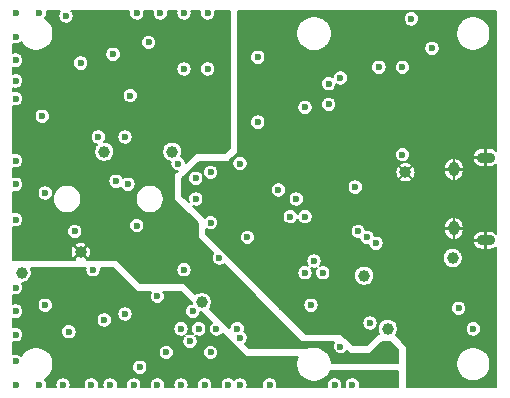
<source format=gbr>
%TF.GenerationSoftware,KiCad,Pcbnew,(5.1.0-0)*%
%TF.CreationDate,2020-07-09T23:17:02+02:00*%
%TF.ProjectId,POxiM-wristcomputer,504f7869-4d2d-4777-9269-7374636f6d70,A*%
%TF.SameCoordinates,Original*%
%TF.FileFunction,Copper,L2,Inr*%
%TF.FilePolarity,Positive*%
%FSLAX46Y46*%
G04 Gerber Fmt 4.6, Leading zero omitted, Abs format (unit mm)*
G04 Created by KiCad (PCBNEW (5.1.0-0)) date 2020-07-09 23:17:02*
%MOMM*%
%LPD*%
G04 APERTURE LIST*
%TA.AperFunction,ViaPad*%
%ADD10O,0.950000X1.250000*%
%TD*%
%TA.AperFunction,ViaPad*%
%ADD11O,1.550000X0.890000*%
%TD*%
%TA.AperFunction,ViaPad*%
%ADD12C,1.000000*%
%TD*%
%TA.AperFunction,ViaPad*%
%ADD13C,0.600000*%
%TD*%
%TA.AperFunction,Conductor*%
%ADD14C,0.200000*%
%TD*%
G04 APERTURE END LIST*
D10*
%TO.N,GND*%
%TO.C,J1*%
X107850000Y-129000000D03*
X107850000Y-134000000D03*
D11*
X110550000Y-128000000D03*
X110550000Y-135000000D03*
%TD*%
D12*
%TO.N,+3V3*%
%TO.C,TP9*%
X86500000Y-140250000D03*
%TD*%
%TO.N,/Signal conditioning/LEDOut.IR*%
%TO.C,TP8*%
X78250000Y-127500000D03*
%TD*%
%TO.N,GNDA*%
%TO.C,TP7*%
X76250000Y-136000000D03*
%TD*%
%TO.N,/Signal conditioning/LEDOut.Red*%
%TO.C,TP6*%
X84000000Y-127500000D03*
%TD*%
%TO.N,/Signal conditioning/PhotoDiode*%
%TO.C,TP5*%
X71250000Y-137750000D03*
%TD*%
%TO.N,GND*%
%TO.C,TP4*%
X103750000Y-129250000D03*
%TD*%
%TO.N,/USB interface/DataTX*%
%TO.C,TP3*%
X102250000Y-142500000D03*
%TD*%
%TO.N,/Microcontroller/SWIM*%
%TO.C,TP2*%
X100250000Y-138000000D03*
%TD*%
%TO.N,/USB interface/5V_input*%
%TO.C,TP1*%
X107750000Y-136500000D03*
%TD*%
D13*
%TO.N,GND*%
X93300000Y-140675000D03*
X90500000Y-133875000D03*
X110750000Y-121500000D03*
X106000000Y-116500000D03*
X94075000Y-140550000D03*
X98250000Y-116000000D03*
X90250000Y-119250000D03*
X90400000Y-125150000D03*
X90000000Y-118500000D03*
X87250000Y-134500000D03*
X85150000Y-131200000D03*
X85125000Y-129825000D03*
X94000000Y-130750000D03*
X93500000Y-132250000D03*
X96050000Y-133300000D03*
X96475000Y-136025000D03*
X94450000Y-138050000D03*
X105000000Y-115750000D03*
X99500000Y-115750000D03*
X101750000Y-115750000D03*
X93250000Y-116000000D03*
X102500000Y-138250000D03*
X102500000Y-140750000D03*
X110200000Y-136250000D03*
X108800000Y-136450000D03*
X108500000Y-137300000D03*
X107200000Y-137400000D03*
X107050000Y-135550000D03*
X108750000Y-139750000D03*
X103250000Y-143000000D03*
X98250000Y-141250000D03*
X100750000Y-143000000D03*
X105500000Y-142750000D03*
X99250000Y-147250000D03*
X106500000Y-141500000D03*
X106500000Y-140250000D03*
X108000000Y-141750000D03*
X110500000Y-142750000D03*
X105800000Y-147200000D03*
X107500000Y-143500000D03*
X99100000Y-121100000D03*
X96500000Y-121250000D03*
X103200000Y-126900000D03*
X98800000Y-131000000D03*
X100500000Y-133750000D03*
X100525000Y-135700000D03*
X102000000Y-135750000D03*
X102250000Y-134750000D03*
X87925000Y-128575000D03*
X88900000Y-128575000D03*
X105225000Y-119125000D03*
X103260000Y-121180000D03*
X101400000Y-119500000D03*
X96425000Y-123750000D03*
X75000000Y-116000000D03*
X70750000Y-123000000D03*
X70750000Y-121500000D03*
X70750000Y-119750000D03*
X87000000Y-115750000D03*
X85000000Y-115750000D03*
X83000000Y-115750000D03*
X81000000Y-115750000D03*
X70750000Y-128250000D03*
X70750000Y-130250000D03*
X70750000Y-133250000D03*
X84750000Y-147250000D03*
X82750000Y-147250000D03*
X80750000Y-147250000D03*
X74750000Y-147250000D03*
X70750000Y-143000000D03*
X86750000Y-147250000D03*
X88750000Y-147250000D03*
X92250000Y-147250000D03*
X97750000Y-147250000D03*
X70750000Y-141000000D03*
X70750000Y-139000000D03*
X85750000Y-141000000D03*
X79250000Y-130000000D03*
X84500000Y-128500000D03*
X78750000Y-147250000D03*
X77150000Y-147250000D03*
X89750000Y-147250000D03*
X84750000Y-142500000D03*
X86250000Y-142500000D03*
X87750000Y-142500000D03*
X72750000Y-147250000D03*
X70750000Y-147250000D03*
X70750000Y-145250000D03*
X107750000Y-147250000D03*
X109500000Y-147250000D03*
X111250000Y-147250000D03*
X111250000Y-145250000D03*
X111250000Y-143250000D03*
X111250000Y-141250000D03*
X111250000Y-139250000D03*
X111250000Y-137250000D03*
X111250000Y-115750000D03*
X111250000Y-117750000D03*
X111250000Y-119750000D03*
X111250000Y-122750000D03*
X109250000Y-115750000D03*
X107250000Y-115750000D03*
X73250000Y-140500000D03*
X75250000Y-142750000D03*
X78250000Y-141750000D03*
X80000000Y-141250000D03*
X81250000Y-145750000D03*
X87250000Y-144500000D03*
X83500000Y-144500000D03*
X75750000Y-134250000D03*
X77300000Y-137500000D03*
X80000000Y-126250000D03*
X77750000Y-126250000D03*
X81000000Y-133750000D03*
X85000000Y-137500000D03*
X88000000Y-136500000D03*
X82750000Y-139750000D03*
X107750000Y-126750000D03*
X80450000Y-122750000D03*
X87000000Y-120500000D03*
X85000000Y-120500000D03*
X70750000Y-117750000D03*
X70750000Y-115750000D03*
X72750000Y-115750000D03*
X82000000Y-118250000D03*
X76250000Y-120000000D03*
X73250000Y-131000000D03*
X73000000Y-124500000D03*
X93175000Y-120750000D03*
X95525000Y-126275000D03*
X100600000Y-121250000D03*
X93925000Y-118100000D03*
X103250000Y-119500000D03*
X79000000Y-119250000D03*
%TO.N,+5V*%
X106000000Y-118750000D03*
X103500000Y-127750000D03*
X109500000Y-142500000D03*
%TO.N,Net-(D21-Pad2)*%
X104250000Y-116250000D03*
%TO.N,/Signal conditioning/LEDOut.Red*%
X80250000Y-130250000D03*
%TO.N,Net-(D10-Pad1)*%
X95250000Y-123750000D03*
%TO.N,Net-(D14-Pad1)*%
X87250000Y-133500000D03*
X86000000Y-131500000D03*
X86000000Y-129750000D03*
X91250000Y-125000000D03*
%TO.N,Net-(D22-Pad1)*%
X91250000Y-119500000D03*
%TO.N,/Microcontroller/SWIM*%
X90375000Y-134750000D03*
X95750000Y-140500000D03*
%TO.N,/USB interface/DataTX*%
X89750000Y-143250000D03*
X100750000Y-142000000D03*
X89500000Y-142500000D03*
%TO.N,/Display/Segment0*%
X89750000Y-128500000D03*
%TO.N,/Display/Segment1*%
X93000000Y-130750000D03*
X103500000Y-120350000D03*
X101500000Y-120350000D03*
%TO.N,/Display/Segment2*%
X87250000Y-129250000D03*
%TO.N,/Display/Segment5*%
X95250000Y-133000000D03*
X96750000Y-137750000D03*
X95250000Y-137750000D03*
%TO.N,/Display/Segment6*%
X96000000Y-136750000D03*
%TO.N,/Display/Common0*%
X97250000Y-121750000D03*
X100500000Y-134750000D03*
%TO.N,/Display/Common1*%
X99750000Y-134250000D03*
X97250000Y-123500000D03*
%TO.N,/Display/Common2*%
X98250000Y-121250000D03*
X101250000Y-135250000D03*
%TO.N,/Display/Segment3*%
X94500000Y-131500000D03*
X99500000Y-130500000D03*
%TO.N,/Display/Segment4*%
X94000000Y-133000000D03*
%TO.N,+3V3*%
X108250000Y-140750000D03*
X98250000Y-144000000D03*
X85500000Y-143550000D03*
%TO.N,GNDA*%
X70750000Y-127250000D03*
X102500000Y-144000000D03*
X88000000Y-125500000D03*
X70750000Y-124750000D03*
X79750000Y-121500000D03*
X87000000Y-118000000D03*
X76500000Y-119000000D03*
%TO.N,GNDREF*%
X101250000Y-147000000D03*
X100500000Y-147000000D03*
X78275000Y-137525000D03*
X76275000Y-147250000D03*
%TD*%
D14*
%TO.N,GND*%
G36*
X111450000Y-127446933D02*
G01*
X111342465Y-127352871D01*
X111207330Y-127275083D01*
X111059616Y-127225153D01*
X110905000Y-127205000D01*
X110575000Y-127205000D01*
X110575000Y-127975000D01*
X110595000Y-127975000D01*
X110595000Y-128025000D01*
X110575000Y-128025000D01*
X110575000Y-128795000D01*
X110905000Y-128795000D01*
X111059616Y-128774847D01*
X111207330Y-128724917D01*
X111342465Y-128647129D01*
X111450000Y-128553067D01*
X111450001Y-134446933D01*
X111342465Y-134352871D01*
X111207330Y-134275083D01*
X111059616Y-134225153D01*
X110905000Y-134205000D01*
X110575000Y-134205000D01*
X110575000Y-134975000D01*
X110595000Y-134975000D01*
X110595000Y-135025000D01*
X110575000Y-135025000D01*
X110575000Y-135795000D01*
X110905000Y-135795000D01*
X111059616Y-135774847D01*
X111207330Y-135724917D01*
X111342465Y-135647129D01*
X111450001Y-135553067D01*
X111450001Y-147450000D01*
X103850000Y-147450000D01*
X103850000Y-145357187D01*
X108050000Y-145357187D01*
X108050000Y-145642813D01*
X108105723Y-145922949D01*
X108215027Y-146186833D01*
X108373711Y-146424321D01*
X108575679Y-146626289D01*
X108813167Y-146784973D01*
X109077051Y-146894277D01*
X109357187Y-146950000D01*
X109642813Y-146950000D01*
X109922949Y-146894277D01*
X110186833Y-146784973D01*
X110424321Y-146626289D01*
X110626289Y-146424321D01*
X110784973Y-146186833D01*
X110894277Y-145922949D01*
X110950000Y-145642813D01*
X110950000Y-145357187D01*
X110894277Y-145077051D01*
X110784973Y-144813167D01*
X110626289Y-144575679D01*
X110424321Y-144373711D01*
X110186833Y-144215027D01*
X109922949Y-144105723D01*
X109642813Y-144050000D01*
X109357187Y-144050000D01*
X109077051Y-144105723D01*
X108813167Y-144215027D01*
X108575679Y-144373711D01*
X108373711Y-144575679D01*
X108215027Y-144813167D01*
X108105723Y-145077051D01*
X108050000Y-145357187D01*
X103850000Y-145357187D01*
X103850000Y-144000000D01*
X103848079Y-143980491D01*
X103842388Y-143961732D01*
X103833147Y-143944443D01*
X103820711Y-143929289D01*
X102919462Y-143028040D01*
X103003260Y-142902626D01*
X103067335Y-142747936D01*
X103100000Y-142583718D01*
X103100000Y-142435981D01*
X108850000Y-142435981D01*
X108850000Y-142564019D01*
X108874979Y-142689598D01*
X108923978Y-142807890D01*
X108995112Y-142914351D01*
X109085649Y-143004888D01*
X109192110Y-143076022D01*
X109310402Y-143125021D01*
X109435981Y-143150000D01*
X109564019Y-143150000D01*
X109689598Y-143125021D01*
X109807890Y-143076022D01*
X109914351Y-143004888D01*
X110004888Y-142914351D01*
X110076022Y-142807890D01*
X110125021Y-142689598D01*
X110150000Y-142564019D01*
X110150000Y-142435981D01*
X110125021Y-142310402D01*
X110076022Y-142192110D01*
X110004888Y-142085649D01*
X109914351Y-141995112D01*
X109807890Y-141923978D01*
X109689598Y-141874979D01*
X109564019Y-141850000D01*
X109435981Y-141850000D01*
X109310402Y-141874979D01*
X109192110Y-141923978D01*
X109085649Y-141995112D01*
X108995112Y-142085649D01*
X108923978Y-142192110D01*
X108874979Y-142310402D01*
X108850000Y-142435981D01*
X103100000Y-142435981D01*
X103100000Y-142416282D01*
X103067335Y-142252064D01*
X103003260Y-142097374D01*
X102910238Y-141958156D01*
X102791844Y-141839762D01*
X102652626Y-141746740D01*
X102497936Y-141682665D01*
X102333718Y-141650000D01*
X102166282Y-141650000D01*
X102002064Y-141682665D01*
X101847374Y-141746740D01*
X101708156Y-141839762D01*
X101589762Y-141958156D01*
X101496740Y-142097374D01*
X101432665Y-142252064D01*
X101400000Y-142416282D01*
X101400000Y-142583718D01*
X101432665Y-142747936D01*
X101495823Y-142900411D01*
X101480491Y-142901921D01*
X101461732Y-142907612D01*
X101444443Y-142916853D01*
X101429289Y-142929289D01*
X100458578Y-143900000D01*
X99291422Y-143900000D01*
X98320711Y-142929289D01*
X98305557Y-142916853D01*
X98288268Y-142907612D01*
X98269509Y-142901921D01*
X98250000Y-142900000D01*
X95291422Y-142900000D01*
X94327403Y-141935981D01*
X100100000Y-141935981D01*
X100100000Y-142064019D01*
X100124979Y-142189598D01*
X100173978Y-142307890D01*
X100245112Y-142414351D01*
X100335649Y-142504888D01*
X100442110Y-142576022D01*
X100560402Y-142625021D01*
X100685981Y-142650000D01*
X100814019Y-142650000D01*
X100939598Y-142625021D01*
X101057890Y-142576022D01*
X101164351Y-142504888D01*
X101254888Y-142414351D01*
X101326022Y-142307890D01*
X101375021Y-142189598D01*
X101400000Y-142064019D01*
X101400000Y-141935981D01*
X101375021Y-141810402D01*
X101326022Y-141692110D01*
X101254888Y-141585649D01*
X101164351Y-141495112D01*
X101057890Y-141423978D01*
X100939598Y-141374979D01*
X100814019Y-141350000D01*
X100685981Y-141350000D01*
X100560402Y-141374979D01*
X100442110Y-141423978D01*
X100335649Y-141495112D01*
X100245112Y-141585649D01*
X100173978Y-141692110D01*
X100124979Y-141810402D01*
X100100000Y-141935981D01*
X94327403Y-141935981D01*
X92827403Y-140435981D01*
X95100000Y-140435981D01*
X95100000Y-140564019D01*
X95124979Y-140689598D01*
X95173978Y-140807890D01*
X95245112Y-140914351D01*
X95335649Y-141004888D01*
X95442110Y-141076022D01*
X95560402Y-141125021D01*
X95685981Y-141150000D01*
X95814019Y-141150000D01*
X95939598Y-141125021D01*
X96057890Y-141076022D01*
X96164351Y-141004888D01*
X96254888Y-140914351D01*
X96326022Y-140807890D01*
X96375021Y-140689598D01*
X96375740Y-140685981D01*
X107600000Y-140685981D01*
X107600000Y-140814019D01*
X107624979Y-140939598D01*
X107673978Y-141057890D01*
X107745112Y-141164351D01*
X107835649Y-141254888D01*
X107942110Y-141326022D01*
X108060402Y-141375021D01*
X108185981Y-141400000D01*
X108314019Y-141400000D01*
X108439598Y-141375021D01*
X108557890Y-141326022D01*
X108664351Y-141254888D01*
X108754888Y-141164351D01*
X108826022Y-141057890D01*
X108875021Y-140939598D01*
X108900000Y-140814019D01*
X108900000Y-140685981D01*
X108875021Y-140560402D01*
X108826022Y-140442110D01*
X108754888Y-140335649D01*
X108664351Y-140245112D01*
X108557890Y-140173978D01*
X108439598Y-140124979D01*
X108314019Y-140100000D01*
X108185981Y-140100000D01*
X108060402Y-140124979D01*
X107942110Y-140173978D01*
X107835649Y-140245112D01*
X107745112Y-140335649D01*
X107673978Y-140442110D01*
X107624979Y-140560402D01*
X107600000Y-140685981D01*
X96375740Y-140685981D01*
X96400000Y-140564019D01*
X96400000Y-140435981D01*
X96375021Y-140310402D01*
X96326022Y-140192110D01*
X96254888Y-140085649D01*
X96164351Y-139995112D01*
X96057890Y-139923978D01*
X95939598Y-139874979D01*
X95814019Y-139850000D01*
X95685981Y-139850000D01*
X95560402Y-139874979D01*
X95442110Y-139923978D01*
X95335649Y-139995112D01*
X95245112Y-140085649D01*
X95173978Y-140192110D01*
X95124979Y-140310402D01*
X95100000Y-140435981D01*
X92827403Y-140435981D01*
X90077403Y-137685981D01*
X94600000Y-137685981D01*
X94600000Y-137814019D01*
X94624979Y-137939598D01*
X94673978Y-138057890D01*
X94745112Y-138164351D01*
X94835649Y-138254888D01*
X94942110Y-138326022D01*
X95060402Y-138375021D01*
X95185981Y-138400000D01*
X95314019Y-138400000D01*
X95439598Y-138375021D01*
X95557890Y-138326022D01*
X95664351Y-138254888D01*
X95754888Y-138164351D01*
X95826022Y-138057890D01*
X95875021Y-137939598D01*
X95900000Y-137814019D01*
X95900000Y-137685981D01*
X95875021Y-137560402D01*
X95826022Y-137442110D01*
X95770018Y-137358293D01*
X95810402Y-137375021D01*
X95935981Y-137400000D01*
X96064019Y-137400000D01*
X96189598Y-137375021D01*
X96229982Y-137358293D01*
X96173978Y-137442110D01*
X96124979Y-137560402D01*
X96100000Y-137685981D01*
X96100000Y-137814019D01*
X96124979Y-137939598D01*
X96173978Y-138057890D01*
X96245112Y-138164351D01*
X96335649Y-138254888D01*
X96442110Y-138326022D01*
X96560402Y-138375021D01*
X96685981Y-138400000D01*
X96814019Y-138400000D01*
X96939598Y-138375021D01*
X97057890Y-138326022D01*
X97164351Y-138254888D01*
X97254888Y-138164351D01*
X97326022Y-138057890D01*
X97375021Y-137939598D01*
X97379658Y-137916282D01*
X99400000Y-137916282D01*
X99400000Y-138083718D01*
X99432665Y-138247936D01*
X99496740Y-138402626D01*
X99589762Y-138541844D01*
X99708156Y-138660238D01*
X99847374Y-138753260D01*
X100002064Y-138817335D01*
X100166282Y-138850000D01*
X100333718Y-138850000D01*
X100497936Y-138817335D01*
X100652626Y-138753260D01*
X100791844Y-138660238D01*
X100910238Y-138541844D01*
X101003260Y-138402626D01*
X101067335Y-138247936D01*
X101100000Y-138083718D01*
X101100000Y-137916282D01*
X101067335Y-137752064D01*
X101003260Y-137597374D01*
X100910238Y-137458156D01*
X100791844Y-137339762D01*
X100652626Y-137246740D01*
X100497936Y-137182665D01*
X100333718Y-137150000D01*
X100166282Y-137150000D01*
X100002064Y-137182665D01*
X99847374Y-137246740D01*
X99708156Y-137339762D01*
X99589762Y-137458156D01*
X99496740Y-137597374D01*
X99432665Y-137752064D01*
X99400000Y-137916282D01*
X97379658Y-137916282D01*
X97400000Y-137814019D01*
X97400000Y-137685981D01*
X97375021Y-137560402D01*
X97326022Y-137442110D01*
X97254888Y-137335649D01*
X97164351Y-137245112D01*
X97057890Y-137173978D01*
X96939598Y-137124979D01*
X96814019Y-137100000D01*
X96685981Y-137100000D01*
X96560402Y-137124979D01*
X96520018Y-137141707D01*
X96576022Y-137057890D01*
X96625021Y-136939598D01*
X96650000Y-136814019D01*
X96650000Y-136685981D01*
X96625021Y-136560402D01*
X96576022Y-136442110D01*
X96558765Y-136416282D01*
X106900000Y-136416282D01*
X106900000Y-136583718D01*
X106932665Y-136747936D01*
X106996740Y-136902626D01*
X107089762Y-137041844D01*
X107208156Y-137160238D01*
X107347374Y-137253260D01*
X107502064Y-137317335D01*
X107666282Y-137350000D01*
X107833718Y-137350000D01*
X107997936Y-137317335D01*
X108152626Y-137253260D01*
X108291844Y-137160238D01*
X108410238Y-137041844D01*
X108503260Y-136902626D01*
X108567335Y-136747936D01*
X108600000Y-136583718D01*
X108600000Y-136416282D01*
X108567335Y-136252064D01*
X108503260Y-136097374D01*
X108410238Y-135958156D01*
X108291844Y-135839762D01*
X108152626Y-135746740D01*
X107997936Y-135682665D01*
X107833718Y-135650000D01*
X107666282Y-135650000D01*
X107502064Y-135682665D01*
X107347374Y-135746740D01*
X107208156Y-135839762D01*
X107089762Y-135958156D01*
X106996740Y-136097374D01*
X106932665Y-136252064D01*
X106900000Y-136416282D01*
X96558765Y-136416282D01*
X96504888Y-136335649D01*
X96414351Y-136245112D01*
X96307890Y-136173978D01*
X96189598Y-136124979D01*
X96064019Y-136100000D01*
X95935981Y-136100000D01*
X95810402Y-136124979D01*
X95692110Y-136173978D01*
X95585649Y-136245112D01*
X95495112Y-136335649D01*
X95423978Y-136442110D01*
X95374979Y-136560402D01*
X95350000Y-136685981D01*
X95350000Y-136814019D01*
X95374979Y-136939598D01*
X95423978Y-137057890D01*
X95479982Y-137141707D01*
X95439598Y-137124979D01*
X95314019Y-137100000D01*
X95185981Y-137100000D01*
X95060402Y-137124979D01*
X94942110Y-137173978D01*
X94835649Y-137245112D01*
X94745112Y-137335649D01*
X94673978Y-137442110D01*
X94624979Y-137560402D01*
X94600000Y-137685981D01*
X90077403Y-137685981D01*
X87077403Y-134685981D01*
X89725000Y-134685981D01*
X89725000Y-134814019D01*
X89749979Y-134939598D01*
X89798978Y-135057890D01*
X89870112Y-135164351D01*
X89960649Y-135254888D01*
X90067110Y-135326022D01*
X90185402Y-135375021D01*
X90310981Y-135400000D01*
X90439019Y-135400000D01*
X90564598Y-135375021D01*
X90682890Y-135326022D01*
X90789351Y-135254888D01*
X90879888Y-135164351D01*
X90951022Y-135057890D01*
X91000021Y-134939598D01*
X91025000Y-134814019D01*
X91025000Y-134685981D01*
X91000021Y-134560402D01*
X90951022Y-134442110D01*
X90879888Y-134335649D01*
X90789351Y-134245112D01*
X90700855Y-134185981D01*
X99100000Y-134185981D01*
X99100000Y-134314019D01*
X99124979Y-134439598D01*
X99173978Y-134557890D01*
X99245112Y-134664351D01*
X99335649Y-134754888D01*
X99442110Y-134826022D01*
X99560402Y-134875021D01*
X99685981Y-134900000D01*
X99814019Y-134900000D01*
X99865082Y-134889843D01*
X99874979Y-134939598D01*
X99923978Y-135057890D01*
X99995112Y-135164351D01*
X100085649Y-135254888D01*
X100192110Y-135326022D01*
X100310402Y-135375021D01*
X100435981Y-135400000D01*
X100564019Y-135400000D01*
X100615082Y-135389843D01*
X100624979Y-135439598D01*
X100673978Y-135557890D01*
X100745112Y-135664351D01*
X100835649Y-135754888D01*
X100942110Y-135826022D01*
X101060402Y-135875021D01*
X101185981Y-135900000D01*
X101314019Y-135900000D01*
X101439598Y-135875021D01*
X101557890Y-135826022D01*
X101664351Y-135754888D01*
X101754888Y-135664351D01*
X101826022Y-135557890D01*
X101875021Y-135439598D01*
X101900000Y-135314019D01*
X101900000Y-135185981D01*
X101892644Y-135148996D01*
X109439087Y-135148996D01*
X109475949Y-135281136D01*
X109545093Y-135420891D01*
X109640173Y-135544472D01*
X109757535Y-135647129D01*
X109892670Y-135724917D01*
X110040384Y-135774847D01*
X110195000Y-135795000D01*
X110525000Y-135795000D01*
X110525000Y-135025000D01*
X109512942Y-135025000D01*
X109439087Y-135148996D01*
X101892644Y-135148996D01*
X101875021Y-135060402D01*
X101826022Y-134942110D01*
X101754888Y-134835649D01*
X101664351Y-134745112D01*
X101557890Y-134673978D01*
X101439598Y-134624979D01*
X101314019Y-134600000D01*
X101185981Y-134600000D01*
X101134918Y-134610157D01*
X101125021Y-134560402D01*
X101076022Y-134442110D01*
X101004888Y-134335649D01*
X100914351Y-134245112D01*
X100807890Y-134173978D01*
X100689598Y-134124979D01*
X100564019Y-134100000D01*
X100435981Y-134100000D01*
X100384918Y-134110157D01*
X100375021Y-134060402D01*
X100360357Y-134025000D01*
X107025000Y-134025000D01*
X107025000Y-134175000D01*
X107045729Y-134335469D01*
X107097366Y-134488811D01*
X107177926Y-134629132D01*
X107284314Y-134751041D01*
X107412441Y-134849852D01*
X107557383Y-134921768D01*
X107696309Y-134960558D01*
X107825000Y-134887076D01*
X107825000Y-134025000D01*
X107875000Y-134025000D01*
X107875000Y-134887076D01*
X108003691Y-134960558D01*
X108142617Y-134921768D01*
X108285237Y-134851004D01*
X109439087Y-134851004D01*
X109512942Y-134975000D01*
X110525000Y-134975000D01*
X110525000Y-134205000D01*
X110195000Y-134205000D01*
X110040384Y-134225153D01*
X109892670Y-134275083D01*
X109757535Y-134352871D01*
X109640173Y-134455528D01*
X109545093Y-134579109D01*
X109475949Y-134718864D01*
X109439087Y-134851004D01*
X108285237Y-134851004D01*
X108287559Y-134849852D01*
X108415686Y-134751041D01*
X108522074Y-134629132D01*
X108602634Y-134488811D01*
X108654271Y-134335469D01*
X108675000Y-134175000D01*
X108675000Y-134025000D01*
X107875000Y-134025000D01*
X107825000Y-134025000D01*
X107025000Y-134025000D01*
X100360357Y-134025000D01*
X100326022Y-133942110D01*
X100254888Y-133835649D01*
X100244239Y-133825000D01*
X107025000Y-133825000D01*
X107025000Y-133975000D01*
X107825000Y-133975000D01*
X107825000Y-133112924D01*
X107875000Y-133112924D01*
X107875000Y-133975000D01*
X108675000Y-133975000D01*
X108675000Y-133825000D01*
X108654271Y-133664531D01*
X108602634Y-133511189D01*
X108522074Y-133370868D01*
X108415686Y-133248959D01*
X108287559Y-133150148D01*
X108142617Y-133078232D01*
X108003691Y-133039442D01*
X107875000Y-133112924D01*
X107825000Y-133112924D01*
X107696309Y-133039442D01*
X107557383Y-133078232D01*
X107412441Y-133150148D01*
X107284314Y-133248959D01*
X107177926Y-133370868D01*
X107097366Y-133511189D01*
X107045729Y-133664531D01*
X107025000Y-133825000D01*
X100244239Y-133825000D01*
X100164351Y-133745112D01*
X100057890Y-133673978D01*
X99939598Y-133624979D01*
X99814019Y-133600000D01*
X99685981Y-133600000D01*
X99560402Y-133624979D01*
X99442110Y-133673978D01*
X99335649Y-133745112D01*
X99245112Y-133835649D01*
X99173978Y-133942110D01*
X99124979Y-134060402D01*
X99100000Y-134185981D01*
X90700855Y-134185981D01*
X90682890Y-134173978D01*
X90564598Y-134124979D01*
X90439019Y-134100000D01*
X90310981Y-134100000D01*
X90185402Y-134124979D01*
X90067110Y-134173978D01*
X89960649Y-134245112D01*
X89870112Y-134335649D01*
X89798978Y-134442110D01*
X89749979Y-134560402D01*
X89725000Y-134685981D01*
X87077403Y-134685981D01*
X86850000Y-134458578D01*
X86850000Y-134014477D01*
X86942110Y-134076022D01*
X87060402Y-134125021D01*
X87185981Y-134150000D01*
X87314019Y-134150000D01*
X87439598Y-134125021D01*
X87557890Y-134076022D01*
X87664351Y-134004888D01*
X87754888Y-133914351D01*
X87826022Y-133807890D01*
X87875021Y-133689598D01*
X87900000Y-133564019D01*
X87900000Y-133435981D01*
X87875021Y-133310402D01*
X87826022Y-133192110D01*
X87754888Y-133085649D01*
X87664351Y-132995112D01*
X87575855Y-132935981D01*
X93350000Y-132935981D01*
X93350000Y-133064019D01*
X93374979Y-133189598D01*
X93423978Y-133307890D01*
X93495112Y-133414351D01*
X93585649Y-133504888D01*
X93692110Y-133576022D01*
X93810402Y-133625021D01*
X93935981Y-133650000D01*
X94064019Y-133650000D01*
X94189598Y-133625021D01*
X94307890Y-133576022D01*
X94414351Y-133504888D01*
X94504888Y-133414351D01*
X94576022Y-133307890D01*
X94625000Y-133189649D01*
X94673978Y-133307890D01*
X94745112Y-133414351D01*
X94835649Y-133504888D01*
X94942110Y-133576022D01*
X95060402Y-133625021D01*
X95185981Y-133650000D01*
X95314019Y-133650000D01*
X95439598Y-133625021D01*
X95557890Y-133576022D01*
X95664351Y-133504888D01*
X95754888Y-133414351D01*
X95826022Y-133307890D01*
X95875021Y-133189598D01*
X95900000Y-133064019D01*
X95900000Y-132935981D01*
X95875021Y-132810402D01*
X95826022Y-132692110D01*
X95754888Y-132585649D01*
X95664351Y-132495112D01*
X95557890Y-132423978D01*
X95439598Y-132374979D01*
X95314019Y-132350000D01*
X95185981Y-132350000D01*
X95060402Y-132374979D01*
X94942110Y-132423978D01*
X94835649Y-132495112D01*
X94745112Y-132585649D01*
X94673978Y-132692110D01*
X94625000Y-132810351D01*
X94576022Y-132692110D01*
X94504888Y-132585649D01*
X94414351Y-132495112D01*
X94307890Y-132423978D01*
X94189598Y-132374979D01*
X94064019Y-132350000D01*
X93935981Y-132350000D01*
X93810402Y-132374979D01*
X93692110Y-132423978D01*
X93585649Y-132495112D01*
X93495112Y-132585649D01*
X93423978Y-132692110D01*
X93374979Y-132810402D01*
X93350000Y-132935981D01*
X87575855Y-132935981D01*
X87557890Y-132923978D01*
X87439598Y-132874979D01*
X87314019Y-132850000D01*
X87185981Y-132850000D01*
X87060402Y-132874979D01*
X86942110Y-132923978D01*
X86835649Y-132995112D01*
X86745112Y-133085649D01*
X86737886Y-133096464D01*
X85735358Y-132093936D01*
X85810402Y-132125021D01*
X85935981Y-132150000D01*
X86064019Y-132150000D01*
X86189598Y-132125021D01*
X86307890Y-132076022D01*
X86414351Y-132004888D01*
X86504888Y-131914351D01*
X86576022Y-131807890D01*
X86625021Y-131689598D01*
X86650000Y-131564019D01*
X86650000Y-131435981D01*
X93850000Y-131435981D01*
X93850000Y-131564019D01*
X93874979Y-131689598D01*
X93923978Y-131807890D01*
X93995112Y-131914351D01*
X94085649Y-132004888D01*
X94192110Y-132076022D01*
X94310402Y-132125021D01*
X94435981Y-132150000D01*
X94564019Y-132150000D01*
X94689598Y-132125021D01*
X94807890Y-132076022D01*
X94914351Y-132004888D01*
X95004888Y-131914351D01*
X95076022Y-131807890D01*
X95125021Y-131689598D01*
X95150000Y-131564019D01*
X95150000Y-131435981D01*
X95125021Y-131310402D01*
X95076022Y-131192110D01*
X95004888Y-131085649D01*
X94914351Y-130995112D01*
X94807890Y-130923978D01*
X94689598Y-130874979D01*
X94564019Y-130850000D01*
X94435981Y-130850000D01*
X94310402Y-130874979D01*
X94192110Y-130923978D01*
X94085649Y-130995112D01*
X93995112Y-131085649D01*
X93923978Y-131192110D01*
X93874979Y-131310402D01*
X93850000Y-131435981D01*
X86650000Y-131435981D01*
X86625021Y-131310402D01*
X86576022Y-131192110D01*
X86504888Y-131085649D01*
X86414351Y-130995112D01*
X86307890Y-130923978D01*
X86189598Y-130874979D01*
X86064019Y-130850000D01*
X85935981Y-130850000D01*
X85810402Y-130874979D01*
X85692110Y-130923978D01*
X85585649Y-130995112D01*
X85495112Y-131085649D01*
X85423978Y-131192110D01*
X85374979Y-131310402D01*
X85350000Y-131435981D01*
X85350000Y-131564019D01*
X85374979Y-131689598D01*
X85406064Y-131764642D01*
X84850000Y-131208578D01*
X84850000Y-130685981D01*
X92350000Y-130685981D01*
X92350000Y-130814019D01*
X92374979Y-130939598D01*
X92423978Y-131057890D01*
X92495112Y-131164351D01*
X92585649Y-131254888D01*
X92692110Y-131326022D01*
X92810402Y-131375021D01*
X92935981Y-131400000D01*
X93064019Y-131400000D01*
X93189598Y-131375021D01*
X93307890Y-131326022D01*
X93414351Y-131254888D01*
X93504888Y-131164351D01*
X93576022Y-131057890D01*
X93625021Y-130939598D01*
X93650000Y-130814019D01*
X93650000Y-130685981D01*
X93625021Y-130560402D01*
X93576022Y-130442110D01*
X93571927Y-130435981D01*
X98850000Y-130435981D01*
X98850000Y-130564019D01*
X98874979Y-130689598D01*
X98923978Y-130807890D01*
X98995112Y-130914351D01*
X99085649Y-131004888D01*
X99192110Y-131076022D01*
X99310402Y-131125021D01*
X99435981Y-131150000D01*
X99564019Y-131150000D01*
X99689598Y-131125021D01*
X99807890Y-131076022D01*
X99914351Y-131004888D01*
X100004888Y-130914351D01*
X100076022Y-130807890D01*
X100125021Y-130689598D01*
X100150000Y-130564019D01*
X100150000Y-130435981D01*
X100125021Y-130310402D01*
X100076022Y-130192110D01*
X100004888Y-130085649D01*
X99914351Y-129995112D01*
X99807890Y-129923978D01*
X99689598Y-129874979D01*
X99564019Y-129850000D01*
X99435981Y-129850000D01*
X99310402Y-129874979D01*
X99192110Y-129923978D01*
X99085649Y-129995112D01*
X98995112Y-130085649D01*
X98923978Y-130192110D01*
X98874979Y-130310402D01*
X98850000Y-130435981D01*
X93571927Y-130435981D01*
X93504888Y-130335649D01*
X93414351Y-130245112D01*
X93307890Y-130173978D01*
X93189598Y-130124979D01*
X93064019Y-130100000D01*
X92935981Y-130100000D01*
X92810402Y-130124979D01*
X92692110Y-130173978D01*
X92585649Y-130245112D01*
X92495112Y-130335649D01*
X92423978Y-130442110D01*
X92374979Y-130560402D01*
X92350000Y-130685981D01*
X84850000Y-130685981D01*
X84850000Y-129791422D01*
X84955441Y-129685981D01*
X85350000Y-129685981D01*
X85350000Y-129814019D01*
X85374979Y-129939598D01*
X85423978Y-130057890D01*
X85495112Y-130164351D01*
X85585649Y-130254888D01*
X85692110Y-130326022D01*
X85810402Y-130375021D01*
X85935981Y-130400000D01*
X86064019Y-130400000D01*
X86189598Y-130375021D01*
X86307890Y-130326022D01*
X86414351Y-130254888D01*
X86504888Y-130164351D01*
X86576022Y-130057890D01*
X86625021Y-129939598D01*
X86650000Y-129814019D01*
X86650000Y-129685981D01*
X86625021Y-129560402D01*
X86576022Y-129442110D01*
X86504888Y-129335649D01*
X86414351Y-129245112D01*
X86325855Y-129185981D01*
X86600000Y-129185981D01*
X86600000Y-129314019D01*
X86624979Y-129439598D01*
X86673978Y-129557890D01*
X86745112Y-129664351D01*
X86835649Y-129754888D01*
X86942110Y-129826022D01*
X87060402Y-129875021D01*
X87185981Y-129900000D01*
X87314019Y-129900000D01*
X87439598Y-129875021D01*
X87557890Y-129826022D01*
X87582668Y-129809466D01*
X103225889Y-129809466D01*
X103268406Y-129955391D01*
X103415274Y-130035791D01*
X103575006Y-130085993D01*
X103741462Y-130104069D01*
X103908247Y-130089324D01*
X104068950Y-130042324D01*
X104217395Y-129964876D01*
X104231594Y-129955391D01*
X104274111Y-129809466D01*
X103750000Y-129285355D01*
X103225889Y-129809466D01*
X87582668Y-129809466D01*
X87664351Y-129754888D01*
X87754888Y-129664351D01*
X87826022Y-129557890D01*
X87875021Y-129439598D01*
X87900000Y-129314019D01*
X87900000Y-129241462D01*
X102895931Y-129241462D01*
X102910676Y-129408247D01*
X102957676Y-129568950D01*
X103035124Y-129717395D01*
X103044609Y-129731594D01*
X103190534Y-129774111D01*
X103714645Y-129250000D01*
X103785355Y-129250000D01*
X104309466Y-129774111D01*
X104455391Y-129731594D01*
X104535791Y-129584726D01*
X104585993Y-129424994D01*
X104604069Y-129258538D01*
X104589324Y-129091753D01*
X104569802Y-129025000D01*
X107025000Y-129025000D01*
X107025000Y-129175000D01*
X107045729Y-129335469D01*
X107097366Y-129488811D01*
X107177926Y-129629132D01*
X107284314Y-129751041D01*
X107412441Y-129849852D01*
X107557383Y-129921768D01*
X107696309Y-129960558D01*
X107825000Y-129887076D01*
X107825000Y-129025000D01*
X107875000Y-129025000D01*
X107875000Y-129887076D01*
X108003691Y-129960558D01*
X108142617Y-129921768D01*
X108287559Y-129849852D01*
X108415686Y-129751041D01*
X108522074Y-129629132D01*
X108602634Y-129488811D01*
X108654271Y-129335469D01*
X108675000Y-129175000D01*
X108675000Y-129025000D01*
X107875000Y-129025000D01*
X107825000Y-129025000D01*
X107025000Y-129025000D01*
X104569802Y-129025000D01*
X104542324Y-128931050D01*
X104486995Y-128825000D01*
X107025000Y-128825000D01*
X107025000Y-128975000D01*
X107825000Y-128975000D01*
X107825000Y-128112924D01*
X107875000Y-128112924D01*
X107875000Y-128975000D01*
X108675000Y-128975000D01*
X108675000Y-128825000D01*
X108654271Y-128664531D01*
X108602634Y-128511189D01*
X108522074Y-128370868D01*
X108415686Y-128248959D01*
X108287559Y-128150148D01*
X108285238Y-128148996D01*
X109439087Y-128148996D01*
X109475949Y-128281136D01*
X109545093Y-128420891D01*
X109640173Y-128544472D01*
X109757535Y-128647129D01*
X109892670Y-128724917D01*
X110040384Y-128774847D01*
X110195000Y-128795000D01*
X110525000Y-128795000D01*
X110525000Y-128025000D01*
X109512942Y-128025000D01*
X109439087Y-128148996D01*
X108285238Y-128148996D01*
X108142617Y-128078232D01*
X108003691Y-128039442D01*
X107875000Y-128112924D01*
X107825000Y-128112924D01*
X107696309Y-128039442D01*
X107557383Y-128078232D01*
X107412441Y-128150148D01*
X107284314Y-128248959D01*
X107177926Y-128370868D01*
X107097366Y-128511189D01*
X107045729Y-128664531D01*
X107025000Y-128825000D01*
X104486995Y-128825000D01*
X104464876Y-128782605D01*
X104455391Y-128768406D01*
X104309466Y-128725889D01*
X103785355Y-129250000D01*
X103714645Y-129250000D01*
X103190534Y-128725889D01*
X103044609Y-128768406D01*
X102964209Y-128915274D01*
X102914007Y-129075006D01*
X102895931Y-129241462D01*
X87900000Y-129241462D01*
X87900000Y-129185981D01*
X87875021Y-129060402D01*
X87826022Y-128942110D01*
X87754888Y-128835649D01*
X87664351Y-128745112D01*
X87557890Y-128673978D01*
X87439598Y-128624979D01*
X87314019Y-128600000D01*
X87185981Y-128600000D01*
X87060402Y-128624979D01*
X86942110Y-128673978D01*
X86835649Y-128745112D01*
X86745112Y-128835649D01*
X86673978Y-128942110D01*
X86624979Y-129060402D01*
X86600000Y-129185981D01*
X86325855Y-129185981D01*
X86307890Y-129173978D01*
X86189598Y-129124979D01*
X86064019Y-129100000D01*
X85935981Y-129100000D01*
X85810402Y-129124979D01*
X85692110Y-129173978D01*
X85585649Y-129245112D01*
X85495112Y-129335649D01*
X85423978Y-129442110D01*
X85374979Y-129560402D01*
X85350000Y-129685981D01*
X84955441Y-129685981D01*
X86205441Y-128435981D01*
X89100000Y-128435981D01*
X89100000Y-128564019D01*
X89124979Y-128689598D01*
X89173978Y-128807890D01*
X89245112Y-128914351D01*
X89335649Y-129004888D01*
X89442110Y-129076022D01*
X89560402Y-129125021D01*
X89685981Y-129150000D01*
X89814019Y-129150000D01*
X89939598Y-129125021D01*
X90057890Y-129076022D01*
X90164351Y-129004888D01*
X90254888Y-128914351D01*
X90326022Y-128807890D01*
X90374633Y-128690534D01*
X103225889Y-128690534D01*
X103750000Y-129214645D01*
X104274111Y-128690534D01*
X104231594Y-128544609D01*
X104084726Y-128464209D01*
X103924994Y-128414007D01*
X103758538Y-128395931D01*
X103591753Y-128410676D01*
X103431050Y-128457676D01*
X103282605Y-128535124D01*
X103268406Y-128544609D01*
X103225889Y-128690534D01*
X90374633Y-128690534D01*
X90375021Y-128689598D01*
X90400000Y-128564019D01*
X90400000Y-128435981D01*
X90375021Y-128310402D01*
X90326022Y-128192110D01*
X90254888Y-128085649D01*
X90164351Y-127995112D01*
X90057890Y-127923978D01*
X89939598Y-127874979D01*
X89814019Y-127850000D01*
X89685981Y-127850000D01*
X89560402Y-127874979D01*
X89442110Y-127923978D01*
X89335649Y-127995112D01*
X89245112Y-128085649D01*
X89173978Y-128192110D01*
X89124979Y-128310402D01*
X89100000Y-128435981D01*
X86205441Y-128435981D01*
X86291422Y-128350000D01*
X88750000Y-128350000D01*
X88769509Y-128348079D01*
X88788268Y-128342388D01*
X88805557Y-128333147D01*
X88820711Y-128320711D01*
X89455441Y-127685981D01*
X102850000Y-127685981D01*
X102850000Y-127814019D01*
X102874979Y-127939598D01*
X102923978Y-128057890D01*
X102995112Y-128164351D01*
X103085649Y-128254888D01*
X103192110Y-128326022D01*
X103310402Y-128375021D01*
X103435981Y-128400000D01*
X103564019Y-128400000D01*
X103689598Y-128375021D01*
X103807890Y-128326022D01*
X103914351Y-128254888D01*
X104004888Y-128164351D01*
X104076022Y-128057890D01*
X104125021Y-127939598D01*
X104142643Y-127851004D01*
X109439087Y-127851004D01*
X109512942Y-127975000D01*
X110525000Y-127975000D01*
X110525000Y-127205000D01*
X110195000Y-127205000D01*
X110040384Y-127225153D01*
X109892670Y-127275083D01*
X109757535Y-127352871D01*
X109640173Y-127455528D01*
X109545093Y-127579109D01*
X109475949Y-127718864D01*
X109439087Y-127851004D01*
X104142643Y-127851004D01*
X104150000Y-127814019D01*
X104150000Y-127685981D01*
X104125021Y-127560402D01*
X104076022Y-127442110D01*
X104004888Y-127335649D01*
X103914351Y-127245112D01*
X103807890Y-127173978D01*
X103689598Y-127124979D01*
X103564019Y-127100000D01*
X103435981Y-127100000D01*
X103310402Y-127124979D01*
X103192110Y-127173978D01*
X103085649Y-127245112D01*
X102995112Y-127335649D01*
X102923978Y-127442110D01*
X102874979Y-127560402D01*
X102850000Y-127685981D01*
X89455441Y-127685981D01*
X89570711Y-127570711D01*
X89583147Y-127555557D01*
X89592388Y-127538268D01*
X89598079Y-127519509D01*
X89600000Y-127500000D01*
X89600000Y-124935981D01*
X90600000Y-124935981D01*
X90600000Y-125064019D01*
X90624979Y-125189598D01*
X90673978Y-125307890D01*
X90745112Y-125414351D01*
X90835649Y-125504888D01*
X90942110Y-125576022D01*
X91060402Y-125625021D01*
X91185981Y-125650000D01*
X91314019Y-125650000D01*
X91439598Y-125625021D01*
X91557890Y-125576022D01*
X91664351Y-125504888D01*
X91754888Y-125414351D01*
X91826022Y-125307890D01*
X91875021Y-125189598D01*
X91900000Y-125064019D01*
X91900000Y-124935981D01*
X91875021Y-124810402D01*
X91826022Y-124692110D01*
X91754888Y-124585649D01*
X91664351Y-124495112D01*
X91557890Y-124423978D01*
X91439598Y-124374979D01*
X91314019Y-124350000D01*
X91185981Y-124350000D01*
X91060402Y-124374979D01*
X90942110Y-124423978D01*
X90835649Y-124495112D01*
X90745112Y-124585649D01*
X90673978Y-124692110D01*
X90624979Y-124810402D01*
X90600000Y-124935981D01*
X89600000Y-124935981D01*
X89600000Y-123685981D01*
X94600000Y-123685981D01*
X94600000Y-123814019D01*
X94624979Y-123939598D01*
X94673978Y-124057890D01*
X94745112Y-124164351D01*
X94835649Y-124254888D01*
X94942110Y-124326022D01*
X95060402Y-124375021D01*
X95185981Y-124400000D01*
X95314019Y-124400000D01*
X95439598Y-124375021D01*
X95557890Y-124326022D01*
X95664351Y-124254888D01*
X95754888Y-124164351D01*
X95826022Y-124057890D01*
X95875021Y-123939598D01*
X95900000Y-123814019D01*
X95900000Y-123685981D01*
X95875021Y-123560402D01*
X95826022Y-123442110D01*
X95821927Y-123435981D01*
X96600000Y-123435981D01*
X96600000Y-123564019D01*
X96624979Y-123689598D01*
X96673978Y-123807890D01*
X96745112Y-123914351D01*
X96835649Y-124004888D01*
X96942110Y-124076022D01*
X97060402Y-124125021D01*
X97185981Y-124150000D01*
X97314019Y-124150000D01*
X97439598Y-124125021D01*
X97557890Y-124076022D01*
X97664351Y-124004888D01*
X97754888Y-123914351D01*
X97826022Y-123807890D01*
X97875021Y-123689598D01*
X97900000Y-123564019D01*
X97900000Y-123435981D01*
X97875021Y-123310402D01*
X97826022Y-123192110D01*
X97754888Y-123085649D01*
X97664351Y-122995112D01*
X97557890Y-122923978D01*
X97439598Y-122874979D01*
X97314019Y-122850000D01*
X97185981Y-122850000D01*
X97060402Y-122874979D01*
X96942110Y-122923978D01*
X96835649Y-122995112D01*
X96745112Y-123085649D01*
X96673978Y-123192110D01*
X96624979Y-123310402D01*
X96600000Y-123435981D01*
X95821927Y-123435981D01*
X95754888Y-123335649D01*
X95664351Y-123245112D01*
X95557890Y-123173978D01*
X95439598Y-123124979D01*
X95314019Y-123100000D01*
X95185981Y-123100000D01*
X95060402Y-123124979D01*
X94942110Y-123173978D01*
X94835649Y-123245112D01*
X94745112Y-123335649D01*
X94673978Y-123442110D01*
X94624979Y-123560402D01*
X94600000Y-123685981D01*
X89600000Y-123685981D01*
X89600000Y-121685981D01*
X96600000Y-121685981D01*
X96600000Y-121814019D01*
X96624979Y-121939598D01*
X96673978Y-122057890D01*
X96745112Y-122164351D01*
X96835649Y-122254888D01*
X96942110Y-122326022D01*
X97060402Y-122375021D01*
X97185981Y-122400000D01*
X97314019Y-122400000D01*
X97439598Y-122375021D01*
X97557890Y-122326022D01*
X97664351Y-122254888D01*
X97754888Y-122164351D01*
X97826022Y-122057890D01*
X97875021Y-121939598D01*
X97900000Y-121814019D01*
X97900000Y-121797885D01*
X97942110Y-121826022D01*
X98060402Y-121875021D01*
X98185981Y-121900000D01*
X98314019Y-121900000D01*
X98439598Y-121875021D01*
X98557890Y-121826022D01*
X98664351Y-121754888D01*
X98754888Y-121664351D01*
X98826022Y-121557890D01*
X98875021Y-121439598D01*
X98900000Y-121314019D01*
X98900000Y-121185981D01*
X98875021Y-121060402D01*
X98826022Y-120942110D01*
X98754888Y-120835649D01*
X98664351Y-120745112D01*
X98557890Y-120673978D01*
X98439598Y-120624979D01*
X98314019Y-120600000D01*
X98185981Y-120600000D01*
X98060402Y-120624979D01*
X97942110Y-120673978D01*
X97835649Y-120745112D01*
X97745112Y-120835649D01*
X97673978Y-120942110D01*
X97624979Y-121060402D01*
X97600000Y-121185981D01*
X97600000Y-121202115D01*
X97557890Y-121173978D01*
X97439598Y-121124979D01*
X97314019Y-121100000D01*
X97185981Y-121100000D01*
X97060402Y-121124979D01*
X96942110Y-121173978D01*
X96835649Y-121245112D01*
X96745112Y-121335649D01*
X96673978Y-121442110D01*
X96624979Y-121560402D01*
X96600000Y-121685981D01*
X89600000Y-121685981D01*
X89600000Y-120285981D01*
X100850000Y-120285981D01*
X100850000Y-120414019D01*
X100874979Y-120539598D01*
X100923978Y-120657890D01*
X100995112Y-120764351D01*
X101085649Y-120854888D01*
X101192110Y-120926022D01*
X101310402Y-120975021D01*
X101435981Y-121000000D01*
X101564019Y-121000000D01*
X101689598Y-120975021D01*
X101807890Y-120926022D01*
X101914351Y-120854888D01*
X102004888Y-120764351D01*
X102076022Y-120657890D01*
X102125021Y-120539598D01*
X102150000Y-120414019D01*
X102150000Y-120285981D01*
X102850000Y-120285981D01*
X102850000Y-120414019D01*
X102874979Y-120539598D01*
X102923978Y-120657890D01*
X102995112Y-120764351D01*
X103085649Y-120854888D01*
X103192110Y-120926022D01*
X103310402Y-120975021D01*
X103435981Y-121000000D01*
X103564019Y-121000000D01*
X103689598Y-120975021D01*
X103807890Y-120926022D01*
X103914351Y-120854888D01*
X104004888Y-120764351D01*
X104076022Y-120657890D01*
X104125021Y-120539598D01*
X104150000Y-120414019D01*
X104150000Y-120285981D01*
X104125021Y-120160402D01*
X104076022Y-120042110D01*
X104004888Y-119935649D01*
X103914351Y-119845112D01*
X103807890Y-119773978D01*
X103689598Y-119724979D01*
X103564019Y-119700000D01*
X103435981Y-119700000D01*
X103310402Y-119724979D01*
X103192110Y-119773978D01*
X103085649Y-119845112D01*
X102995112Y-119935649D01*
X102923978Y-120042110D01*
X102874979Y-120160402D01*
X102850000Y-120285981D01*
X102150000Y-120285981D01*
X102125021Y-120160402D01*
X102076022Y-120042110D01*
X102004888Y-119935649D01*
X101914351Y-119845112D01*
X101807890Y-119773978D01*
X101689598Y-119724979D01*
X101564019Y-119700000D01*
X101435981Y-119700000D01*
X101310402Y-119724979D01*
X101192110Y-119773978D01*
X101085649Y-119845112D01*
X100995112Y-119935649D01*
X100923978Y-120042110D01*
X100874979Y-120160402D01*
X100850000Y-120285981D01*
X89600000Y-120285981D01*
X89600000Y-119435981D01*
X90600000Y-119435981D01*
X90600000Y-119564019D01*
X90624979Y-119689598D01*
X90673978Y-119807890D01*
X90745112Y-119914351D01*
X90835649Y-120004888D01*
X90942110Y-120076022D01*
X91060402Y-120125021D01*
X91185981Y-120150000D01*
X91314019Y-120150000D01*
X91439598Y-120125021D01*
X91557890Y-120076022D01*
X91664351Y-120004888D01*
X91754888Y-119914351D01*
X91826022Y-119807890D01*
X91875021Y-119689598D01*
X91900000Y-119564019D01*
X91900000Y-119435981D01*
X91875021Y-119310402D01*
X91826022Y-119192110D01*
X91754888Y-119085649D01*
X91664351Y-118995112D01*
X91557890Y-118923978D01*
X91439598Y-118874979D01*
X91314019Y-118850000D01*
X91185981Y-118850000D01*
X91060402Y-118874979D01*
X90942110Y-118923978D01*
X90835649Y-118995112D01*
X90745112Y-119085649D01*
X90673978Y-119192110D01*
X90624979Y-119310402D01*
X90600000Y-119435981D01*
X89600000Y-119435981D01*
X89600000Y-117352263D01*
X94500000Y-117352263D01*
X94500000Y-117647737D01*
X94557644Y-117937534D01*
X94670717Y-118210517D01*
X94834874Y-118456194D01*
X95043806Y-118665126D01*
X95289483Y-118829283D01*
X95562466Y-118942356D01*
X95852263Y-119000000D01*
X96147737Y-119000000D01*
X96437534Y-118942356D01*
X96710517Y-118829283D01*
X96924982Y-118685981D01*
X105350000Y-118685981D01*
X105350000Y-118814019D01*
X105374979Y-118939598D01*
X105423978Y-119057890D01*
X105495112Y-119164351D01*
X105585649Y-119254888D01*
X105692110Y-119326022D01*
X105810402Y-119375021D01*
X105935981Y-119400000D01*
X106064019Y-119400000D01*
X106189598Y-119375021D01*
X106307890Y-119326022D01*
X106414351Y-119254888D01*
X106504888Y-119164351D01*
X106576022Y-119057890D01*
X106625021Y-118939598D01*
X106650000Y-118814019D01*
X106650000Y-118685981D01*
X106625021Y-118560402D01*
X106576022Y-118442110D01*
X106504888Y-118335649D01*
X106414351Y-118245112D01*
X106307890Y-118173978D01*
X106189598Y-118124979D01*
X106064019Y-118100000D01*
X105935981Y-118100000D01*
X105810402Y-118124979D01*
X105692110Y-118173978D01*
X105585649Y-118245112D01*
X105495112Y-118335649D01*
X105423978Y-118442110D01*
X105374979Y-118560402D01*
X105350000Y-118685981D01*
X96924982Y-118685981D01*
X96956194Y-118665126D01*
X97165126Y-118456194D01*
X97329283Y-118210517D01*
X97442356Y-117937534D01*
X97500000Y-117647737D01*
X97500000Y-117357187D01*
X108050000Y-117357187D01*
X108050000Y-117642813D01*
X108105723Y-117922949D01*
X108215027Y-118186833D01*
X108373711Y-118424321D01*
X108575679Y-118626289D01*
X108813167Y-118784973D01*
X109077051Y-118894277D01*
X109357187Y-118950000D01*
X109642813Y-118950000D01*
X109922949Y-118894277D01*
X110186833Y-118784973D01*
X110424321Y-118626289D01*
X110626289Y-118424321D01*
X110784973Y-118186833D01*
X110894277Y-117922949D01*
X110950000Y-117642813D01*
X110950000Y-117357187D01*
X110894277Y-117077051D01*
X110784973Y-116813167D01*
X110626289Y-116575679D01*
X110424321Y-116373711D01*
X110186833Y-116215027D01*
X109922949Y-116105723D01*
X109642813Y-116050000D01*
X109357187Y-116050000D01*
X109077051Y-116105723D01*
X108813167Y-116215027D01*
X108575679Y-116373711D01*
X108373711Y-116575679D01*
X108215027Y-116813167D01*
X108105723Y-117077051D01*
X108050000Y-117357187D01*
X97500000Y-117357187D01*
X97500000Y-117352263D01*
X97442356Y-117062466D01*
X97329283Y-116789483D01*
X97165126Y-116543806D01*
X96956194Y-116334874D01*
X96733362Y-116185981D01*
X103600000Y-116185981D01*
X103600000Y-116314019D01*
X103624979Y-116439598D01*
X103673978Y-116557890D01*
X103745112Y-116664351D01*
X103835649Y-116754888D01*
X103942110Y-116826022D01*
X104060402Y-116875021D01*
X104185981Y-116900000D01*
X104314019Y-116900000D01*
X104439598Y-116875021D01*
X104557890Y-116826022D01*
X104664351Y-116754888D01*
X104754888Y-116664351D01*
X104826022Y-116557890D01*
X104875021Y-116439598D01*
X104900000Y-116314019D01*
X104900000Y-116185981D01*
X104875021Y-116060402D01*
X104826022Y-115942110D01*
X104754888Y-115835649D01*
X104664351Y-115745112D01*
X104557890Y-115673978D01*
X104439598Y-115624979D01*
X104314019Y-115600000D01*
X104185981Y-115600000D01*
X104060402Y-115624979D01*
X103942110Y-115673978D01*
X103835649Y-115745112D01*
X103745112Y-115835649D01*
X103673978Y-115942110D01*
X103624979Y-116060402D01*
X103600000Y-116185981D01*
X96733362Y-116185981D01*
X96710517Y-116170717D01*
X96437534Y-116057644D01*
X96147737Y-116000000D01*
X95852263Y-116000000D01*
X95562466Y-116057644D01*
X95289483Y-116170717D01*
X95043806Y-116334874D01*
X94834874Y-116543806D01*
X94670717Y-116789483D01*
X94557644Y-117062466D01*
X94500000Y-117352263D01*
X89600000Y-117352263D01*
X89600000Y-115550000D01*
X111450000Y-115550000D01*
X111450000Y-127446933D01*
X111450000Y-127446933D01*
G37*
X111450000Y-127446933D02*
X111342465Y-127352871D01*
X111207330Y-127275083D01*
X111059616Y-127225153D01*
X110905000Y-127205000D01*
X110575000Y-127205000D01*
X110575000Y-127975000D01*
X110595000Y-127975000D01*
X110595000Y-128025000D01*
X110575000Y-128025000D01*
X110575000Y-128795000D01*
X110905000Y-128795000D01*
X111059616Y-128774847D01*
X111207330Y-128724917D01*
X111342465Y-128647129D01*
X111450000Y-128553067D01*
X111450001Y-134446933D01*
X111342465Y-134352871D01*
X111207330Y-134275083D01*
X111059616Y-134225153D01*
X110905000Y-134205000D01*
X110575000Y-134205000D01*
X110575000Y-134975000D01*
X110595000Y-134975000D01*
X110595000Y-135025000D01*
X110575000Y-135025000D01*
X110575000Y-135795000D01*
X110905000Y-135795000D01*
X111059616Y-135774847D01*
X111207330Y-135724917D01*
X111342465Y-135647129D01*
X111450001Y-135553067D01*
X111450001Y-147450000D01*
X103850000Y-147450000D01*
X103850000Y-145357187D01*
X108050000Y-145357187D01*
X108050000Y-145642813D01*
X108105723Y-145922949D01*
X108215027Y-146186833D01*
X108373711Y-146424321D01*
X108575679Y-146626289D01*
X108813167Y-146784973D01*
X109077051Y-146894277D01*
X109357187Y-146950000D01*
X109642813Y-146950000D01*
X109922949Y-146894277D01*
X110186833Y-146784973D01*
X110424321Y-146626289D01*
X110626289Y-146424321D01*
X110784973Y-146186833D01*
X110894277Y-145922949D01*
X110950000Y-145642813D01*
X110950000Y-145357187D01*
X110894277Y-145077051D01*
X110784973Y-144813167D01*
X110626289Y-144575679D01*
X110424321Y-144373711D01*
X110186833Y-144215027D01*
X109922949Y-144105723D01*
X109642813Y-144050000D01*
X109357187Y-144050000D01*
X109077051Y-144105723D01*
X108813167Y-144215027D01*
X108575679Y-144373711D01*
X108373711Y-144575679D01*
X108215027Y-144813167D01*
X108105723Y-145077051D01*
X108050000Y-145357187D01*
X103850000Y-145357187D01*
X103850000Y-144000000D01*
X103848079Y-143980491D01*
X103842388Y-143961732D01*
X103833147Y-143944443D01*
X103820711Y-143929289D01*
X102919462Y-143028040D01*
X103003260Y-142902626D01*
X103067335Y-142747936D01*
X103100000Y-142583718D01*
X103100000Y-142435981D01*
X108850000Y-142435981D01*
X108850000Y-142564019D01*
X108874979Y-142689598D01*
X108923978Y-142807890D01*
X108995112Y-142914351D01*
X109085649Y-143004888D01*
X109192110Y-143076022D01*
X109310402Y-143125021D01*
X109435981Y-143150000D01*
X109564019Y-143150000D01*
X109689598Y-143125021D01*
X109807890Y-143076022D01*
X109914351Y-143004888D01*
X110004888Y-142914351D01*
X110076022Y-142807890D01*
X110125021Y-142689598D01*
X110150000Y-142564019D01*
X110150000Y-142435981D01*
X110125021Y-142310402D01*
X110076022Y-142192110D01*
X110004888Y-142085649D01*
X109914351Y-141995112D01*
X109807890Y-141923978D01*
X109689598Y-141874979D01*
X109564019Y-141850000D01*
X109435981Y-141850000D01*
X109310402Y-141874979D01*
X109192110Y-141923978D01*
X109085649Y-141995112D01*
X108995112Y-142085649D01*
X108923978Y-142192110D01*
X108874979Y-142310402D01*
X108850000Y-142435981D01*
X103100000Y-142435981D01*
X103100000Y-142416282D01*
X103067335Y-142252064D01*
X103003260Y-142097374D01*
X102910238Y-141958156D01*
X102791844Y-141839762D01*
X102652626Y-141746740D01*
X102497936Y-141682665D01*
X102333718Y-141650000D01*
X102166282Y-141650000D01*
X102002064Y-141682665D01*
X101847374Y-141746740D01*
X101708156Y-141839762D01*
X101589762Y-141958156D01*
X101496740Y-142097374D01*
X101432665Y-142252064D01*
X101400000Y-142416282D01*
X101400000Y-142583718D01*
X101432665Y-142747936D01*
X101495823Y-142900411D01*
X101480491Y-142901921D01*
X101461732Y-142907612D01*
X101444443Y-142916853D01*
X101429289Y-142929289D01*
X100458578Y-143900000D01*
X99291422Y-143900000D01*
X98320711Y-142929289D01*
X98305557Y-142916853D01*
X98288268Y-142907612D01*
X98269509Y-142901921D01*
X98250000Y-142900000D01*
X95291422Y-142900000D01*
X94327403Y-141935981D01*
X100100000Y-141935981D01*
X100100000Y-142064019D01*
X100124979Y-142189598D01*
X100173978Y-142307890D01*
X100245112Y-142414351D01*
X100335649Y-142504888D01*
X100442110Y-142576022D01*
X100560402Y-142625021D01*
X100685981Y-142650000D01*
X100814019Y-142650000D01*
X100939598Y-142625021D01*
X101057890Y-142576022D01*
X101164351Y-142504888D01*
X101254888Y-142414351D01*
X101326022Y-142307890D01*
X101375021Y-142189598D01*
X101400000Y-142064019D01*
X101400000Y-141935981D01*
X101375021Y-141810402D01*
X101326022Y-141692110D01*
X101254888Y-141585649D01*
X101164351Y-141495112D01*
X101057890Y-141423978D01*
X100939598Y-141374979D01*
X100814019Y-141350000D01*
X100685981Y-141350000D01*
X100560402Y-141374979D01*
X100442110Y-141423978D01*
X100335649Y-141495112D01*
X100245112Y-141585649D01*
X100173978Y-141692110D01*
X100124979Y-141810402D01*
X100100000Y-141935981D01*
X94327403Y-141935981D01*
X92827403Y-140435981D01*
X95100000Y-140435981D01*
X95100000Y-140564019D01*
X95124979Y-140689598D01*
X95173978Y-140807890D01*
X95245112Y-140914351D01*
X95335649Y-141004888D01*
X95442110Y-141076022D01*
X95560402Y-141125021D01*
X95685981Y-141150000D01*
X95814019Y-141150000D01*
X95939598Y-141125021D01*
X96057890Y-141076022D01*
X96164351Y-141004888D01*
X96254888Y-140914351D01*
X96326022Y-140807890D01*
X96375021Y-140689598D01*
X96375740Y-140685981D01*
X107600000Y-140685981D01*
X107600000Y-140814019D01*
X107624979Y-140939598D01*
X107673978Y-141057890D01*
X107745112Y-141164351D01*
X107835649Y-141254888D01*
X107942110Y-141326022D01*
X108060402Y-141375021D01*
X108185981Y-141400000D01*
X108314019Y-141400000D01*
X108439598Y-141375021D01*
X108557890Y-141326022D01*
X108664351Y-141254888D01*
X108754888Y-141164351D01*
X108826022Y-141057890D01*
X108875021Y-140939598D01*
X108900000Y-140814019D01*
X108900000Y-140685981D01*
X108875021Y-140560402D01*
X108826022Y-140442110D01*
X108754888Y-140335649D01*
X108664351Y-140245112D01*
X108557890Y-140173978D01*
X108439598Y-140124979D01*
X108314019Y-140100000D01*
X108185981Y-140100000D01*
X108060402Y-140124979D01*
X107942110Y-140173978D01*
X107835649Y-140245112D01*
X107745112Y-140335649D01*
X107673978Y-140442110D01*
X107624979Y-140560402D01*
X107600000Y-140685981D01*
X96375740Y-140685981D01*
X96400000Y-140564019D01*
X96400000Y-140435981D01*
X96375021Y-140310402D01*
X96326022Y-140192110D01*
X96254888Y-140085649D01*
X96164351Y-139995112D01*
X96057890Y-139923978D01*
X95939598Y-139874979D01*
X95814019Y-139850000D01*
X95685981Y-139850000D01*
X95560402Y-139874979D01*
X95442110Y-139923978D01*
X95335649Y-139995112D01*
X95245112Y-140085649D01*
X95173978Y-140192110D01*
X95124979Y-140310402D01*
X95100000Y-140435981D01*
X92827403Y-140435981D01*
X90077403Y-137685981D01*
X94600000Y-137685981D01*
X94600000Y-137814019D01*
X94624979Y-137939598D01*
X94673978Y-138057890D01*
X94745112Y-138164351D01*
X94835649Y-138254888D01*
X94942110Y-138326022D01*
X95060402Y-138375021D01*
X95185981Y-138400000D01*
X95314019Y-138400000D01*
X95439598Y-138375021D01*
X95557890Y-138326022D01*
X95664351Y-138254888D01*
X95754888Y-138164351D01*
X95826022Y-138057890D01*
X95875021Y-137939598D01*
X95900000Y-137814019D01*
X95900000Y-137685981D01*
X95875021Y-137560402D01*
X95826022Y-137442110D01*
X95770018Y-137358293D01*
X95810402Y-137375021D01*
X95935981Y-137400000D01*
X96064019Y-137400000D01*
X96189598Y-137375021D01*
X96229982Y-137358293D01*
X96173978Y-137442110D01*
X96124979Y-137560402D01*
X96100000Y-137685981D01*
X96100000Y-137814019D01*
X96124979Y-137939598D01*
X96173978Y-138057890D01*
X96245112Y-138164351D01*
X96335649Y-138254888D01*
X96442110Y-138326022D01*
X96560402Y-138375021D01*
X96685981Y-138400000D01*
X96814019Y-138400000D01*
X96939598Y-138375021D01*
X97057890Y-138326022D01*
X97164351Y-138254888D01*
X97254888Y-138164351D01*
X97326022Y-138057890D01*
X97375021Y-137939598D01*
X97379658Y-137916282D01*
X99400000Y-137916282D01*
X99400000Y-138083718D01*
X99432665Y-138247936D01*
X99496740Y-138402626D01*
X99589762Y-138541844D01*
X99708156Y-138660238D01*
X99847374Y-138753260D01*
X100002064Y-138817335D01*
X100166282Y-138850000D01*
X100333718Y-138850000D01*
X100497936Y-138817335D01*
X100652626Y-138753260D01*
X100791844Y-138660238D01*
X100910238Y-138541844D01*
X101003260Y-138402626D01*
X101067335Y-138247936D01*
X101100000Y-138083718D01*
X101100000Y-137916282D01*
X101067335Y-137752064D01*
X101003260Y-137597374D01*
X100910238Y-137458156D01*
X100791844Y-137339762D01*
X100652626Y-137246740D01*
X100497936Y-137182665D01*
X100333718Y-137150000D01*
X100166282Y-137150000D01*
X100002064Y-137182665D01*
X99847374Y-137246740D01*
X99708156Y-137339762D01*
X99589762Y-137458156D01*
X99496740Y-137597374D01*
X99432665Y-137752064D01*
X99400000Y-137916282D01*
X97379658Y-137916282D01*
X97400000Y-137814019D01*
X97400000Y-137685981D01*
X97375021Y-137560402D01*
X97326022Y-137442110D01*
X97254888Y-137335649D01*
X97164351Y-137245112D01*
X97057890Y-137173978D01*
X96939598Y-137124979D01*
X96814019Y-137100000D01*
X96685981Y-137100000D01*
X96560402Y-137124979D01*
X96520018Y-137141707D01*
X96576022Y-137057890D01*
X96625021Y-136939598D01*
X96650000Y-136814019D01*
X96650000Y-136685981D01*
X96625021Y-136560402D01*
X96576022Y-136442110D01*
X96558765Y-136416282D01*
X106900000Y-136416282D01*
X106900000Y-136583718D01*
X106932665Y-136747936D01*
X106996740Y-136902626D01*
X107089762Y-137041844D01*
X107208156Y-137160238D01*
X107347374Y-137253260D01*
X107502064Y-137317335D01*
X107666282Y-137350000D01*
X107833718Y-137350000D01*
X107997936Y-137317335D01*
X108152626Y-137253260D01*
X108291844Y-137160238D01*
X108410238Y-137041844D01*
X108503260Y-136902626D01*
X108567335Y-136747936D01*
X108600000Y-136583718D01*
X108600000Y-136416282D01*
X108567335Y-136252064D01*
X108503260Y-136097374D01*
X108410238Y-135958156D01*
X108291844Y-135839762D01*
X108152626Y-135746740D01*
X107997936Y-135682665D01*
X107833718Y-135650000D01*
X107666282Y-135650000D01*
X107502064Y-135682665D01*
X107347374Y-135746740D01*
X107208156Y-135839762D01*
X107089762Y-135958156D01*
X106996740Y-136097374D01*
X106932665Y-136252064D01*
X106900000Y-136416282D01*
X96558765Y-136416282D01*
X96504888Y-136335649D01*
X96414351Y-136245112D01*
X96307890Y-136173978D01*
X96189598Y-136124979D01*
X96064019Y-136100000D01*
X95935981Y-136100000D01*
X95810402Y-136124979D01*
X95692110Y-136173978D01*
X95585649Y-136245112D01*
X95495112Y-136335649D01*
X95423978Y-136442110D01*
X95374979Y-136560402D01*
X95350000Y-136685981D01*
X95350000Y-136814019D01*
X95374979Y-136939598D01*
X95423978Y-137057890D01*
X95479982Y-137141707D01*
X95439598Y-137124979D01*
X95314019Y-137100000D01*
X95185981Y-137100000D01*
X95060402Y-137124979D01*
X94942110Y-137173978D01*
X94835649Y-137245112D01*
X94745112Y-137335649D01*
X94673978Y-137442110D01*
X94624979Y-137560402D01*
X94600000Y-137685981D01*
X90077403Y-137685981D01*
X87077403Y-134685981D01*
X89725000Y-134685981D01*
X89725000Y-134814019D01*
X89749979Y-134939598D01*
X89798978Y-135057890D01*
X89870112Y-135164351D01*
X89960649Y-135254888D01*
X90067110Y-135326022D01*
X90185402Y-135375021D01*
X90310981Y-135400000D01*
X90439019Y-135400000D01*
X90564598Y-135375021D01*
X90682890Y-135326022D01*
X90789351Y-135254888D01*
X90879888Y-135164351D01*
X90951022Y-135057890D01*
X91000021Y-134939598D01*
X91025000Y-134814019D01*
X91025000Y-134685981D01*
X91000021Y-134560402D01*
X90951022Y-134442110D01*
X90879888Y-134335649D01*
X90789351Y-134245112D01*
X90700855Y-134185981D01*
X99100000Y-134185981D01*
X99100000Y-134314019D01*
X99124979Y-134439598D01*
X99173978Y-134557890D01*
X99245112Y-134664351D01*
X99335649Y-134754888D01*
X99442110Y-134826022D01*
X99560402Y-134875021D01*
X99685981Y-134900000D01*
X99814019Y-134900000D01*
X99865082Y-134889843D01*
X99874979Y-134939598D01*
X99923978Y-135057890D01*
X99995112Y-135164351D01*
X100085649Y-135254888D01*
X100192110Y-135326022D01*
X100310402Y-135375021D01*
X100435981Y-135400000D01*
X100564019Y-135400000D01*
X100615082Y-135389843D01*
X100624979Y-135439598D01*
X100673978Y-135557890D01*
X100745112Y-135664351D01*
X100835649Y-135754888D01*
X100942110Y-135826022D01*
X101060402Y-135875021D01*
X101185981Y-135900000D01*
X101314019Y-135900000D01*
X101439598Y-135875021D01*
X101557890Y-135826022D01*
X101664351Y-135754888D01*
X101754888Y-135664351D01*
X101826022Y-135557890D01*
X101875021Y-135439598D01*
X101900000Y-135314019D01*
X101900000Y-135185981D01*
X101892644Y-135148996D01*
X109439087Y-135148996D01*
X109475949Y-135281136D01*
X109545093Y-135420891D01*
X109640173Y-135544472D01*
X109757535Y-135647129D01*
X109892670Y-135724917D01*
X110040384Y-135774847D01*
X110195000Y-135795000D01*
X110525000Y-135795000D01*
X110525000Y-135025000D01*
X109512942Y-135025000D01*
X109439087Y-135148996D01*
X101892644Y-135148996D01*
X101875021Y-135060402D01*
X101826022Y-134942110D01*
X101754888Y-134835649D01*
X101664351Y-134745112D01*
X101557890Y-134673978D01*
X101439598Y-134624979D01*
X101314019Y-134600000D01*
X101185981Y-134600000D01*
X101134918Y-134610157D01*
X101125021Y-134560402D01*
X101076022Y-134442110D01*
X101004888Y-134335649D01*
X100914351Y-134245112D01*
X100807890Y-134173978D01*
X100689598Y-134124979D01*
X100564019Y-134100000D01*
X100435981Y-134100000D01*
X100384918Y-134110157D01*
X100375021Y-134060402D01*
X100360357Y-134025000D01*
X107025000Y-134025000D01*
X107025000Y-134175000D01*
X107045729Y-134335469D01*
X107097366Y-134488811D01*
X107177926Y-134629132D01*
X107284314Y-134751041D01*
X107412441Y-134849852D01*
X107557383Y-134921768D01*
X107696309Y-134960558D01*
X107825000Y-134887076D01*
X107825000Y-134025000D01*
X107875000Y-134025000D01*
X107875000Y-134887076D01*
X108003691Y-134960558D01*
X108142617Y-134921768D01*
X108285237Y-134851004D01*
X109439087Y-134851004D01*
X109512942Y-134975000D01*
X110525000Y-134975000D01*
X110525000Y-134205000D01*
X110195000Y-134205000D01*
X110040384Y-134225153D01*
X109892670Y-134275083D01*
X109757535Y-134352871D01*
X109640173Y-134455528D01*
X109545093Y-134579109D01*
X109475949Y-134718864D01*
X109439087Y-134851004D01*
X108285237Y-134851004D01*
X108287559Y-134849852D01*
X108415686Y-134751041D01*
X108522074Y-134629132D01*
X108602634Y-134488811D01*
X108654271Y-134335469D01*
X108675000Y-134175000D01*
X108675000Y-134025000D01*
X107875000Y-134025000D01*
X107825000Y-134025000D01*
X107025000Y-134025000D01*
X100360357Y-134025000D01*
X100326022Y-133942110D01*
X100254888Y-133835649D01*
X100244239Y-133825000D01*
X107025000Y-133825000D01*
X107025000Y-133975000D01*
X107825000Y-133975000D01*
X107825000Y-133112924D01*
X107875000Y-133112924D01*
X107875000Y-133975000D01*
X108675000Y-133975000D01*
X108675000Y-133825000D01*
X108654271Y-133664531D01*
X108602634Y-133511189D01*
X108522074Y-133370868D01*
X108415686Y-133248959D01*
X108287559Y-133150148D01*
X108142617Y-133078232D01*
X108003691Y-133039442D01*
X107875000Y-133112924D01*
X107825000Y-133112924D01*
X107696309Y-133039442D01*
X107557383Y-133078232D01*
X107412441Y-133150148D01*
X107284314Y-133248959D01*
X107177926Y-133370868D01*
X107097366Y-133511189D01*
X107045729Y-133664531D01*
X107025000Y-133825000D01*
X100244239Y-133825000D01*
X100164351Y-133745112D01*
X100057890Y-133673978D01*
X99939598Y-133624979D01*
X99814019Y-133600000D01*
X99685981Y-133600000D01*
X99560402Y-133624979D01*
X99442110Y-133673978D01*
X99335649Y-133745112D01*
X99245112Y-133835649D01*
X99173978Y-133942110D01*
X99124979Y-134060402D01*
X99100000Y-134185981D01*
X90700855Y-134185981D01*
X90682890Y-134173978D01*
X90564598Y-134124979D01*
X90439019Y-134100000D01*
X90310981Y-134100000D01*
X90185402Y-134124979D01*
X90067110Y-134173978D01*
X89960649Y-134245112D01*
X89870112Y-134335649D01*
X89798978Y-134442110D01*
X89749979Y-134560402D01*
X89725000Y-134685981D01*
X87077403Y-134685981D01*
X86850000Y-134458578D01*
X86850000Y-134014477D01*
X86942110Y-134076022D01*
X87060402Y-134125021D01*
X87185981Y-134150000D01*
X87314019Y-134150000D01*
X87439598Y-134125021D01*
X87557890Y-134076022D01*
X87664351Y-134004888D01*
X87754888Y-133914351D01*
X87826022Y-133807890D01*
X87875021Y-133689598D01*
X87900000Y-133564019D01*
X87900000Y-133435981D01*
X87875021Y-133310402D01*
X87826022Y-133192110D01*
X87754888Y-133085649D01*
X87664351Y-132995112D01*
X87575855Y-132935981D01*
X93350000Y-132935981D01*
X93350000Y-133064019D01*
X93374979Y-133189598D01*
X93423978Y-133307890D01*
X93495112Y-133414351D01*
X93585649Y-133504888D01*
X93692110Y-133576022D01*
X93810402Y-133625021D01*
X93935981Y-133650000D01*
X94064019Y-133650000D01*
X94189598Y-133625021D01*
X94307890Y-133576022D01*
X94414351Y-133504888D01*
X94504888Y-133414351D01*
X94576022Y-133307890D01*
X94625000Y-133189649D01*
X94673978Y-133307890D01*
X94745112Y-133414351D01*
X94835649Y-133504888D01*
X94942110Y-133576022D01*
X95060402Y-133625021D01*
X95185981Y-133650000D01*
X95314019Y-133650000D01*
X95439598Y-133625021D01*
X95557890Y-133576022D01*
X95664351Y-133504888D01*
X95754888Y-133414351D01*
X95826022Y-133307890D01*
X95875021Y-133189598D01*
X95900000Y-133064019D01*
X95900000Y-132935981D01*
X95875021Y-132810402D01*
X95826022Y-132692110D01*
X95754888Y-132585649D01*
X95664351Y-132495112D01*
X95557890Y-132423978D01*
X95439598Y-132374979D01*
X95314019Y-132350000D01*
X95185981Y-132350000D01*
X95060402Y-132374979D01*
X94942110Y-132423978D01*
X94835649Y-132495112D01*
X94745112Y-132585649D01*
X94673978Y-132692110D01*
X94625000Y-132810351D01*
X94576022Y-132692110D01*
X94504888Y-132585649D01*
X94414351Y-132495112D01*
X94307890Y-132423978D01*
X94189598Y-132374979D01*
X94064019Y-132350000D01*
X93935981Y-132350000D01*
X93810402Y-132374979D01*
X93692110Y-132423978D01*
X93585649Y-132495112D01*
X93495112Y-132585649D01*
X93423978Y-132692110D01*
X93374979Y-132810402D01*
X93350000Y-132935981D01*
X87575855Y-132935981D01*
X87557890Y-132923978D01*
X87439598Y-132874979D01*
X87314019Y-132850000D01*
X87185981Y-132850000D01*
X87060402Y-132874979D01*
X86942110Y-132923978D01*
X86835649Y-132995112D01*
X86745112Y-133085649D01*
X86737886Y-133096464D01*
X85735358Y-132093936D01*
X85810402Y-132125021D01*
X85935981Y-132150000D01*
X86064019Y-132150000D01*
X86189598Y-132125021D01*
X86307890Y-132076022D01*
X86414351Y-132004888D01*
X86504888Y-131914351D01*
X86576022Y-131807890D01*
X86625021Y-131689598D01*
X86650000Y-131564019D01*
X86650000Y-131435981D01*
X93850000Y-131435981D01*
X93850000Y-131564019D01*
X93874979Y-131689598D01*
X93923978Y-131807890D01*
X93995112Y-131914351D01*
X94085649Y-132004888D01*
X94192110Y-132076022D01*
X94310402Y-132125021D01*
X94435981Y-132150000D01*
X94564019Y-132150000D01*
X94689598Y-132125021D01*
X94807890Y-132076022D01*
X94914351Y-132004888D01*
X95004888Y-131914351D01*
X95076022Y-131807890D01*
X95125021Y-131689598D01*
X95150000Y-131564019D01*
X95150000Y-131435981D01*
X95125021Y-131310402D01*
X95076022Y-131192110D01*
X95004888Y-131085649D01*
X94914351Y-130995112D01*
X94807890Y-130923978D01*
X94689598Y-130874979D01*
X94564019Y-130850000D01*
X94435981Y-130850000D01*
X94310402Y-130874979D01*
X94192110Y-130923978D01*
X94085649Y-130995112D01*
X93995112Y-131085649D01*
X93923978Y-131192110D01*
X93874979Y-131310402D01*
X93850000Y-131435981D01*
X86650000Y-131435981D01*
X86625021Y-131310402D01*
X86576022Y-131192110D01*
X86504888Y-131085649D01*
X86414351Y-130995112D01*
X86307890Y-130923978D01*
X86189598Y-130874979D01*
X86064019Y-130850000D01*
X85935981Y-130850000D01*
X85810402Y-130874979D01*
X85692110Y-130923978D01*
X85585649Y-130995112D01*
X85495112Y-131085649D01*
X85423978Y-131192110D01*
X85374979Y-131310402D01*
X85350000Y-131435981D01*
X85350000Y-131564019D01*
X85374979Y-131689598D01*
X85406064Y-131764642D01*
X84850000Y-131208578D01*
X84850000Y-130685981D01*
X92350000Y-130685981D01*
X92350000Y-130814019D01*
X92374979Y-130939598D01*
X92423978Y-131057890D01*
X92495112Y-131164351D01*
X92585649Y-131254888D01*
X92692110Y-131326022D01*
X92810402Y-131375021D01*
X92935981Y-131400000D01*
X93064019Y-131400000D01*
X93189598Y-131375021D01*
X93307890Y-131326022D01*
X93414351Y-131254888D01*
X93504888Y-131164351D01*
X93576022Y-131057890D01*
X93625021Y-130939598D01*
X93650000Y-130814019D01*
X93650000Y-130685981D01*
X93625021Y-130560402D01*
X93576022Y-130442110D01*
X93571927Y-130435981D01*
X98850000Y-130435981D01*
X98850000Y-130564019D01*
X98874979Y-130689598D01*
X98923978Y-130807890D01*
X98995112Y-130914351D01*
X99085649Y-131004888D01*
X99192110Y-131076022D01*
X99310402Y-131125021D01*
X99435981Y-131150000D01*
X99564019Y-131150000D01*
X99689598Y-131125021D01*
X99807890Y-131076022D01*
X99914351Y-131004888D01*
X100004888Y-130914351D01*
X100076022Y-130807890D01*
X100125021Y-130689598D01*
X100150000Y-130564019D01*
X100150000Y-130435981D01*
X100125021Y-130310402D01*
X100076022Y-130192110D01*
X100004888Y-130085649D01*
X99914351Y-129995112D01*
X99807890Y-129923978D01*
X99689598Y-129874979D01*
X99564019Y-129850000D01*
X99435981Y-129850000D01*
X99310402Y-129874979D01*
X99192110Y-129923978D01*
X99085649Y-129995112D01*
X98995112Y-130085649D01*
X98923978Y-130192110D01*
X98874979Y-130310402D01*
X98850000Y-130435981D01*
X93571927Y-130435981D01*
X93504888Y-130335649D01*
X93414351Y-130245112D01*
X93307890Y-130173978D01*
X93189598Y-130124979D01*
X93064019Y-130100000D01*
X92935981Y-130100000D01*
X92810402Y-130124979D01*
X92692110Y-130173978D01*
X92585649Y-130245112D01*
X92495112Y-130335649D01*
X92423978Y-130442110D01*
X92374979Y-130560402D01*
X92350000Y-130685981D01*
X84850000Y-130685981D01*
X84850000Y-129791422D01*
X84955441Y-129685981D01*
X85350000Y-129685981D01*
X85350000Y-129814019D01*
X85374979Y-129939598D01*
X85423978Y-130057890D01*
X85495112Y-130164351D01*
X85585649Y-130254888D01*
X85692110Y-130326022D01*
X85810402Y-130375021D01*
X85935981Y-130400000D01*
X86064019Y-130400000D01*
X86189598Y-130375021D01*
X86307890Y-130326022D01*
X86414351Y-130254888D01*
X86504888Y-130164351D01*
X86576022Y-130057890D01*
X86625021Y-129939598D01*
X86650000Y-129814019D01*
X86650000Y-129685981D01*
X86625021Y-129560402D01*
X86576022Y-129442110D01*
X86504888Y-129335649D01*
X86414351Y-129245112D01*
X86325855Y-129185981D01*
X86600000Y-129185981D01*
X86600000Y-129314019D01*
X86624979Y-129439598D01*
X86673978Y-129557890D01*
X86745112Y-129664351D01*
X86835649Y-129754888D01*
X86942110Y-129826022D01*
X87060402Y-129875021D01*
X87185981Y-129900000D01*
X87314019Y-129900000D01*
X87439598Y-129875021D01*
X87557890Y-129826022D01*
X87582668Y-129809466D01*
X103225889Y-129809466D01*
X103268406Y-129955391D01*
X103415274Y-130035791D01*
X103575006Y-130085993D01*
X103741462Y-130104069D01*
X103908247Y-130089324D01*
X104068950Y-130042324D01*
X104217395Y-129964876D01*
X104231594Y-129955391D01*
X104274111Y-129809466D01*
X103750000Y-129285355D01*
X103225889Y-129809466D01*
X87582668Y-129809466D01*
X87664351Y-129754888D01*
X87754888Y-129664351D01*
X87826022Y-129557890D01*
X87875021Y-129439598D01*
X87900000Y-129314019D01*
X87900000Y-129241462D01*
X102895931Y-129241462D01*
X102910676Y-129408247D01*
X102957676Y-129568950D01*
X103035124Y-129717395D01*
X103044609Y-129731594D01*
X103190534Y-129774111D01*
X103714645Y-129250000D01*
X103785355Y-129250000D01*
X104309466Y-129774111D01*
X104455391Y-129731594D01*
X104535791Y-129584726D01*
X104585993Y-129424994D01*
X104604069Y-129258538D01*
X104589324Y-129091753D01*
X104569802Y-129025000D01*
X107025000Y-129025000D01*
X107025000Y-129175000D01*
X107045729Y-129335469D01*
X107097366Y-129488811D01*
X107177926Y-129629132D01*
X107284314Y-129751041D01*
X107412441Y-129849852D01*
X107557383Y-129921768D01*
X107696309Y-129960558D01*
X107825000Y-129887076D01*
X107825000Y-129025000D01*
X107875000Y-129025000D01*
X107875000Y-129887076D01*
X108003691Y-129960558D01*
X108142617Y-129921768D01*
X108287559Y-129849852D01*
X108415686Y-129751041D01*
X108522074Y-129629132D01*
X108602634Y-129488811D01*
X108654271Y-129335469D01*
X108675000Y-129175000D01*
X108675000Y-129025000D01*
X107875000Y-129025000D01*
X107825000Y-129025000D01*
X107025000Y-129025000D01*
X104569802Y-129025000D01*
X104542324Y-128931050D01*
X104486995Y-128825000D01*
X107025000Y-128825000D01*
X107025000Y-128975000D01*
X107825000Y-128975000D01*
X107825000Y-128112924D01*
X107875000Y-128112924D01*
X107875000Y-128975000D01*
X108675000Y-128975000D01*
X108675000Y-128825000D01*
X108654271Y-128664531D01*
X108602634Y-128511189D01*
X108522074Y-128370868D01*
X108415686Y-128248959D01*
X108287559Y-128150148D01*
X108285238Y-128148996D01*
X109439087Y-128148996D01*
X109475949Y-128281136D01*
X109545093Y-128420891D01*
X109640173Y-128544472D01*
X109757535Y-128647129D01*
X109892670Y-128724917D01*
X110040384Y-128774847D01*
X110195000Y-128795000D01*
X110525000Y-128795000D01*
X110525000Y-128025000D01*
X109512942Y-128025000D01*
X109439087Y-128148996D01*
X108285238Y-128148996D01*
X108142617Y-128078232D01*
X108003691Y-128039442D01*
X107875000Y-128112924D01*
X107825000Y-128112924D01*
X107696309Y-128039442D01*
X107557383Y-128078232D01*
X107412441Y-128150148D01*
X107284314Y-128248959D01*
X107177926Y-128370868D01*
X107097366Y-128511189D01*
X107045729Y-128664531D01*
X107025000Y-128825000D01*
X104486995Y-128825000D01*
X104464876Y-128782605D01*
X104455391Y-128768406D01*
X104309466Y-128725889D01*
X103785355Y-129250000D01*
X103714645Y-129250000D01*
X103190534Y-128725889D01*
X103044609Y-128768406D01*
X102964209Y-128915274D01*
X102914007Y-129075006D01*
X102895931Y-129241462D01*
X87900000Y-129241462D01*
X87900000Y-129185981D01*
X87875021Y-129060402D01*
X87826022Y-128942110D01*
X87754888Y-128835649D01*
X87664351Y-128745112D01*
X87557890Y-128673978D01*
X87439598Y-128624979D01*
X87314019Y-128600000D01*
X87185981Y-128600000D01*
X87060402Y-128624979D01*
X86942110Y-128673978D01*
X86835649Y-128745112D01*
X86745112Y-128835649D01*
X86673978Y-128942110D01*
X86624979Y-129060402D01*
X86600000Y-129185981D01*
X86325855Y-129185981D01*
X86307890Y-129173978D01*
X86189598Y-129124979D01*
X86064019Y-129100000D01*
X85935981Y-129100000D01*
X85810402Y-129124979D01*
X85692110Y-129173978D01*
X85585649Y-129245112D01*
X85495112Y-129335649D01*
X85423978Y-129442110D01*
X85374979Y-129560402D01*
X85350000Y-129685981D01*
X84955441Y-129685981D01*
X86205441Y-128435981D01*
X89100000Y-128435981D01*
X89100000Y-128564019D01*
X89124979Y-128689598D01*
X89173978Y-128807890D01*
X89245112Y-128914351D01*
X89335649Y-129004888D01*
X89442110Y-129076022D01*
X89560402Y-129125021D01*
X89685981Y-129150000D01*
X89814019Y-129150000D01*
X89939598Y-129125021D01*
X90057890Y-129076022D01*
X90164351Y-129004888D01*
X90254888Y-128914351D01*
X90326022Y-128807890D01*
X90374633Y-128690534D01*
X103225889Y-128690534D01*
X103750000Y-129214645D01*
X104274111Y-128690534D01*
X104231594Y-128544609D01*
X104084726Y-128464209D01*
X103924994Y-128414007D01*
X103758538Y-128395931D01*
X103591753Y-128410676D01*
X103431050Y-128457676D01*
X103282605Y-128535124D01*
X103268406Y-128544609D01*
X103225889Y-128690534D01*
X90374633Y-128690534D01*
X90375021Y-128689598D01*
X90400000Y-128564019D01*
X90400000Y-128435981D01*
X90375021Y-128310402D01*
X90326022Y-128192110D01*
X90254888Y-128085649D01*
X90164351Y-127995112D01*
X90057890Y-127923978D01*
X89939598Y-127874979D01*
X89814019Y-127850000D01*
X89685981Y-127850000D01*
X89560402Y-127874979D01*
X89442110Y-127923978D01*
X89335649Y-127995112D01*
X89245112Y-128085649D01*
X89173978Y-128192110D01*
X89124979Y-128310402D01*
X89100000Y-128435981D01*
X86205441Y-128435981D01*
X86291422Y-128350000D01*
X88750000Y-128350000D01*
X88769509Y-128348079D01*
X88788268Y-128342388D01*
X88805557Y-128333147D01*
X88820711Y-128320711D01*
X89455441Y-127685981D01*
X102850000Y-127685981D01*
X102850000Y-127814019D01*
X102874979Y-127939598D01*
X102923978Y-128057890D01*
X102995112Y-128164351D01*
X103085649Y-128254888D01*
X103192110Y-128326022D01*
X103310402Y-128375021D01*
X103435981Y-128400000D01*
X103564019Y-128400000D01*
X103689598Y-128375021D01*
X103807890Y-128326022D01*
X103914351Y-128254888D01*
X104004888Y-128164351D01*
X104076022Y-128057890D01*
X104125021Y-127939598D01*
X104142643Y-127851004D01*
X109439087Y-127851004D01*
X109512942Y-127975000D01*
X110525000Y-127975000D01*
X110525000Y-127205000D01*
X110195000Y-127205000D01*
X110040384Y-127225153D01*
X109892670Y-127275083D01*
X109757535Y-127352871D01*
X109640173Y-127455528D01*
X109545093Y-127579109D01*
X109475949Y-127718864D01*
X109439087Y-127851004D01*
X104142643Y-127851004D01*
X104150000Y-127814019D01*
X104150000Y-127685981D01*
X104125021Y-127560402D01*
X104076022Y-127442110D01*
X104004888Y-127335649D01*
X103914351Y-127245112D01*
X103807890Y-127173978D01*
X103689598Y-127124979D01*
X103564019Y-127100000D01*
X103435981Y-127100000D01*
X103310402Y-127124979D01*
X103192110Y-127173978D01*
X103085649Y-127245112D01*
X102995112Y-127335649D01*
X102923978Y-127442110D01*
X102874979Y-127560402D01*
X102850000Y-127685981D01*
X89455441Y-127685981D01*
X89570711Y-127570711D01*
X89583147Y-127555557D01*
X89592388Y-127538268D01*
X89598079Y-127519509D01*
X89600000Y-127500000D01*
X89600000Y-124935981D01*
X90600000Y-124935981D01*
X90600000Y-125064019D01*
X90624979Y-125189598D01*
X90673978Y-125307890D01*
X90745112Y-125414351D01*
X90835649Y-125504888D01*
X90942110Y-125576022D01*
X91060402Y-125625021D01*
X91185981Y-125650000D01*
X91314019Y-125650000D01*
X91439598Y-125625021D01*
X91557890Y-125576022D01*
X91664351Y-125504888D01*
X91754888Y-125414351D01*
X91826022Y-125307890D01*
X91875021Y-125189598D01*
X91900000Y-125064019D01*
X91900000Y-124935981D01*
X91875021Y-124810402D01*
X91826022Y-124692110D01*
X91754888Y-124585649D01*
X91664351Y-124495112D01*
X91557890Y-124423978D01*
X91439598Y-124374979D01*
X91314019Y-124350000D01*
X91185981Y-124350000D01*
X91060402Y-124374979D01*
X90942110Y-124423978D01*
X90835649Y-124495112D01*
X90745112Y-124585649D01*
X90673978Y-124692110D01*
X90624979Y-124810402D01*
X90600000Y-124935981D01*
X89600000Y-124935981D01*
X89600000Y-123685981D01*
X94600000Y-123685981D01*
X94600000Y-123814019D01*
X94624979Y-123939598D01*
X94673978Y-124057890D01*
X94745112Y-124164351D01*
X94835649Y-124254888D01*
X94942110Y-124326022D01*
X95060402Y-124375021D01*
X95185981Y-124400000D01*
X95314019Y-124400000D01*
X95439598Y-124375021D01*
X95557890Y-124326022D01*
X95664351Y-124254888D01*
X95754888Y-124164351D01*
X95826022Y-124057890D01*
X95875021Y-123939598D01*
X95900000Y-123814019D01*
X95900000Y-123685981D01*
X95875021Y-123560402D01*
X95826022Y-123442110D01*
X95821927Y-123435981D01*
X96600000Y-123435981D01*
X96600000Y-123564019D01*
X96624979Y-123689598D01*
X96673978Y-123807890D01*
X96745112Y-123914351D01*
X96835649Y-124004888D01*
X96942110Y-124076022D01*
X97060402Y-124125021D01*
X97185981Y-124150000D01*
X97314019Y-124150000D01*
X97439598Y-124125021D01*
X97557890Y-124076022D01*
X97664351Y-124004888D01*
X97754888Y-123914351D01*
X97826022Y-123807890D01*
X97875021Y-123689598D01*
X97900000Y-123564019D01*
X97900000Y-123435981D01*
X97875021Y-123310402D01*
X97826022Y-123192110D01*
X97754888Y-123085649D01*
X97664351Y-122995112D01*
X97557890Y-122923978D01*
X97439598Y-122874979D01*
X97314019Y-122850000D01*
X97185981Y-122850000D01*
X97060402Y-122874979D01*
X96942110Y-122923978D01*
X96835649Y-122995112D01*
X96745112Y-123085649D01*
X96673978Y-123192110D01*
X96624979Y-123310402D01*
X96600000Y-123435981D01*
X95821927Y-123435981D01*
X95754888Y-123335649D01*
X95664351Y-123245112D01*
X95557890Y-123173978D01*
X95439598Y-123124979D01*
X95314019Y-123100000D01*
X95185981Y-123100000D01*
X95060402Y-123124979D01*
X94942110Y-123173978D01*
X94835649Y-123245112D01*
X94745112Y-123335649D01*
X94673978Y-123442110D01*
X94624979Y-123560402D01*
X94600000Y-123685981D01*
X89600000Y-123685981D01*
X89600000Y-121685981D01*
X96600000Y-121685981D01*
X96600000Y-121814019D01*
X96624979Y-121939598D01*
X96673978Y-122057890D01*
X96745112Y-122164351D01*
X96835649Y-122254888D01*
X96942110Y-122326022D01*
X97060402Y-122375021D01*
X97185981Y-122400000D01*
X97314019Y-122400000D01*
X97439598Y-122375021D01*
X97557890Y-122326022D01*
X97664351Y-122254888D01*
X97754888Y-122164351D01*
X97826022Y-122057890D01*
X97875021Y-121939598D01*
X97900000Y-121814019D01*
X97900000Y-121797885D01*
X97942110Y-121826022D01*
X98060402Y-121875021D01*
X98185981Y-121900000D01*
X98314019Y-121900000D01*
X98439598Y-121875021D01*
X98557890Y-121826022D01*
X98664351Y-121754888D01*
X98754888Y-121664351D01*
X98826022Y-121557890D01*
X98875021Y-121439598D01*
X98900000Y-121314019D01*
X98900000Y-121185981D01*
X98875021Y-121060402D01*
X98826022Y-120942110D01*
X98754888Y-120835649D01*
X98664351Y-120745112D01*
X98557890Y-120673978D01*
X98439598Y-120624979D01*
X98314019Y-120600000D01*
X98185981Y-120600000D01*
X98060402Y-120624979D01*
X97942110Y-120673978D01*
X97835649Y-120745112D01*
X97745112Y-120835649D01*
X97673978Y-120942110D01*
X97624979Y-121060402D01*
X97600000Y-121185981D01*
X97600000Y-121202115D01*
X97557890Y-121173978D01*
X97439598Y-121124979D01*
X97314019Y-121100000D01*
X97185981Y-121100000D01*
X97060402Y-121124979D01*
X96942110Y-121173978D01*
X96835649Y-121245112D01*
X96745112Y-121335649D01*
X96673978Y-121442110D01*
X96624979Y-121560402D01*
X96600000Y-121685981D01*
X89600000Y-121685981D01*
X89600000Y-120285981D01*
X100850000Y-120285981D01*
X100850000Y-120414019D01*
X100874979Y-120539598D01*
X100923978Y-120657890D01*
X100995112Y-120764351D01*
X101085649Y-120854888D01*
X101192110Y-120926022D01*
X101310402Y-120975021D01*
X101435981Y-121000000D01*
X101564019Y-121000000D01*
X101689598Y-120975021D01*
X101807890Y-120926022D01*
X101914351Y-120854888D01*
X102004888Y-120764351D01*
X102076022Y-120657890D01*
X102125021Y-120539598D01*
X102150000Y-120414019D01*
X102150000Y-120285981D01*
X102850000Y-120285981D01*
X102850000Y-120414019D01*
X102874979Y-120539598D01*
X102923978Y-120657890D01*
X102995112Y-120764351D01*
X103085649Y-120854888D01*
X103192110Y-120926022D01*
X103310402Y-120975021D01*
X103435981Y-121000000D01*
X103564019Y-121000000D01*
X103689598Y-120975021D01*
X103807890Y-120926022D01*
X103914351Y-120854888D01*
X104004888Y-120764351D01*
X104076022Y-120657890D01*
X104125021Y-120539598D01*
X104150000Y-120414019D01*
X104150000Y-120285981D01*
X104125021Y-120160402D01*
X104076022Y-120042110D01*
X104004888Y-119935649D01*
X103914351Y-119845112D01*
X103807890Y-119773978D01*
X103689598Y-119724979D01*
X103564019Y-119700000D01*
X103435981Y-119700000D01*
X103310402Y-119724979D01*
X103192110Y-119773978D01*
X103085649Y-119845112D01*
X102995112Y-119935649D01*
X102923978Y-120042110D01*
X102874979Y-120160402D01*
X102850000Y-120285981D01*
X102150000Y-120285981D01*
X102125021Y-120160402D01*
X102076022Y-120042110D01*
X102004888Y-119935649D01*
X101914351Y-119845112D01*
X101807890Y-119773978D01*
X101689598Y-119724979D01*
X101564019Y-119700000D01*
X101435981Y-119700000D01*
X101310402Y-119724979D01*
X101192110Y-119773978D01*
X101085649Y-119845112D01*
X100995112Y-119935649D01*
X100923978Y-120042110D01*
X100874979Y-120160402D01*
X100850000Y-120285981D01*
X89600000Y-120285981D01*
X89600000Y-119435981D01*
X90600000Y-119435981D01*
X90600000Y-119564019D01*
X90624979Y-119689598D01*
X90673978Y-119807890D01*
X90745112Y-119914351D01*
X90835649Y-120004888D01*
X90942110Y-120076022D01*
X91060402Y-120125021D01*
X91185981Y-120150000D01*
X91314019Y-120150000D01*
X91439598Y-120125021D01*
X91557890Y-120076022D01*
X91664351Y-120004888D01*
X91754888Y-119914351D01*
X91826022Y-119807890D01*
X91875021Y-119689598D01*
X91900000Y-119564019D01*
X91900000Y-119435981D01*
X91875021Y-119310402D01*
X91826022Y-119192110D01*
X91754888Y-119085649D01*
X91664351Y-118995112D01*
X91557890Y-118923978D01*
X91439598Y-118874979D01*
X91314019Y-118850000D01*
X91185981Y-118850000D01*
X91060402Y-118874979D01*
X90942110Y-118923978D01*
X90835649Y-118995112D01*
X90745112Y-119085649D01*
X90673978Y-119192110D01*
X90624979Y-119310402D01*
X90600000Y-119435981D01*
X89600000Y-119435981D01*
X89600000Y-117352263D01*
X94500000Y-117352263D01*
X94500000Y-117647737D01*
X94557644Y-117937534D01*
X94670717Y-118210517D01*
X94834874Y-118456194D01*
X95043806Y-118665126D01*
X95289483Y-118829283D01*
X95562466Y-118942356D01*
X95852263Y-119000000D01*
X96147737Y-119000000D01*
X96437534Y-118942356D01*
X96710517Y-118829283D01*
X96924982Y-118685981D01*
X105350000Y-118685981D01*
X105350000Y-118814019D01*
X105374979Y-118939598D01*
X105423978Y-119057890D01*
X105495112Y-119164351D01*
X105585649Y-119254888D01*
X105692110Y-119326022D01*
X105810402Y-119375021D01*
X105935981Y-119400000D01*
X106064019Y-119400000D01*
X106189598Y-119375021D01*
X106307890Y-119326022D01*
X106414351Y-119254888D01*
X106504888Y-119164351D01*
X106576022Y-119057890D01*
X106625021Y-118939598D01*
X106650000Y-118814019D01*
X106650000Y-118685981D01*
X106625021Y-118560402D01*
X106576022Y-118442110D01*
X106504888Y-118335649D01*
X106414351Y-118245112D01*
X106307890Y-118173978D01*
X106189598Y-118124979D01*
X106064019Y-118100000D01*
X105935981Y-118100000D01*
X105810402Y-118124979D01*
X105692110Y-118173978D01*
X105585649Y-118245112D01*
X105495112Y-118335649D01*
X105423978Y-118442110D01*
X105374979Y-118560402D01*
X105350000Y-118685981D01*
X96924982Y-118685981D01*
X96956194Y-118665126D01*
X97165126Y-118456194D01*
X97329283Y-118210517D01*
X97442356Y-117937534D01*
X97500000Y-117647737D01*
X97500000Y-117357187D01*
X108050000Y-117357187D01*
X108050000Y-117642813D01*
X108105723Y-117922949D01*
X108215027Y-118186833D01*
X108373711Y-118424321D01*
X108575679Y-118626289D01*
X108813167Y-118784973D01*
X109077051Y-118894277D01*
X109357187Y-118950000D01*
X109642813Y-118950000D01*
X109922949Y-118894277D01*
X110186833Y-118784973D01*
X110424321Y-118626289D01*
X110626289Y-118424321D01*
X110784973Y-118186833D01*
X110894277Y-117922949D01*
X110950000Y-117642813D01*
X110950000Y-117357187D01*
X110894277Y-117077051D01*
X110784973Y-116813167D01*
X110626289Y-116575679D01*
X110424321Y-116373711D01*
X110186833Y-116215027D01*
X109922949Y-116105723D01*
X109642813Y-116050000D01*
X109357187Y-116050000D01*
X109077051Y-116105723D01*
X108813167Y-116215027D01*
X108575679Y-116373711D01*
X108373711Y-116575679D01*
X108215027Y-116813167D01*
X108105723Y-117077051D01*
X108050000Y-117357187D01*
X97500000Y-117357187D01*
X97500000Y-117352263D01*
X97442356Y-117062466D01*
X97329283Y-116789483D01*
X97165126Y-116543806D01*
X96956194Y-116334874D01*
X96733362Y-116185981D01*
X103600000Y-116185981D01*
X103600000Y-116314019D01*
X103624979Y-116439598D01*
X103673978Y-116557890D01*
X103745112Y-116664351D01*
X103835649Y-116754888D01*
X103942110Y-116826022D01*
X104060402Y-116875021D01*
X104185981Y-116900000D01*
X104314019Y-116900000D01*
X104439598Y-116875021D01*
X104557890Y-116826022D01*
X104664351Y-116754888D01*
X104754888Y-116664351D01*
X104826022Y-116557890D01*
X104875021Y-116439598D01*
X104900000Y-116314019D01*
X104900000Y-116185981D01*
X104875021Y-116060402D01*
X104826022Y-115942110D01*
X104754888Y-115835649D01*
X104664351Y-115745112D01*
X104557890Y-115673978D01*
X104439598Y-115624979D01*
X104314019Y-115600000D01*
X104185981Y-115600000D01*
X104060402Y-115624979D01*
X103942110Y-115673978D01*
X103835649Y-115745112D01*
X103745112Y-115835649D01*
X103673978Y-115942110D01*
X103624979Y-116060402D01*
X103600000Y-116185981D01*
X96733362Y-116185981D01*
X96710517Y-116170717D01*
X96437534Y-116057644D01*
X96147737Y-116000000D01*
X95852263Y-116000000D01*
X95562466Y-116057644D01*
X95289483Y-116170717D01*
X95043806Y-116334874D01*
X94834874Y-116543806D01*
X94670717Y-116789483D01*
X94557644Y-117062466D01*
X94500000Y-117352263D01*
X89600000Y-117352263D01*
X89600000Y-115550000D01*
X111450000Y-115550000D01*
X111450000Y-127446933D01*
%TO.N,GNDA*%
G36*
X74495112Y-115585649D02*
G01*
X74423978Y-115692110D01*
X74374979Y-115810402D01*
X74350000Y-115935981D01*
X74350000Y-116064019D01*
X74374979Y-116189598D01*
X74423978Y-116307890D01*
X74495112Y-116414351D01*
X74585649Y-116504888D01*
X74692110Y-116576022D01*
X74810402Y-116625021D01*
X74935981Y-116650000D01*
X75064019Y-116650000D01*
X75189598Y-116625021D01*
X75307890Y-116576022D01*
X75414351Y-116504888D01*
X75504888Y-116414351D01*
X75576022Y-116307890D01*
X75625021Y-116189598D01*
X75650000Y-116064019D01*
X75650000Y-115935981D01*
X75625021Y-115810402D01*
X75576022Y-115692110D01*
X75504888Y-115585649D01*
X75469239Y-115550000D01*
X80379288Y-115550000D01*
X80374979Y-115560402D01*
X80350000Y-115685981D01*
X80350000Y-115814019D01*
X80374979Y-115939598D01*
X80423978Y-116057890D01*
X80495112Y-116164351D01*
X80585649Y-116254888D01*
X80692110Y-116326022D01*
X80810402Y-116375021D01*
X80935981Y-116400000D01*
X81064019Y-116400000D01*
X81189598Y-116375021D01*
X81307890Y-116326022D01*
X81414351Y-116254888D01*
X81504888Y-116164351D01*
X81576022Y-116057890D01*
X81625021Y-115939598D01*
X81650000Y-115814019D01*
X81650000Y-115685981D01*
X81625021Y-115560402D01*
X81620712Y-115550000D01*
X82379288Y-115550000D01*
X82374979Y-115560402D01*
X82350000Y-115685981D01*
X82350000Y-115814019D01*
X82374979Y-115939598D01*
X82423978Y-116057890D01*
X82495112Y-116164351D01*
X82585649Y-116254888D01*
X82692110Y-116326022D01*
X82810402Y-116375021D01*
X82935981Y-116400000D01*
X83064019Y-116400000D01*
X83189598Y-116375021D01*
X83307890Y-116326022D01*
X83414351Y-116254888D01*
X83504888Y-116164351D01*
X83576022Y-116057890D01*
X83625021Y-115939598D01*
X83650000Y-115814019D01*
X83650000Y-115685981D01*
X83625021Y-115560402D01*
X83620712Y-115550000D01*
X84379288Y-115550000D01*
X84374979Y-115560402D01*
X84350000Y-115685981D01*
X84350000Y-115814019D01*
X84374979Y-115939598D01*
X84423978Y-116057890D01*
X84495112Y-116164351D01*
X84585649Y-116254888D01*
X84692110Y-116326022D01*
X84810402Y-116375021D01*
X84935981Y-116400000D01*
X85064019Y-116400000D01*
X85189598Y-116375021D01*
X85307890Y-116326022D01*
X85414351Y-116254888D01*
X85504888Y-116164351D01*
X85576022Y-116057890D01*
X85625021Y-115939598D01*
X85650000Y-115814019D01*
X85650000Y-115685981D01*
X85625021Y-115560402D01*
X85620712Y-115550000D01*
X86379288Y-115550000D01*
X86374979Y-115560402D01*
X86350000Y-115685981D01*
X86350000Y-115814019D01*
X86374979Y-115939598D01*
X86423978Y-116057890D01*
X86495112Y-116164351D01*
X86585649Y-116254888D01*
X86692110Y-116326022D01*
X86810402Y-116375021D01*
X86935981Y-116400000D01*
X87064019Y-116400000D01*
X87189598Y-116375021D01*
X87307890Y-116326022D01*
X87414351Y-116254888D01*
X87504888Y-116164351D01*
X87576022Y-116057890D01*
X87625021Y-115939598D01*
X87650000Y-115814019D01*
X87650000Y-115685981D01*
X87625021Y-115560402D01*
X87620712Y-115550000D01*
X88900000Y-115550000D01*
X88900000Y-127208578D01*
X88458578Y-127650000D01*
X86000000Y-127650000D01*
X85980491Y-127651921D01*
X85961732Y-127657612D01*
X85944443Y-127666853D01*
X85929289Y-127679289D01*
X85150000Y-128458578D01*
X85150000Y-128435981D01*
X85125021Y-128310402D01*
X85076022Y-128192110D01*
X85004888Y-128085649D01*
X84914351Y-127995112D01*
X84807890Y-127923978D01*
X84753711Y-127901536D01*
X84817335Y-127747936D01*
X84850000Y-127583718D01*
X84850000Y-127416282D01*
X84817335Y-127252064D01*
X84753260Y-127097374D01*
X84660238Y-126958156D01*
X84541844Y-126839762D01*
X84402626Y-126746740D01*
X84247936Y-126682665D01*
X84083718Y-126650000D01*
X83916282Y-126650000D01*
X83752064Y-126682665D01*
X83597374Y-126746740D01*
X83458156Y-126839762D01*
X83339762Y-126958156D01*
X83246740Y-127097374D01*
X83182665Y-127252064D01*
X83150000Y-127416282D01*
X83150000Y-127583718D01*
X83182665Y-127747936D01*
X83246740Y-127902626D01*
X83339762Y-128041844D01*
X83458156Y-128160238D01*
X83597374Y-128253260D01*
X83752064Y-128317335D01*
X83868974Y-128340590D01*
X83850000Y-128435981D01*
X83850000Y-128564019D01*
X83874979Y-128689598D01*
X83923978Y-128807890D01*
X83995112Y-128914351D01*
X84085649Y-129004888D01*
X84192110Y-129076022D01*
X84310402Y-129125021D01*
X84435981Y-129150000D01*
X84458578Y-129150000D01*
X84179289Y-129429289D01*
X84166853Y-129444443D01*
X84157612Y-129461732D01*
X84151921Y-129480491D01*
X84150000Y-129500000D01*
X84150000Y-131500000D01*
X84151921Y-131519509D01*
X84157612Y-131538268D01*
X84166853Y-131555557D01*
X84179289Y-131570711D01*
X86150000Y-133541422D01*
X86150000Y-134750000D01*
X86151921Y-134769509D01*
X86157612Y-134788268D01*
X86166853Y-134805557D01*
X86179289Y-134820711D01*
X87474730Y-136116152D01*
X87423978Y-136192110D01*
X87374979Y-136310402D01*
X87350000Y-136435981D01*
X87350000Y-136564019D01*
X87374979Y-136689598D01*
X87423978Y-136807890D01*
X87495112Y-136914351D01*
X87585649Y-137004888D01*
X87692110Y-137076022D01*
X87810402Y-137125021D01*
X87935981Y-137150000D01*
X88064019Y-137150000D01*
X88189598Y-137125021D01*
X88307890Y-137076022D01*
X88383848Y-137025270D01*
X94929289Y-143570711D01*
X94944443Y-143583147D01*
X94961732Y-143592388D01*
X94980491Y-143598079D01*
X95000000Y-143600000D01*
X97735523Y-143600000D01*
X97673978Y-143692110D01*
X97624979Y-143810402D01*
X97600000Y-143935981D01*
X97600000Y-144064019D01*
X97624979Y-144189598D01*
X97673978Y-144307890D01*
X97745112Y-144414351D01*
X97835649Y-144504888D01*
X97942110Y-144576022D01*
X98060402Y-144625021D01*
X98185981Y-144650000D01*
X98314019Y-144650000D01*
X98439598Y-144625021D01*
X98557890Y-144576022D01*
X98664351Y-144504888D01*
X98754888Y-144414351D01*
X98762114Y-144403536D01*
X98929289Y-144570711D01*
X98944443Y-144583147D01*
X98961732Y-144592388D01*
X98980491Y-144598079D01*
X99000000Y-144600000D01*
X100750000Y-144600000D01*
X100769509Y-144598079D01*
X100788268Y-144592388D01*
X100805557Y-144583147D01*
X100820711Y-144570711D01*
X101791422Y-143600000D01*
X102458578Y-143600000D01*
X103150000Y-144291422D01*
X103150000Y-145400000D01*
X97500000Y-145400000D01*
X97500000Y-145352263D01*
X97442356Y-145062466D01*
X97329283Y-144789483D01*
X97165126Y-144543806D01*
X96956194Y-144334874D01*
X96710517Y-144170717D01*
X96437534Y-144057644D01*
X96147737Y-144000000D01*
X95852263Y-144000000D01*
X95562466Y-144057644D01*
X95339498Y-144150000D01*
X90541422Y-144150000D01*
X90153536Y-143762114D01*
X90164351Y-143754888D01*
X90254888Y-143664351D01*
X90326022Y-143557890D01*
X90375021Y-143439598D01*
X90400000Y-143314019D01*
X90400000Y-143185981D01*
X90375021Y-143060402D01*
X90326022Y-142942110D01*
X90254888Y-142835649D01*
X90164351Y-142745112D01*
X90115536Y-142712496D01*
X90125021Y-142689598D01*
X90150000Y-142564019D01*
X90150000Y-142435981D01*
X90125021Y-142310402D01*
X90076022Y-142192110D01*
X90004888Y-142085649D01*
X89914351Y-141995112D01*
X89807890Y-141923978D01*
X89689598Y-141874979D01*
X89564019Y-141850000D01*
X89435981Y-141850000D01*
X89310402Y-141874979D01*
X89192110Y-141923978D01*
X89085649Y-141995112D01*
X88995112Y-142085649D01*
X88923978Y-142192110D01*
X88874979Y-142310402D01*
X88850000Y-142435981D01*
X88850000Y-142458578D01*
X87169462Y-140778040D01*
X87253260Y-140652626D01*
X87317335Y-140497936D01*
X87350000Y-140333718D01*
X87350000Y-140166282D01*
X87317335Y-140002064D01*
X87253260Y-139847374D01*
X87160238Y-139708156D01*
X87041844Y-139589762D01*
X86902626Y-139496740D01*
X86747936Y-139432665D01*
X86583718Y-139400000D01*
X86416282Y-139400000D01*
X86252064Y-139432665D01*
X86097374Y-139496740D01*
X85971960Y-139580538D01*
X85070711Y-138679289D01*
X85055557Y-138666853D01*
X85038268Y-138657612D01*
X85019509Y-138651921D01*
X85000000Y-138650000D01*
X81291422Y-138650000D01*
X80077403Y-137435981D01*
X84350000Y-137435981D01*
X84350000Y-137564019D01*
X84374979Y-137689598D01*
X84423978Y-137807890D01*
X84495112Y-137914351D01*
X84585649Y-138004888D01*
X84692110Y-138076022D01*
X84810402Y-138125021D01*
X84935981Y-138150000D01*
X85064019Y-138150000D01*
X85189598Y-138125021D01*
X85307890Y-138076022D01*
X85414351Y-138004888D01*
X85504888Y-137914351D01*
X85576022Y-137807890D01*
X85625021Y-137689598D01*
X85650000Y-137564019D01*
X85650000Y-137435981D01*
X85625021Y-137310402D01*
X85576022Y-137192110D01*
X85504888Y-137085649D01*
X85414351Y-136995112D01*
X85307890Y-136923978D01*
X85189598Y-136874979D01*
X85064019Y-136850000D01*
X84935981Y-136850000D01*
X84810402Y-136874979D01*
X84692110Y-136923978D01*
X84585649Y-136995112D01*
X84495112Y-137085649D01*
X84423978Y-137192110D01*
X84374979Y-137310402D01*
X84350000Y-137435981D01*
X80077403Y-137435981D01*
X79320711Y-136679289D01*
X79305557Y-136666853D01*
X79288268Y-136657612D01*
X79269509Y-136651921D01*
X79250000Y-136650000D01*
X76747733Y-136650000D01*
X76774111Y-136559466D01*
X76250000Y-136035355D01*
X75725889Y-136559466D01*
X75752267Y-136650000D01*
X70550000Y-136650000D01*
X70550000Y-135991462D01*
X75395931Y-135991462D01*
X75410676Y-136158247D01*
X75457676Y-136318950D01*
X75535124Y-136467395D01*
X75544609Y-136481594D01*
X75690534Y-136524111D01*
X76214645Y-136000000D01*
X76285355Y-136000000D01*
X76809466Y-136524111D01*
X76955391Y-136481594D01*
X77035791Y-136334726D01*
X77085993Y-136174994D01*
X77104069Y-136008538D01*
X77089324Y-135841753D01*
X77042324Y-135681050D01*
X76964876Y-135532605D01*
X76955391Y-135518406D01*
X76809466Y-135475889D01*
X76285355Y-136000000D01*
X76214645Y-136000000D01*
X75690534Y-135475889D01*
X75544609Y-135518406D01*
X75464209Y-135665274D01*
X75414007Y-135825006D01*
X75395931Y-135991462D01*
X70550000Y-135991462D01*
X70550000Y-135440534D01*
X75725889Y-135440534D01*
X76250000Y-135964645D01*
X76774111Y-135440534D01*
X76731594Y-135294609D01*
X76584726Y-135214209D01*
X76424994Y-135164007D01*
X76258538Y-135145931D01*
X76091753Y-135160676D01*
X75931050Y-135207676D01*
X75782605Y-135285124D01*
X75768406Y-135294609D01*
X75725889Y-135440534D01*
X70550000Y-135440534D01*
X70550000Y-134185981D01*
X75100000Y-134185981D01*
X75100000Y-134314019D01*
X75124979Y-134439598D01*
X75173978Y-134557890D01*
X75245112Y-134664351D01*
X75335649Y-134754888D01*
X75442110Y-134826022D01*
X75560402Y-134875021D01*
X75685981Y-134900000D01*
X75814019Y-134900000D01*
X75939598Y-134875021D01*
X76057890Y-134826022D01*
X76164351Y-134754888D01*
X76254888Y-134664351D01*
X76326022Y-134557890D01*
X76375021Y-134439598D01*
X76400000Y-134314019D01*
X76400000Y-134185981D01*
X76375021Y-134060402D01*
X76326022Y-133942110D01*
X76254888Y-133835649D01*
X76164351Y-133745112D01*
X76075855Y-133685981D01*
X80350000Y-133685981D01*
X80350000Y-133814019D01*
X80374979Y-133939598D01*
X80423978Y-134057890D01*
X80495112Y-134164351D01*
X80585649Y-134254888D01*
X80692110Y-134326022D01*
X80810402Y-134375021D01*
X80935981Y-134400000D01*
X81064019Y-134400000D01*
X81189598Y-134375021D01*
X81307890Y-134326022D01*
X81414351Y-134254888D01*
X81504888Y-134164351D01*
X81576022Y-134057890D01*
X81625021Y-133939598D01*
X81650000Y-133814019D01*
X81650000Y-133685981D01*
X81625021Y-133560402D01*
X81576022Y-133442110D01*
X81504888Y-133335649D01*
X81414351Y-133245112D01*
X81307890Y-133173978D01*
X81189598Y-133124979D01*
X81064019Y-133100000D01*
X80935981Y-133100000D01*
X80810402Y-133124979D01*
X80692110Y-133173978D01*
X80585649Y-133245112D01*
X80495112Y-133335649D01*
X80423978Y-133442110D01*
X80374979Y-133560402D01*
X80350000Y-133685981D01*
X76075855Y-133685981D01*
X76057890Y-133673978D01*
X75939598Y-133624979D01*
X75814019Y-133600000D01*
X75685981Y-133600000D01*
X75560402Y-133624979D01*
X75442110Y-133673978D01*
X75335649Y-133745112D01*
X75245112Y-133835649D01*
X75173978Y-133942110D01*
X75124979Y-134060402D01*
X75100000Y-134185981D01*
X70550000Y-134185981D01*
X70550000Y-133870712D01*
X70560402Y-133875021D01*
X70685981Y-133900000D01*
X70814019Y-133900000D01*
X70939598Y-133875021D01*
X71057890Y-133826022D01*
X71164351Y-133754888D01*
X71254888Y-133664351D01*
X71326022Y-133557890D01*
X71375021Y-133439598D01*
X71400000Y-133314019D01*
X71400000Y-133185981D01*
X71375021Y-133060402D01*
X71326022Y-132942110D01*
X71254888Y-132835649D01*
X71164351Y-132745112D01*
X71057890Y-132673978D01*
X70939598Y-132624979D01*
X70814019Y-132600000D01*
X70685981Y-132600000D01*
X70560402Y-132624979D01*
X70550000Y-132629288D01*
X70550000Y-130935981D01*
X72600000Y-130935981D01*
X72600000Y-131064019D01*
X72624979Y-131189598D01*
X72673978Y-131307890D01*
X72745112Y-131414351D01*
X72835649Y-131504888D01*
X72942110Y-131576022D01*
X73060402Y-131625021D01*
X73185981Y-131650000D01*
X73314019Y-131650000D01*
X73439598Y-131625021D01*
X73557890Y-131576022D01*
X73664351Y-131504888D01*
X73754888Y-131414351D01*
X73776630Y-131381810D01*
X73900000Y-131381810D01*
X73900000Y-131618190D01*
X73946116Y-131850027D01*
X74036574Y-132068413D01*
X74167899Y-132264955D01*
X74335045Y-132432101D01*
X74531587Y-132563426D01*
X74749973Y-132653884D01*
X74981810Y-132700000D01*
X75218190Y-132700000D01*
X75450027Y-132653884D01*
X75668413Y-132563426D01*
X75864955Y-132432101D01*
X76032101Y-132264955D01*
X76163426Y-132068413D01*
X76253884Y-131850027D01*
X76300000Y-131618190D01*
X76300000Y-131381810D01*
X80900000Y-131381810D01*
X80900000Y-131618190D01*
X80946116Y-131850027D01*
X81036574Y-132068413D01*
X81167899Y-132264955D01*
X81335045Y-132432101D01*
X81531587Y-132563426D01*
X81749973Y-132653884D01*
X81981810Y-132700000D01*
X82218190Y-132700000D01*
X82450027Y-132653884D01*
X82668413Y-132563426D01*
X82864955Y-132432101D01*
X83032101Y-132264955D01*
X83163426Y-132068413D01*
X83253884Y-131850027D01*
X83300000Y-131618190D01*
X83300000Y-131381810D01*
X83253884Y-131149973D01*
X83163426Y-130931587D01*
X83032101Y-130735045D01*
X82864955Y-130567899D01*
X82668413Y-130436574D01*
X82450027Y-130346116D01*
X82218190Y-130300000D01*
X81981810Y-130300000D01*
X81749973Y-130346116D01*
X81531587Y-130436574D01*
X81335045Y-130567899D01*
X81167899Y-130735045D01*
X81036574Y-130931587D01*
X80946116Y-131149973D01*
X80900000Y-131381810D01*
X76300000Y-131381810D01*
X76253884Y-131149973D01*
X76163426Y-130931587D01*
X76032101Y-130735045D01*
X75864955Y-130567899D01*
X75668413Y-130436574D01*
X75450027Y-130346116D01*
X75218190Y-130300000D01*
X74981810Y-130300000D01*
X74749973Y-130346116D01*
X74531587Y-130436574D01*
X74335045Y-130567899D01*
X74167899Y-130735045D01*
X74036574Y-130931587D01*
X73946116Y-131149973D01*
X73900000Y-131381810D01*
X73776630Y-131381810D01*
X73826022Y-131307890D01*
X73875021Y-131189598D01*
X73900000Y-131064019D01*
X73900000Y-130935981D01*
X73875021Y-130810402D01*
X73826022Y-130692110D01*
X73754888Y-130585649D01*
X73664351Y-130495112D01*
X73557890Y-130423978D01*
X73439598Y-130374979D01*
X73314019Y-130350000D01*
X73185981Y-130350000D01*
X73060402Y-130374979D01*
X72942110Y-130423978D01*
X72835649Y-130495112D01*
X72745112Y-130585649D01*
X72673978Y-130692110D01*
X72624979Y-130810402D01*
X72600000Y-130935981D01*
X70550000Y-130935981D01*
X70550000Y-130870712D01*
X70560402Y-130875021D01*
X70685981Y-130900000D01*
X70814019Y-130900000D01*
X70939598Y-130875021D01*
X71057890Y-130826022D01*
X71164351Y-130754888D01*
X71254888Y-130664351D01*
X71326022Y-130557890D01*
X71375021Y-130439598D01*
X71400000Y-130314019D01*
X71400000Y-130185981D01*
X71375021Y-130060402D01*
X71326022Y-129942110D01*
X71321927Y-129935981D01*
X78600000Y-129935981D01*
X78600000Y-130064019D01*
X78624979Y-130189598D01*
X78673978Y-130307890D01*
X78745112Y-130414351D01*
X78835649Y-130504888D01*
X78942110Y-130576022D01*
X79060402Y-130625021D01*
X79185981Y-130650000D01*
X79314019Y-130650000D01*
X79439598Y-130625021D01*
X79557890Y-130576022D01*
X79654696Y-130511339D01*
X79673978Y-130557890D01*
X79745112Y-130664351D01*
X79835649Y-130754888D01*
X79942110Y-130826022D01*
X80060402Y-130875021D01*
X80185981Y-130900000D01*
X80314019Y-130900000D01*
X80439598Y-130875021D01*
X80557890Y-130826022D01*
X80664351Y-130754888D01*
X80754888Y-130664351D01*
X80826022Y-130557890D01*
X80875021Y-130439598D01*
X80900000Y-130314019D01*
X80900000Y-130185981D01*
X80875021Y-130060402D01*
X80826022Y-129942110D01*
X80754888Y-129835649D01*
X80664351Y-129745112D01*
X80557890Y-129673978D01*
X80439598Y-129624979D01*
X80314019Y-129600000D01*
X80185981Y-129600000D01*
X80060402Y-129624979D01*
X79942110Y-129673978D01*
X79845304Y-129738661D01*
X79826022Y-129692110D01*
X79754888Y-129585649D01*
X79664351Y-129495112D01*
X79557890Y-129423978D01*
X79439598Y-129374979D01*
X79314019Y-129350000D01*
X79185981Y-129350000D01*
X79060402Y-129374979D01*
X78942110Y-129423978D01*
X78835649Y-129495112D01*
X78745112Y-129585649D01*
X78673978Y-129692110D01*
X78624979Y-129810402D01*
X78600000Y-129935981D01*
X71321927Y-129935981D01*
X71254888Y-129835649D01*
X71164351Y-129745112D01*
X71057890Y-129673978D01*
X70939598Y-129624979D01*
X70814019Y-129600000D01*
X70685981Y-129600000D01*
X70560402Y-129624979D01*
X70550000Y-129629288D01*
X70550000Y-128870712D01*
X70560402Y-128875021D01*
X70685981Y-128900000D01*
X70814019Y-128900000D01*
X70939598Y-128875021D01*
X71057890Y-128826022D01*
X71164351Y-128754888D01*
X71254888Y-128664351D01*
X71326022Y-128557890D01*
X71375021Y-128439598D01*
X71400000Y-128314019D01*
X71400000Y-128185981D01*
X71375021Y-128060402D01*
X71326022Y-127942110D01*
X71254888Y-127835649D01*
X71164351Y-127745112D01*
X71057890Y-127673978D01*
X70939598Y-127624979D01*
X70814019Y-127600000D01*
X70685981Y-127600000D01*
X70560402Y-127624979D01*
X70550000Y-127629288D01*
X70550000Y-126185981D01*
X77100000Y-126185981D01*
X77100000Y-126314019D01*
X77124979Y-126439598D01*
X77173978Y-126557890D01*
X77245112Y-126664351D01*
X77335649Y-126754888D01*
X77442110Y-126826022D01*
X77560402Y-126875021D01*
X77654233Y-126893685D01*
X77589762Y-126958156D01*
X77496740Y-127097374D01*
X77432665Y-127252064D01*
X77400000Y-127416282D01*
X77400000Y-127583718D01*
X77432665Y-127747936D01*
X77496740Y-127902626D01*
X77589762Y-128041844D01*
X77708156Y-128160238D01*
X77847374Y-128253260D01*
X78002064Y-128317335D01*
X78166282Y-128350000D01*
X78333718Y-128350000D01*
X78497936Y-128317335D01*
X78652626Y-128253260D01*
X78791844Y-128160238D01*
X78910238Y-128041844D01*
X79003260Y-127902626D01*
X79067335Y-127747936D01*
X79100000Y-127583718D01*
X79100000Y-127416282D01*
X79067335Y-127252064D01*
X79003260Y-127097374D01*
X78910238Y-126958156D01*
X78791844Y-126839762D01*
X78652626Y-126746740D01*
X78497936Y-126682665D01*
X78333718Y-126650000D01*
X78264477Y-126650000D01*
X78326022Y-126557890D01*
X78375021Y-126439598D01*
X78400000Y-126314019D01*
X78400000Y-126185981D01*
X79350000Y-126185981D01*
X79350000Y-126314019D01*
X79374979Y-126439598D01*
X79423978Y-126557890D01*
X79495112Y-126664351D01*
X79585649Y-126754888D01*
X79692110Y-126826022D01*
X79810402Y-126875021D01*
X79935981Y-126900000D01*
X80064019Y-126900000D01*
X80189598Y-126875021D01*
X80307890Y-126826022D01*
X80414351Y-126754888D01*
X80504888Y-126664351D01*
X80576022Y-126557890D01*
X80625021Y-126439598D01*
X80650000Y-126314019D01*
X80650000Y-126185981D01*
X80625021Y-126060402D01*
X80576022Y-125942110D01*
X80504888Y-125835649D01*
X80414351Y-125745112D01*
X80307890Y-125673978D01*
X80189598Y-125624979D01*
X80064019Y-125600000D01*
X79935981Y-125600000D01*
X79810402Y-125624979D01*
X79692110Y-125673978D01*
X79585649Y-125745112D01*
X79495112Y-125835649D01*
X79423978Y-125942110D01*
X79374979Y-126060402D01*
X79350000Y-126185981D01*
X78400000Y-126185981D01*
X78375021Y-126060402D01*
X78326022Y-125942110D01*
X78254888Y-125835649D01*
X78164351Y-125745112D01*
X78057890Y-125673978D01*
X77939598Y-125624979D01*
X77814019Y-125600000D01*
X77685981Y-125600000D01*
X77560402Y-125624979D01*
X77442110Y-125673978D01*
X77335649Y-125745112D01*
X77245112Y-125835649D01*
X77173978Y-125942110D01*
X77124979Y-126060402D01*
X77100000Y-126185981D01*
X70550000Y-126185981D01*
X70550000Y-124435981D01*
X72350000Y-124435981D01*
X72350000Y-124564019D01*
X72374979Y-124689598D01*
X72423978Y-124807890D01*
X72495112Y-124914351D01*
X72585649Y-125004888D01*
X72692110Y-125076022D01*
X72810402Y-125125021D01*
X72935981Y-125150000D01*
X73064019Y-125150000D01*
X73189598Y-125125021D01*
X73307890Y-125076022D01*
X73414351Y-125004888D01*
X73504888Y-124914351D01*
X73576022Y-124807890D01*
X73625021Y-124689598D01*
X73650000Y-124564019D01*
X73650000Y-124435981D01*
X73625021Y-124310402D01*
X73576022Y-124192110D01*
X73504888Y-124085649D01*
X73414351Y-123995112D01*
X73307890Y-123923978D01*
X73189598Y-123874979D01*
X73064019Y-123850000D01*
X72935981Y-123850000D01*
X72810402Y-123874979D01*
X72692110Y-123923978D01*
X72585649Y-123995112D01*
X72495112Y-124085649D01*
X72423978Y-124192110D01*
X72374979Y-124310402D01*
X72350000Y-124435981D01*
X70550000Y-124435981D01*
X70550000Y-123620712D01*
X70560402Y-123625021D01*
X70685981Y-123650000D01*
X70814019Y-123650000D01*
X70939598Y-123625021D01*
X71057890Y-123576022D01*
X71164351Y-123504888D01*
X71254888Y-123414351D01*
X71326022Y-123307890D01*
X71375021Y-123189598D01*
X71400000Y-123064019D01*
X71400000Y-122935981D01*
X71375021Y-122810402D01*
X71326022Y-122692110D01*
X71321927Y-122685981D01*
X79800000Y-122685981D01*
X79800000Y-122814019D01*
X79824979Y-122939598D01*
X79873978Y-123057890D01*
X79945112Y-123164351D01*
X80035649Y-123254888D01*
X80142110Y-123326022D01*
X80260402Y-123375021D01*
X80385981Y-123400000D01*
X80514019Y-123400000D01*
X80639598Y-123375021D01*
X80757890Y-123326022D01*
X80864351Y-123254888D01*
X80954888Y-123164351D01*
X81026022Y-123057890D01*
X81075021Y-122939598D01*
X81100000Y-122814019D01*
X81100000Y-122685981D01*
X81075021Y-122560402D01*
X81026022Y-122442110D01*
X80954888Y-122335649D01*
X80864351Y-122245112D01*
X80757890Y-122173978D01*
X80639598Y-122124979D01*
X80514019Y-122100000D01*
X80385981Y-122100000D01*
X80260402Y-122124979D01*
X80142110Y-122173978D01*
X80035649Y-122245112D01*
X79945112Y-122335649D01*
X79873978Y-122442110D01*
X79824979Y-122560402D01*
X79800000Y-122685981D01*
X71321927Y-122685981D01*
X71254888Y-122585649D01*
X71164351Y-122495112D01*
X71057890Y-122423978D01*
X70939598Y-122374979D01*
X70814019Y-122350000D01*
X70685981Y-122350000D01*
X70560402Y-122374979D01*
X70550000Y-122379288D01*
X70550000Y-122120712D01*
X70560402Y-122125021D01*
X70685981Y-122150000D01*
X70814019Y-122150000D01*
X70939598Y-122125021D01*
X71057890Y-122076022D01*
X71164351Y-122004888D01*
X71254888Y-121914351D01*
X71326022Y-121807890D01*
X71375021Y-121689598D01*
X71400000Y-121564019D01*
X71400000Y-121435981D01*
X71375021Y-121310402D01*
X71326022Y-121192110D01*
X71254888Y-121085649D01*
X71164351Y-120995112D01*
X71057890Y-120923978D01*
X70939598Y-120874979D01*
X70814019Y-120850000D01*
X70685981Y-120850000D01*
X70560402Y-120874979D01*
X70550000Y-120879288D01*
X70550000Y-120370712D01*
X70560402Y-120375021D01*
X70685981Y-120400000D01*
X70814019Y-120400000D01*
X70939598Y-120375021D01*
X71057890Y-120326022D01*
X71164351Y-120254888D01*
X71254888Y-120164351D01*
X71326022Y-120057890D01*
X71375021Y-119939598D01*
X71375740Y-119935981D01*
X75600000Y-119935981D01*
X75600000Y-120064019D01*
X75624979Y-120189598D01*
X75673978Y-120307890D01*
X75745112Y-120414351D01*
X75835649Y-120504888D01*
X75942110Y-120576022D01*
X76060402Y-120625021D01*
X76185981Y-120650000D01*
X76314019Y-120650000D01*
X76439598Y-120625021D01*
X76557890Y-120576022D01*
X76664351Y-120504888D01*
X76733258Y-120435981D01*
X84350000Y-120435981D01*
X84350000Y-120564019D01*
X84374979Y-120689598D01*
X84423978Y-120807890D01*
X84495112Y-120914351D01*
X84585649Y-121004888D01*
X84692110Y-121076022D01*
X84810402Y-121125021D01*
X84935981Y-121150000D01*
X85064019Y-121150000D01*
X85189598Y-121125021D01*
X85307890Y-121076022D01*
X85414351Y-121004888D01*
X85504888Y-120914351D01*
X85576022Y-120807890D01*
X85625021Y-120689598D01*
X85650000Y-120564019D01*
X85650000Y-120435981D01*
X86350000Y-120435981D01*
X86350000Y-120564019D01*
X86374979Y-120689598D01*
X86423978Y-120807890D01*
X86495112Y-120914351D01*
X86585649Y-121004888D01*
X86692110Y-121076022D01*
X86810402Y-121125021D01*
X86935981Y-121150000D01*
X87064019Y-121150000D01*
X87189598Y-121125021D01*
X87307890Y-121076022D01*
X87414351Y-121004888D01*
X87504888Y-120914351D01*
X87576022Y-120807890D01*
X87625021Y-120689598D01*
X87650000Y-120564019D01*
X87650000Y-120435981D01*
X87625021Y-120310402D01*
X87576022Y-120192110D01*
X87504888Y-120085649D01*
X87414351Y-119995112D01*
X87307890Y-119923978D01*
X87189598Y-119874979D01*
X87064019Y-119850000D01*
X86935981Y-119850000D01*
X86810402Y-119874979D01*
X86692110Y-119923978D01*
X86585649Y-119995112D01*
X86495112Y-120085649D01*
X86423978Y-120192110D01*
X86374979Y-120310402D01*
X86350000Y-120435981D01*
X85650000Y-120435981D01*
X85625021Y-120310402D01*
X85576022Y-120192110D01*
X85504888Y-120085649D01*
X85414351Y-119995112D01*
X85307890Y-119923978D01*
X85189598Y-119874979D01*
X85064019Y-119850000D01*
X84935981Y-119850000D01*
X84810402Y-119874979D01*
X84692110Y-119923978D01*
X84585649Y-119995112D01*
X84495112Y-120085649D01*
X84423978Y-120192110D01*
X84374979Y-120310402D01*
X84350000Y-120435981D01*
X76733258Y-120435981D01*
X76754888Y-120414351D01*
X76826022Y-120307890D01*
X76875021Y-120189598D01*
X76900000Y-120064019D01*
X76900000Y-119935981D01*
X76875021Y-119810402D01*
X76826022Y-119692110D01*
X76754888Y-119585649D01*
X76664351Y-119495112D01*
X76557890Y-119423978D01*
X76439598Y-119374979D01*
X76314019Y-119350000D01*
X76185981Y-119350000D01*
X76060402Y-119374979D01*
X75942110Y-119423978D01*
X75835649Y-119495112D01*
X75745112Y-119585649D01*
X75673978Y-119692110D01*
X75624979Y-119810402D01*
X75600000Y-119935981D01*
X71375740Y-119935981D01*
X71400000Y-119814019D01*
X71400000Y-119685981D01*
X71375021Y-119560402D01*
X71326022Y-119442110D01*
X71254888Y-119335649D01*
X71164351Y-119245112D01*
X71075855Y-119185981D01*
X78350000Y-119185981D01*
X78350000Y-119314019D01*
X78374979Y-119439598D01*
X78423978Y-119557890D01*
X78495112Y-119664351D01*
X78585649Y-119754888D01*
X78692110Y-119826022D01*
X78810402Y-119875021D01*
X78935981Y-119900000D01*
X79064019Y-119900000D01*
X79189598Y-119875021D01*
X79307890Y-119826022D01*
X79414351Y-119754888D01*
X79504888Y-119664351D01*
X79576022Y-119557890D01*
X79625021Y-119439598D01*
X79650000Y-119314019D01*
X79650000Y-119185981D01*
X79625021Y-119060402D01*
X79576022Y-118942110D01*
X79504888Y-118835649D01*
X79414351Y-118745112D01*
X79307890Y-118673978D01*
X79189598Y-118624979D01*
X79064019Y-118600000D01*
X78935981Y-118600000D01*
X78810402Y-118624979D01*
X78692110Y-118673978D01*
X78585649Y-118745112D01*
X78495112Y-118835649D01*
X78423978Y-118942110D01*
X78374979Y-119060402D01*
X78350000Y-119185981D01*
X71075855Y-119185981D01*
X71057890Y-119173978D01*
X70939598Y-119124979D01*
X70814019Y-119100000D01*
X70685981Y-119100000D01*
X70560402Y-119124979D01*
X70550000Y-119129288D01*
X70550000Y-118370712D01*
X70560402Y-118375021D01*
X70685981Y-118400000D01*
X70814019Y-118400000D01*
X70939598Y-118375021D01*
X71057890Y-118326022D01*
X71164351Y-118254888D01*
X71221988Y-118197251D01*
X71373711Y-118424321D01*
X71575679Y-118626289D01*
X71813167Y-118784973D01*
X72077051Y-118894277D01*
X72357187Y-118950000D01*
X72642813Y-118950000D01*
X72922949Y-118894277D01*
X73186833Y-118784973D01*
X73424321Y-118626289D01*
X73626289Y-118424321D01*
X73784973Y-118186833D01*
X73785325Y-118185981D01*
X81350000Y-118185981D01*
X81350000Y-118314019D01*
X81374979Y-118439598D01*
X81423978Y-118557890D01*
X81495112Y-118664351D01*
X81585649Y-118754888D01*
X81692110Y-118826022D01*
X81810402Y-118875021D01*
X81935981Y-118900000D01*
X82064019Y-118900000D01*
X82189598Y-118875021D01*
X82307890Y-118826022D01*
X82414351Y-118754888D01*
X82504888Y-118664351D01*
X82576022Y-118557890D01*
X82625021Y-118439598D01*
X82650000Y-118314019D01*
X82650000Y-118185981D01*
X82625021Y-118060402D01*
X82576022Y-117942110D01*
X82504888Y-117835649D01*
X82414351Y-117745112D01*
X82307890Y-117673978D01*
X82189598Y-117624979D01*
X82064019Y-117600000D01*
X81935981Y-117600000D01*
X81810402Y-117624979D01*
X81692110Y-117673978D01*
X81585649Y-117745112D01*
X81495112Y-117835649D01*
X81423978Y-117942110D01*
X81374979Y-118060402D01*
X81350000Y-118185981D01*
X73785325Y-118185981D01*
X73894277Y-117922949D01*
X73950000Y-117642813D01*
X73950000Y-117357187D01*
X73894277Y-117077051D01*
X73784973Y-116813167D01*
X73626289Y-116575679D01*
X73424321Y-116373711D01*
X73197251Y-116221988D01*
X73254888Y-116164351D01*
X73326022Y-116057890D01*
X73375021Y-115939598D01*
X73400000Y-115814019D01*
X73400000Y-115685981D01*
X73375021Y-115560402D01*
X73370712Y-115550000D01*
X74530761Y-115550000D01*
X74495112Y-115585649D01*
X74495112Y-115585649D01*
G37*
X74495112Y-115585649D02*
X74423978Y-115692110D01*
X74374979Y-115810402D01*
X74350000Y-115935981D01*
X74350000Y-116064019D01*
X74374979Y-116189598D01*
X74423978Y-116307890D01*
X74495112Y-116414351D01*
X74585649Y-116504888D01*
X74692110Y-116576022D01*
X74810402Y-116625021D01*
X74935981Y-116650000D01*
X75064019Y-116650000D01*
X75189598Y-116625021D01*
X75307890Y-116576022D01*
X75414351Y-116504888D01*
X75504888Y-116414351D01*
X75576022Y-116307890D01*
X75625021Y-116189598D01*
X75650000Y-116064019D01*
X75650000Y-115935981D01*
X75625021Y-115810402D01*
X75576022Y-115692110D01*
X75504888Y-115585649D01*
X75469239Y-115550000D01*
X80379288Y-115550000D01*
X80374979Y-115560402D01*
X80350000Y-115685981D01*
X80350000Y-115814019D01*
X80374979Y-115939598D01*
X80423978Y-116057890D01*
X80495112Y-116164351D01*
X80585649Y-116254888D01*
X80692110Y-116326022D01*
X80810402Y-116375021D01*
X80935981Y-116400000D01*
X81064019Y-116400000D01*
X81189598Y-116375021D01*
X81307890Y-116326022D01*
X81414351Y-116254888D01*
X81504888Y-116164351D01*
X81576022Y-116057890D01*
X81625021Y-115939598D01*
X81650000Y-115814019D01*
X81650000Y-115685981D01*
X81625021Y-115560402D01*
X81620712Y-115550000D01*
X82379288Y-115550000D01*
X82374979Y-115560402D01*
X82350000Y-115685981D01*
X82350000Y-115814019D01*
X82374979Y-115939598D01*
X82423978Y-116057890D01*
X82495112Y-116164351D01*
X82585649Y-116254888D01*
X82692110Y-116326022D01*
X82810402Y-116375021D01*
X82935981Y-116400000D01*
X83064019Y-116400000D01*
X83189598Y-116375021D01*
X83307890Y-116326022D01*
X83414351Y-116254888D01*
X83504888Y-116164351D01*
X83576022Y-116057890D01*
X83625021Y-115939598D01*
X83650000Y-115814019D01*
X83650000Y-115685981D01*
X83625021Y-115560402D01*
X83620712Y-115550000D01*
X84379288Y-115550000D01*
X84374979Y-115560402D01*
X84350000Y-115685981D01*
X84350000Y-115814019D01*
X84374979Y-115939598D01*
X84423978Y-116057890D01*
X84495112Y-116164351D01*
X84585649Y-116254888D01*
X84692110Y-116326022D01*
X84810402Y-116375021D01*
X84935981Y-116400000D01*
X85064019Y-116400000D01*
X85189598Y-116375021D01*
X85307890Y-116326022D01*
X85414351Y-116254888D01*
X85504888Y-116164351D01*
X85576022Y-116057890D01*
X85625021Y-115939598D01*
X85650000Y-115814019D01*
X85650000Y-115685981D01*
X85625021Y-115560402D01*
X85620712Y-115550000D01*
X86379288Y-115550000D01*
X86374979Y-115560402D01*
X86350000Y-115685981D01*
X86350000Y-115814019D01*
X86374979Y-115939598D01*
X86423978Y-116057890D01*
X86495112Y-116164351D01*
X86585649Y-116254888D01*
X86692110Y-116326022D01*
X86810402Y-116375021D01*
X86935981Y-116400000D01*
X87064019Y-116400000D01*
X87189598Y-116375021D01*
X87307890Y-116326022D01*
X87414351Y-116254888D01*
X87504888Y-116164351D01*
X87576022Y-116057890D01*
X87625021Y-115939598D01*
X87650000Y-115814019D01*
X87650000Y-115685981D01*
X87625021Y-115560402D01*
X87620712Y-115550000D01*
X88900000Y-115550000D01*
X88900000Y-127208578D01*
X88458578Y-127650000D01*
X86000000Y-127650000D01*
X85980491Y-127651921D01*
X85961732Y-127657612D01*
X85944443Y-127666853D01*
X85929289Y-127679289D01*
X85150000Y-128458578D01*
X85150000Y-128435981D01*
X85125021Y-128310402D01*
X85076022Y-128192110D01*
X85004888Y-128085649D01*
X84914351Y-127995112D01*
X84807890Y-127923978D01*
X84753711Y-127901536D01*
X84817335Y-127747936D01*
X84850000Y-127583718D01*
X84850000Y-127416282D01*
X84817335Y-127252064D01*
X84753260Y-127097374D01*
X84660238Y-126958156D01*
X84541844Y-126839762D01*
X84402626Y-126746740D01*
X84247936Y-126682665D01*
X84083718Y-126650000D01*
X83916282Y-126650000D01*
X83752064Y-126682665D01*
X83597374Y-126746740D01*
X83458156Y-126839762D01*
X83339762Y-126958156D01*
X83246740Y-127097374D01*
X83182665Y-127252064D01*
X83150000Y-127416282D01*
X83150000Y-127583718D01*
X83182665Y-127747936D01*
X83246740Y-127902626D01*
X83339762Y-128041844D01*
X83458156Y-128160238D01*
X83597374Y-128253260D01*
X83752064Y-128317335D01*
X83868974Y-128340590D01*
X83850000Y-128435981D01*
X83850000Y-128564019D01*
X83874979Y-128689598D01*
X83923978Y-128807890D01*
X83995112Y-128914351D01*
X84085649Y-129004888D01*
X84192110Y-129076022D01*
X84310402Y-129125021D01*
X84435981Y-129150000D01*
X84458578Y-129150000D01*
X84179289Y-129429289D01*
X84166853Y-129444443D01*
X84157612Y-129461732D01*
X84151921Y-129480491D01*
X84150000Y-129500000D01*
X84150000Y-131500000D01*
X84151921Y-131519509D01*
X84157612Y-131538268D01*
X84166853Y-131555557D01*
X84179289Y-131570711D01*
X86150000Y-133541422D01*
X86150000Y-134750000D01*
X86151921Y-134769509D01*
X86157612Y-134788268D01*
X86166853Y-134805557D01*
X86179289Y-134820711D01*
X87474730Y-136116152D01*
X87423978Y-136192110D01*
X87374979Y-136310402D01*
X87350000Y-136435981D01*
X87350000Y-136564019D01*
X87374979Y-136689598D01*
X87423978Y-136807890D01*
X87495112Y-136914351D01*
X87585649Y-137004888D01*
X87692110Y-137076022D01*
X87810402Y-137125021D01*
X87935981Y-137150000D01*
X88064019Y-137150000D01*
X88189598Y-137125021D01*
X88307890Y-137076022D01*
X88383848Y-137025270D01*
X94929289Y-143570711D01*
X94944443Y-143583147D01*
X94961732Y-143592388D01*
X94980491Y-143598079D01*
X95000000Y-143600000D01*
X97735523Y-143600000D01*
X97673978Y-143692110D01*
X97624979Y-143810402D01*
X97600000Y-143935981D01*
X97600000Y-144064019D01*
X97624979Y-144189598D01*
X97673978Y-144307890D01*
X97745112Y-144414351D01*
X97835649Y-144504888D01*
X97942110Y-144576022D01*
X98060402Y-144625021D01*
X98185981Y-144650000D01*
X98314019Y-144650000D01*
X98439598Y-144625021D01*
X98557890Y-144576022D01*
X98664351Y-144504888D01*
X98754888Y-144414351D01*
X98762114Y-144403536D01*
X98929289Y-144570711D01*
X98944443Y-144583147D01*
X98961732Y-144592388D01*
X98980491Y-144598079D01*
X99000000Y-144600000D01*
X100750000Y-144600000D01*
X100769509Y-144598079D01*
X100788268Y-144592388D01*
X100805557Y-144583147D01*
X100820711Y-144570711D01*
X101791422Y-143600000D01*
X102458578Y-143600000D01*
X103150000Y-144291422D01*
X103150000Y-145400000D01*
X97500000Y-145400000D01*
X97500000Y-145352263D01*
X97442356Y-145062466D01*
X97329283Y-144789483D01*
X97165126Y-144543806D01*
X96956194Y-144334874D01*
X96710517Y-144170717D01*
X96437534Y-144057644D01*
X96147737Y-144000000D01*
X95852263Y-144000000D01*
X95562466Y-144057644D01*
X95339498Y-144150000D01*
X90541422Y-144150000D01*
X90153536Y-143762114D01*
X90164351Y-143754888D01*
X90254888Y-143664351D01*
X90326022Y-143557890D01*
X90375021Y-143439598D01*
X90400000Y-143314019D01*
X90400000Y-143185981D01*
X90375021Y-143060402D01*
X90326022Y-142942110D01*
X90254888Y-142835649D01*
X90164351Y-142745112D01*
X90115536Y-142712496D01*
X90125021Y-142689598D01*
X90150000Y-142564019D01*
X90150000Y-142435981D01*
X90125021Y-142310402D01*
X90076022Y-142192110D01*
X90004888Y-142085649D01*
X89914351Y-141995112D01*
X89807890Y-141923978D01*
X89689598Y-141874979D01*
X89564019Y-141850000D01*
X89435981Y-141850000D01*
X89310402Y-141874979D01*
X89192110Y-141923978D01*
X89085649Y-141995112D01*
X88995112Y-142085649D01*
X88923978Y-142192110D01*
X88874979Y-142310402D01*
X88850000Y-142435981D01*
X88850000Y-142458578D01*
X87169462Y-140778040D01*
X87253260Y-140652626D01*
X87317335Y-140497936D01*
X87350000Y-140333718D01*
X87350000Y-140166282D01*
X87317335Y-140002064D01*
X87253260Y-139847374D01*
X87160238Y-139708156D01*
X87041844Y-139589762D01*
X86902626Y-139496740D01*
X86747936Y-139432665D01*
X86583718Y-139400000D01*
X86416282Y-139400000D01*
X86252064Y-139432665D01*
X86097374Y-139496740D01*
X85971960Y-139580538D01*
X85070711Y-138679289D01*
X85055557Y-138666853D01*
X85038268Y-138657612D01*
X85019509Y-138651921D01*
X85000000Y-138650000D01*
X81291422Y-138650000D01*
X80077403Y-137435981D01*
X84350000Y-137435981D01*
X84350000Y-137564019D01*
X84374979Y-137689598D01*
X84423978Y-137807890D01*
X84495112Y-137914351D01*
X84585649Y-138004888D01*
X84692110Y-138076022D01*
X84810402Y-138125021D01*
X84935981Y-138150000D01*
X85064019Y-138150000D01*
X85189598Y-138125021D01*
X85307890Y-138076022D01*
X85414351Y-138004888D01*
X85504888Y-137914351D01*
X85576022Y-137807890D01*
X85625021Y-137689598D01*
X85650000Y-137564019D01*
X85650000Y-137435981D01*
X85625021Y-137310402D01*
X85576022Y-137192110D01*
X85504888Y-137085649D01*
X85414351Y-136995112D01*
X85307890Y-136923978D01*
X85189598Y-136874979D01*
X85064019Y-136850000D01*
X84935981Y-136850000D01*
X84810402Y-136874979D01*
X84692110Y-136923978D01*
X84585649Y-136995112D01*
X84495112Y-137085649D01*
X84423978Y-137192110D01*
X84374979Y-137310402D01*
X84350000Y-137435981D01*
X80077403Y-137435981D01*
X79320711Y-136679289D01*
X79305557Y-136666853D01*
X79288268Y-136657612D01*
X79269509Y-136651921D01*
X79250000Y-136650000D01*
X76747733Y-136650000D01*
X76774111Y-136559466D01*
X76250000Y-136035355D01*
X75725889Y-136559466D01*
X75752267Y-136650000D01*
X70550000Y-136650000D01*
X70550000Y-135991462D01*
X75395931Y-135991462D01*
X75410676Y-136158247D01*
X75457676Y-136318950D01*
X75535124Y-136467395D01*
X75544609Y-136481594D01*
X75690534Y-136524111D01*
X76214645Y-136000000D01*
X76285355Y-136000000D01*
X76809466Y-136524111D01*
X76955391Y-136481594D01*
X77035791Y-136334726D01*
X77085993Y-136174994D01*
X77104069Y-136008538D01*
X77089324Y-135841753D01*
X77042324Y-135681050D01*
X76964876Y-135532605D01*
X76955391Y-135518406D01*
X76809466Y-135475889D01*
X76285355Y-136000000D01*
X76214645Y-136000000D01*
X75690534Y-135475889D01*
X75544609Y-135518406D01*
X75464209Y-135665274D01*
X75414007Y-135825006D01*
X75395931Y-135991462D01*
X70550000Y-135991462D01*
X70550000Y-135440534D01*
X75725889Y-135440534D01*
X76250000Y-135964645D01*
X76774111Y-135440534D01*
X76731594Y-135294609D01*
X76584726Y-135214209D01*
X76424994Y-135164007D01*
X76258538Y-135145931D01*
X76091753Y-135160676D01*
X75931050Y-135207676D01*
X75782605Y-135285124D01*
X75768406Y-135294609D01*
X75725889Y-135440534D01*
X70550000Y-135440534D01*
X70550000Y-134185981D01*
X75100000Y-134185981D01*
X75100000Y-134314019D01*
X75124979Y-134439598D01*
X75173978Y-134557890D01*
X75245112Y-134664351D01*
X75335649Y-134754888D01*
X75442110Y-134826022D01*
X75560402Y-134875021D01*
X75685981Y-134900000D01*
X75814019Y-134900000D01*
X75939598Y-134875021D01*
X76057890Y-134826022D01*
X76164351Y-134754888D01*
X76254888Y-134664351D01*
X76326022Y-134557890D01*
X76375021Y-134439598D01*
X76400000Y-134314019D01*
X76400000Y-134185981D01*
X76375021Y-134060402D01*
X76326022Y-133942110D01*
X76254888Y-133835649D01*
X76164351Y-133745112D01*
X76075855Y-133685981D01*
X80350000Y-133685981D01*
X80350000Y-133814019D01*
X80374979Y-133939598D01*
X80423978Y-134057890D01*
X80495112Y-134164351D01*
X80585649Y-134254888D01*
X80692110Y-134326022D01*
X80810402Y-134375021D01*
X80935981Y-134400000D01*
X81064019Y-134400000D01*
X81189598Y-134375021D01*
X81307890Y-134326022D01*
X81414351Y-134254888D01*
X81504888Y-134164351D01*
X81576022Y-134057890D01*
X81625021Y-133939598D01*
X81650000Y-133814019D01*
X81650000Y-133685981D01*
X81625021Y-133560402D01*
X81576022Y-133442110D01*
X81504888Y-133335649D01*
X81414351Y-133245112D01*
X81307890Y-133173978D01*
X81189598Y-133124979D01*
X81064019Y-133100000D01*
X80935981Y-133100000D01*
X80810402Y-133124979D01*
X80692110Y-133173978D01*
X80585649Y-133245112D01*
X80495112Y-133335649D01*
X80423978Y-133442110D01*
X80374979Y-133560402D01*
X80350000Y-133685981D01*
X76075855Y-133685981D01*
X76057890Y-133673978D01*
X75939598Y-133624979D01*
X75814019Y-133600000D01*
X75685981Y-133600000D01*
X75560402Y-133624979D01*
X75442110Y-133673978D01*
X75335649Y-133745112D01*
X75245112Y-133835649D01*
X75173978Y-133942110D01*
X75124979Y-134060402D01*
X75100000Y-134185981D01*
X70550000Y-134185981D01*
X70550000Y-133870712D01*
X70560402Y-133875021D01*
X70685981Y-133900000D01*
X70814019Y-133900000D01*
X70939598Y-133875021D01*
X71057890Y-133826022D01*
X71164351Y-133754888D01*
X71254888Y-133664351D01*
X71326022Y-133557890D01*
X71375021Y-133439598D01*
X71400000Y-133314019D01*
X71400000Y-133185981D01*
X71375021Y-133060402D01*
X71326022Y-132942110D01*
X71254888Y-132835649D01*
X71164351Y-132745112D01*
X71057890Y-132673978D01*
X70939598Y-132624979D01*
X70814019Y-132600000D01*
X70685981Y-132600000D01*
X70560402Y-132624979D01*
X70550000Y-132629288D01*
X70550000Y-130935981D01*
X72600000Y-130935981D01*
X72600000Y-131064019D01*
X72624979Y-131189598D01*
X72673978Y-131307890D01*
X72745112Y-131414351D01*
X72835649Y-131504888D01*
X72942110Y-131576022D01*
X73060402Y-131625021D01*
X73185981Y-131650000D01*
X73314019Y-131650000D01*
X73439598Y-131625021D01*
X73557890Y-131576022D01*
X73664351Y-131504888D01*
X73754888Y-131414351D01*
X73776630Y-131381810D01*
X73900000Y-131381810D01*
X73900000Y-131618190D01*
X73946116Y-131850027D01*
X74036574Y-132068413D01*
X74167899Y-132264955D01*
X74335045Y-132432101D01*
X74531587Y-132563426D01*
X74749973Y-132653884D01*
X74981810Y-132700000D01*
X75218190Y-132700000D01*
X75450027Y-132653884D01*
X75668413Y-132563426D01*
X75864955Y-132432101D01*
X76032101Y-132264955D01*
X76163426Y-132068413D01*
X76253884Y-131850027D01*
X76300000Y-131618190D01*
X76300000Y-131381810D01*
X80900000Y-131381810D01*
X80900000Y-131618190D01*
X80946116Y-131850027D01*
X81036574Y-132068413D01*
X81167899Y-132264955D01*
X81335045Y-132432101D01*
X81531587Y-132563426D01*
X81749973Y-132653884D01*
X81981810Y-132700000D01*
X82218190Y-132700000D01*
X82450027Y-132653884D01*
X82668413Y-132563426D01*
X82864955Y-132432101D01*
X83032101Y-132264955D01*
X83163426Y-132068413D01*
X83253884Y-131850027D01*
X83300000Y-131618190D01*
X83300000Y-131381810D01*
X83253884Y-131149973D01*
X83163426Y-130931587D01*
X83032101Y-130735045D01*
X82864955Y-130567899D01*
X82668413Y-130436574D01*
X82450027Y-130346116D01*
X82218190Y-130300000D01*
X81981810Y-130300000D01*
X81749973Y-130346116D01*
X81531587Y-130436574D01*
X81335045Y-130567899D01*
X81167899Y-130735045D01*
X81036574Y-130931587D01*
X80946116Y-131149973D01*
X80900000Y-131381810D01*
X76300000Y-131381810D01*
X76253884Y-131149973D01*
X76163426Y-130931587D01*
X76032101Y-130735045D01*
X75864955Y-130567899D01*
X75668413Y-130436574D01*
X75450027Y-130346116D01*
X75218190Y-130300000D01*
X74981810Y-130300000D01*
X74749973Y-130346116D01*
X74531587Y-130436574D01*
X74335045Y-130567899D01*
X74167899Y-130735045D01*
X74036574Y-130931587D01*
X73946116Y-131149973D01*
X73900000Y-131381810D01*
X73776630Y-131381810D01*
X73826022Y-131307890D01*
X73875021Y-131189598D01*
X73900000Y-131064019D01*
X73900000Y-130935981D01*
X73875021Y-130810402D01*
X73826022Y-130692110D01*
X73754888Y-130585649D01*
X73664351Y-130495112D01*
X73557890Y-130423978D01*
X73439598Y-130374979D01*
X73314019Y-130350000D01*
X73185981Y-130350000D01*
X73060402Y-130374979D01*
X72942110Y-130423978D01*
X72835649Y-130495112D01*
X72745112Y-130585649D01*
X72673978Y-130692110D01*
X72624979Y-130810402D01*
X72600000Y-130935981D01*
X70550000Y-130935981D01*
X70550000Y-130870712D01*
X70560402Y-130875021D01*
X70685981Y-130900000D01*
X70814019Y-130900000D01*
X70939598Y-130875021D01*
X71057890Y-130826022D01*
X71164351Y-130754888D01*
X71254888Y-130664351D01*
X71326022Y-130557890D01*
X71375021Y-130439598D01*
X71400000Y-130314019D01*
X71400000Y-130185981D01*
X71375021Y-130060402D01*
X71326022Y-129942110D01*
X71321927Y-129935981D01*
X78600000Y-129935981D01*
X78600000Y-130064019D01*
X78624979Y-130189598D01*
X78673978Y-130307890D01*
X78745112Y-130414351D01*
X78835649Y-130504888D01*
X78942110Y-130576022D01*
X79060402Y-130625021D01*
X79185981Y-130650000D01*
X79314019Y-130650000D01*
X79439598Y-130625021D01*
X79557890Y-130576022D01*
X79654696Y-130511339D01*
X79673978Y-130557890D01*
X79745112Y-130664351D01*
X79835649Y-130754888D01*
X79942110Y-130826022D01*
X80060402Y-130875021D01*
X80185981Y-130900000D01*
X80314019Y-130900000D01*
X80439598Y-130875021D01*
X80557890Y-130826022D01*
X80664351Y-130754888D01*
X80754888Y-130664351D01*
X80826022Y-130557890D01*
X80875021Y-130439598D01*
X80900000Y-130314019D01*
X80900000Y-130185981D01*
X80875021Y-130060402D01*
X80826022Y-129942110D01*
X80754888Y-129835649D01*
X80664351Y-129745112D01*
X80557890Y-129673978D01*
X80439598Y-129624979D01*
X80314019Y-129600000D01*
X80185981Y-129600000D01*
X80060402Y-129624979D01*
X79942110Y-129673978D01*
X79845304Y-129738661D01*
X79826022Y-129692110D01*
X79754888Y-129585649D01*
X79664351Y-129495112D01*
X79557890Y-129423978D01*
X79439598Y-129374979D01*
X79314019Y-129350000D01*
X79185981Y-129350000D01*
X79060402Y-129374979D01*
X78942110Y-129423978D01*
X78835649Y-129495112D01*
X78745112Y-129585649D01*
X78673978Y-129692110D01*
X78624979Y-129810402D01*
X78600000Y-129935981D01*
X71321927Y-129935981D01*
X71254888Y-129835649D01*
X71164351Y-129745112D01*
X71057890Y-129673978D01*
X70939598Y-129624979D01*
X70814019Y-129600000D01*
X70685981Y-129600000D01*
X70560402Y-129624979D01*
X70550000Y-129629288D01*
X70550000Y-128870712D01*
X70560402Y-128875021D01*
X70685981Y-128900000D01*
X70814019Y-128900000D01*
X70939598Y-128875021D01*
X71057890Y-128826022D01*
X71164351Y-128754888D01*
X71254888Y-128664351D01*
X71326022Y-128557890D01*
X71375021Y-128439598D01*
X71400000Y-128314019D01*
X71400000Y-128185981D01*
X71375021Y-128060402D01*
X71326022Y-127942110D01*
X71254888Y-127835649D01*
X71164351Y-127745112D01*
X71057890Y-127673978D01*
X70939598Y-127624979D01*
X70814019Y-127600000D01*
X70685981Y-127600000D01*
X70560402Y-127624979D01*
X70550000Y-127629288D01*
X70550000Y-126185981D01*
X77100000Y-126185981D01*
X77100000Y-126314019D01*
X77124979Y-126439598D01*
X77173978Y-126557890D01*
X77245112Y-126664351D01*
X77335649Y-126754888D01*
X77442110Y-126826022D01*
X77560402Y-126875021D01*
X77654233Y-126893685D01*
X77589762Y-126958156D01*
X77496740Y-127097374D01*
X77432665Y-127252064D01*
X77400000Y-127416282D01*
X77400000Y-127583718D01*
X77432665Y-127747936D01*
X77496740Y-127902626D01*
X77589762Y-128041844D01*
X77708156Y-128160238D01*
X77847374Y-128253260D01*
X78002064Y-128317335D01*
X78166282Y-128350000D01*
X78333718Y-128350000D01*
X78497936Y-128317335D01*
X78652626Y-128253260D01*
X78791844Y-128160238D01*
X78910238Y-128041844D01*
X79003260Y-127902626D01*
X79067335Y-127747936D01*
X79100000Y-127583718D01*
X79100000Y-127416282D01*
X79067335Y-127252064D01*
X79003260Y-127097374D01*
X78910238Y-126958156D01*
X78791844Y-126839762D01*
X78652626Y-126746740D01*
X78497936Y-126682665D01*
X78333718Y-126650000D01*
X78264477Y-126650000D01*
X78326022Y-126557890D01*
X78375021Y-126439598D01*
X78400000Y-126314019D01*
X78400000Y-126185981D01*
X79350000Y-126185981D01*
X79350000Y-126314019D01*
X79374979Y-126439598D01*
X79423978Y-126557890D01*
X79495112Y-126664351D01*
X79585649Y-126754888D01*
X79692110Y-126826022D01*
X79810402Y-126875021D01*
X79935981Y-126900000D01*
X80064019Y-126900000D01*
X80189598Y-126875021D01*
X80307890Y-126826022D01*
X80414351Y-126754888D01*
X80504888Y-126664351D01*
X80576022Y-126557890D01*
X80625021Y-126439598D01*
X80650000Y-126314019D01*
X80650000Y-126185981D01*
X80625021Y-126060402D01*
X80576022Y-125942110D01*
X80504888Y-125835649D01*
X80414351Y-125745112D01*
X80307890Y-125673978D01*
X80189598Y-125624979D01*
X80064019Y-125600000D01*
X79935981Y-125600000D01*
X79810402Y-125624979D01*
X79692110Y-125673978D01*
X79585649Y-125745112D01*
X79495112Y-125835649D01*
X79423978Y-125942110D01*
X79374979Y-126060402D01*
X79350000Y-126185981D01*
X78400000Y-126185981D01*
X78375021Y-126060402D01*
X78326022Y-125942110D01*
X78254888Y-125835649D01*
X78164351Y-125745112D01*
X78057890Y-125673978D01*
X77939598Y-125624979D01*
X77814019Y-125600000D01*
X77685981Y-125600000D01*
X77560402Y-125624979D01*
X77442110Y-125673978D01*
X77335649Y-125745112D01*
X77245112Y-125835649D01*
X77173978Y-125942110D01*
X77124979Y-126060402D01*
X77100000Y-126185981D01*
X70550000Y-126185981D01*
X70550000Y-124435981D01*
X72350000Y-124435981D01*
X72350000Y-124564019D01*
X72374979Y-124689598D01*
X72423978Y-124807890D01*
X72495112Y-124914351D01*
X72585649Y-125004888D01*
X72692110Y-125076022D01*
X72810402Y-125125021D01*
X72935981Y-125150000D01*
X73064019Y-125150000D01*
X73189598Y-125125021D01*
X73307890Y-125076022D01*
X73414351Y-125004888D01*
X73504888Y-124914351D01*
X73576022Y-124807890D01*
X73625021Y-124689598D01*
X73650000Y-124564019D01*
X73650000Y-124435981D01*
X73625021Y-124310402D01*
X73576022Y-124192110D01*
X73504888Y-124085649D01*
X73414351Y-123995112D01*
X73307890Y-123923978D01*
X73189598Y-123874979D01*
X73064019Y-123850000D01*
X72935981Y-123850000D01*
X72810402Y-123874979D01*
X72692110Y-123923978D01*
X72585649Y-123995112D01*
X72495112Y-124085649D01*
X72423978Y-124192110D01*
X72374979Y-124310402D01*
X72350000Y-124435981D01*
X70550000Y-124435981D01*
X70550000Y-123620712D01*
X70560402Y-123625021D01*
X70685981Y-123650000D01*
X70814019Y-123650000D01*
X70939598Y-123625021D01*
X71057890Y-123576022D01*
X71164351Y-123504888D01*
X71254888Y-123414351D01*
X71326022Y-123307890D01*
X71375021Y-123189598D01*
X71400000Y-123064019D01*
X71400000Y-122935981D01*
X71375021Y-122810402D01*
X71326022Y-122692110D01*
X71321927Y-122685981D01*
X79800000Y-122685981D01*
X79800000Y-122814019D01*
X79824979Y-122939598D01*
X79873978Y-123057890D01*
X79945112Y-123164351D01*
X80035649Y-123254888D01*
X80142110Y-123326022D01*
X80260402Y-123375021D01*
X80385981Y-123400000D01*
X80514019Y-123400000D01*
X80639598Y-123375021D01*
X80757890Y-123326022D01*
X80864351Y-123254888D01*
X80954888Y-123164351D01*
X81026022Y-123057890D01*
X81075021Y-122939598D01*
X81100000Y-122814019D01*
X81100000Y-122685981D01*
X81075021Y-122560402D01*
X81026022Y-122442110D01*
X80954888Y-122335649D01*
X80864351Y-122245112D01*
X80757890Y-122173978D01*
X80639598Y-122124979D01*
X80514019Y-122100000D01*
X80385981Y-122100000D01*
X80260402Y-122124979D01*
X80142110Y-122173978D01*
X80035649Y-122245112D01*
X79945112Y-122335649D01*
X79873978Y-122442110D01*
X79824979Y-122560402D01*
X79800000Y-122685981D01*
X71321927Y-122685981D01*
X71254888Y-122585649D01*
X71164351Y-122495112D01*
X71057890Y-122423978D01*
X70939598Y-122374979D01*
X70814019Y-122350000D01*
X70685981Y-122350000D01*
X70560402Y-122374979D01*
X70550000Y-122379288D01*
X70550000Y-122120712D01*
X70560402Y-122125021D01*
X70685981Y-122150000D01*
X70814019Y-122150000D01*
X70939598Y-122125021D01*
X71057890Y-122076022D01*
X71164351Y-122004888D01*
X71254888Y-121914351D01*
X71326022Y-121807890D01*
X71375021Y-121689598D01*
X71400000Y-121564019D01*
X71400000Y-121435981D01*
X71375021Y-121310402D01*
X71326022Y-121192110D01*
X71254888Y-121085649D01*
X71164351Y-120995112D01*
X71057890Y-120923978D01*
X70939598Y-120874979D01*
X70814019Y-120850000D01*
X70685981Y-120850000D01*
X70560402Y-120874979D01*
X70550000Y-120879288D01*
X70550000Y-120370712D01*
X70560402Y-120375021D01*
X70685981Y-120400000D01*
X70814019Y-120400000D01*
X70939598Y-120375021D01*
X71057890Y-120326022D01*
X71164351Y-120254888D01*
X71254888Y-120164351D01*
X71326022Y-120057890D01*
X71375021Y-119939598D01*
X71375740Y-119935981D01*
X75600000Y-119935981D01*
X75600000Y-120064019D01*
X75624979Y-120189598D01*
X75673978Y-120307890D01*
X75745112Y-120414351D01*
X75835649Y-120504888D01*
X75942110Y-120576022D01*
X76060402Y-120625021D01*
X76185981Y-120650000D01*
X76314019Y-120650000D01*
X76439598Y-120625021D01*
X76557890Y-120576022D01*
X76664351Y-120504888D01*
X76733258Y-120435981D01*
X84350000Y-120435981D01*
X84350000Y-120564019D01*
X84374979Y-120689598D01*
X84423978Y-120807890D01*
X84495112Y-120914351D01*
X84585649Y-121004888D01*
X84692110Y-121076022D01*
X84810402Y-121125021D01*
X84935981Y-121150000D01*
X85064019Y-121150000D01*
X85189598Y-121125021D01*
X85307890Y-121076022D01*
X85414351Y-121004888D01*
X85504888Y-120914351D01*
X85576022Y-120807890D01*
X85625021Y-120689598D01*
X85650000Y-120564019D01*
X85650000Y-120435981D01*
X86350000Y-120435981D01*
X86350000Y-120564019D01*
X86374979Y-120689598D01*
X86423978Y-120807890D01*
X86495112Y-120914351D01*
X86585649Y-121004888D01*
X86692110Y-121076022D01*
X86810402Y-121125021D01*
X86935981Y-121150000D01*
X87064019Y-121150000D01*
X87189598Y-121125021D01*
X87307890Y-121076022D01*
X87414351Y-121004888D01*
X87504888Y-120914351D01*
X87576022Y-120807890D01*
X87625021Y-120689598D01*
X87650000Y-120564019D01*
X87650000Y-120435981D01*
X87625021Y-120310402D01*
X87576022Y-120192110D01*
X87504888Y-120085649D01*
X87414351Y-119995112D01*
X87307890Y-119923978D01*
X87189598Y-119874979D01*
X87064019Y-119850000D01*
X86935981Y-119850000D01*
X86810402Y-119874979D01*
X86692110Y-119923978D01*
X86585649Y-119995112D01*
X86495112Y-120085649D01*
X86423978Y-120192110D01*
X86374979Y-120310402D01*
X86350000Y-120435981D01*
X85650000Y-120435981D01*
X85625021Y-120310402D01*
X85576022Y-120192110D01*
X85504888Y-120085649D01*
X85414351Y-119995112D01*
X85307890Y-119923978D01*
X85189598Y-119874979D01*
X85064019Y-119850000D01*
X84935981Y-119850000D01*
X84810402Y-119874979D01*
X84692110Y-119923978D01*
X84585649Y-119995112D01*
X84495112Y-120085649D01*
X84423978Y-120192110D01*
X84374979Y-120310402D01*
X84350000Y-120435981D01*
X76733258Y-120435981D01*
X76754888Y-120414351D01*
X76826022Y-120307890D01*
X76875021Y-120189598D01*
X76900000Y-120064019D01*
X76900000Y-119935981D01*
X76875021Y-119810402D01*
X76826022Y-119692110D01*
X76754888Y-119585649D01*
X76664351Y-119495112D01*
X76557890Y-119423978D01*
X76439598Y-119374979D01*
X76314019Y-119350000D01*
X76185981Y-119350000D01*
X76060402Y-119374979D01*
X75942110Y-119423978D01*
X75835649Y-119495112D01*
X75745112Y-119585649D01*
X75673978Y-119692110D01*
X75624979Y-119810402D01*
X75600000Y-119935981D01*
X71375740Y-119935981D01*
X71400000Y-119814019D01*
X71400000Y-119685981D01*
X71375021Y-119560402D01*
X71326022Y-119442110D01*
X71254888Y-119335649D01*
X71164351Y-119245112D01*
X71075855Y-119185981D01*
X78350000Y-119185981D01*
X78350000Y-119314019D01*
X78374979Y-119439598D01*
X78423978Y-119557890D01*
X78495112Y-119664351D01*
X78585649Y-119754888D01*
X78692110Y-119826022D01*
X78810402Y-119875021D01*
X78935981Y-119900000D01*
X79064019Y-119900000D01*
X79189598Y-119875021D01*
X79307890Y-119826022D01*
X79414351Y-119754888D01*
X79504888Y-119664351D01*
X79576022Y-119557890D01*
X79625021Y-119439598D01*
X79650000Y-119314019D01*
X79650000Y-119185981D01*
X79625021Y-119060402D01*
X79576022Y-118942110D01*
X79504888Y-118835649D01*
X79414351Y-118745112D01*
X79307890Y-118673978D01*
X79189598Y-118624979D01*
X79064019Y-118600000D01*
X78935981Y-118600000D01*
X78810402Y-118624979D01*
X78692110Y-118673978D01*
X78585649Y-118745112D01*
X78495112Y-118835649D01*
X78423978Y-118942110D01*
X78374979Y-119060402D01*
X78350000Y-119185981D01*
X71075855Y-119185981D01*
X71057890Y-119173978D01*
X70939598Y-119124979D01*
X70814019Y-119100000D01*
X70685981Y-119100000D01*
X70560402Y-119124979D01*
X70550000Y-119129288D01*
X70550000Y-118370712D01*
X70560402Y-118375021D01*
X70685981Y-118400000D01*
X70814019Y-118400000D01*
X70939598Y-118375021D01*
X71057890Y-118326022D01*
X71164351Y-118254888D01*
X71221988Y-118197251D01*
X71373711Y-118424321D01*
X71575679Y-118626289D01*
X71813167Y-118784973D01*
X72077051Y-118894277D01*
X72357187Y-118950000D01*
X72642813Y-118950000D01*
X72922949Y-118894277D01*
X73186833Y-118784973D01*
X73424321Y-118626289D01*
X73626289Y-118424321D01*
X73784973Y-118186833D01*
X73785325Y-118185981D01*
X81350000Y-118185981D01*
X81350000Y-118314019D01*
X81374979Y-118439598D01*
X81423978Y-118557890D01*
X81495112Y-118664351D01*
X81585649Y-118754888D01*
X81692110Y-118826022D01*
X81810402Y-118875021D01*
X81935981Y-118900000D01*
X82064019Y-118900000D01*
X82189598Y-118875021D01*
X82307890Y-118826022D01*
X82414351Y-118754888D01*
X82504888Y-118664351D01*
X82576022Y-118557890D01*
X82625021Y-118439598D01*
X82650000Y-118314019D01*
X82650000Y-118185981D01*
X82625021Y-118060402D01*
X82576022Y-117942110D01*
X82504888Y-117835649D01*
X82414351Y-117745112D01*
X82307890Y-117673978D01*
X82189598Y-117624979D01*
X82064019Y-117600000D01*
X81935981Y-117600000D01*
X81810402Y-117624979D01*
X81692110Y-117673978D01*
X81585649Y-117745112D01*
X81495112Y-117835649D01*
X81423978Y-117942110D01*
X81374979Y-118060402D01*
X81350000Y-118185981D01*
X73785325Y-118185981D01*
X73894277Y-117922949D01*
X73950000Y-117642813D01*
X73950000Y-117357187D01*
X73894277Y-117077051D01*
X73784973Y-116813167D01*
X73626289Y-116575679D01*
X73424321Y-116373711D01*
X73197251Y-116221988D01*
X73254888Y-116164351D01*
X73326022Y-116057890D01*
X73375021Y-115939598D01*
X73400000Y-115814019D01*
X73400000Y-115685981D01*
X73375021Y-115560402D01*
X73370712Y-115550000D01*
X74530761Y-115550000D01*
X74495112Y-115585649D01*
%TO.N,GNDREF*%
G36*
X76650000Y-137435981D02*
G01*
X76650000Y-137564019D01*
X76674979Y-137689598D01*
X76723978Y-137807890D01*
X76795112Y-137914351D01*
X76885649Y-138004888D01*
X76992110Y-138076022D01*
X77110402Y-138125021D01*
X77235981Y-138150000D01*
X77364019Y-138150000D01*
X77489598Y-138125021D01*
X77607890Y-138076022D01*
X77714351Y-138004888D01*
X77804888Y-137914351D01*
X77876022Y-137807890D01*
X77925021Y-137689598D01*
X77950000Y-137564019D01*
X77950000Y-137435981D01*
X77932897Y-137350000D01*
X78958578Y-137350000D01*
X80929289Y-139320711D01*
X80944443Y-139333147D01*
X80961732Y-139342388D01*
X80980491Y-139348079D01*
X81000000Y-139350000D01*
X82235523Y-139350000D01*
X82173978Y-139442110D01*
X82124979Y-139560402D01*
X82100000Y-139685981D01*
X82100000Y-139814019D01*
X82124979Y-139939598D01*
X82173978Y-140057890D01*
X82245112Y-140164351D01*
X82335649Y-140254888D01*
X82442110Y-140326022D01*
X82560402Y-140375021D01*
X82685981Y-140400000D01*
X82814019Y-140400000D01*
X82939598Y-140375021D01*
X83057890Y-140326022D01*
X83164351Y-140254888D01*
X83254888Y-140164351D01*
X83326022Y-140057890D01*
X83375021Y-139939598D01*
X83400000Y-139814019D01*
X83400000Y-139685981D01*
X83375021Y-139560402D01*
X83326022Y-139442110D01*
X83264477Y-139350000D01*
X84708578Y-139350000D01*
X85650000Y-140291422D01*
X85650000Y-140333718D01*
X85654485Y-140356265D01*
X85560402Y-140374979D01*
X85442110Y-140423978D01*
X85335649Y-140495112D01*
X85245112Y-140585649D01*
X85173978Y-140692110D01*
X85124979Y-140810402D01*
X85100000Y-140935981D01*
X85100000Y-141064019D01*
X85124979Y-141189598D01*
X85173978Y-141307890D01*
X85245112Y-141414351D01*
X85335649Y-141504888D01*
X85442110Y-141576022D01*
X85560402Y-141625021D01*
X85685981Y-141650000D01*
X85814019Y-141650000D01*
X85939598Y-141625021D01*
X86057890Y-141576022D01*
X86164351Y-141504888D01*
X86254888Y-141414351D01*
X86326022Y-141307890D01*
X86375021Y-141189598D01*
X86393735Y-141095515D01*
X86416282Y-141100000D01*
X86458578Y-141100000D01*
X87346464Y-141987886D01*
X87335649Y-141995112D01*
X87245112Y-142085649D01*
X87173978Y-142192110D01*
X87124979Y-142310402D01*
X87100000Y-142435981D01*
X87100000Y-142564019D01*
X87124979Y-142689598D01*
X87173978Y-142807890D01*
X87245112Y-142914351D01*
X87335649Y-143004888D01*
X87442110Y-143076022D01*
X87560402Y-143125021D01*
X87685981Y-143150000D01*
X87814019Y-143150000D01*
X87939598Y-143125021D01*
X88057890Y-143076022D01*
X88164351Y-143004888D01*
X88254888Y-142914351D01*
X88262114Y-142903536D01*
X90179289Y-144820711D01*
X90194443Y-144833147D01*
X90211732Y-144842388D01*
X90230491Y-144848079D01*
X90250000Y-144850000D01*
X94645650Y-144850000D01*
X94557644Y-145062466D01*
X94500000Y-145352263D01*
X94500000Y-145647737D01*
X94557644Y-145937534D01*
X94670717Y-146210517D01*
X94834874Y-146456194D01*
X95043806Y-146665126D01*
X95289483Y-146829283D01*
X95562466Y-146942356D01*
X95852263Y-147000000D01*
X96147737Y-147000000D01*
X96437534Y-146942356D01*
X96710517Y-146829283D01*
X96956194Y-146665126D01*
X97165126Y-146456194D01*
X97329283Y-146210517D01*
X97375061Y-146100000D01*
X103150000Y-146100000D01*
X103150000Y-147450000D01*
X99870712Y-147450000D01*
X99875021Y-147439598D01*
X99900000Y-147314019D01*
X99900000Y-147185981D01*
X99875021Y-147060402D01*
X99826022Y-146942110D01*
X99754888Y-146835649D01*
X99664351Y-146745112D01*
X99557890Y-146673978D01*
X99439598Y-146624979D01*
X99314019Y-146600000D01*
X99185981Y-146600000D01*
X99060402Y-146624979D01*
X98942110Y-146673978D01*
X98835649Y-146745112D01*
X98745112Y-146835649D01*
X98673978Y-146942110D01*
X98624979Y-147060402D01*
X98600000Y-147185981D01*
X98600000Y-147314019D01*
X98624979Y-147439598D01*
X98629288Y-147450000D01*
X98370712Y-147450000D01*
X98375021Y-147439598D01*
X98400000Y-147314019D01*
X98400000Y-147185981D01*
X98375021Y-147060402D01*
X98326022Y-146942110D01*
X98254888Y-146835649D01*
X98164351Y-146745112D01*
X98057890Y-146673978D01*
X97939598Y-146624979D01*
X97814019Y-146600000D01*
X97685981Y-146600000D01*
X97560402Y-146624979D01*
X97442110Y-146673978D01*
X97335649Y-146745112D01*
X97245112Y-146835649D01*
X97173978Y-146942110D01*
X97124979Y-147060402D01*
X97100000Y-147185981D01*
X97100000Y-147314019D01*
X97124979Y-147439598D01*
X97129288Y-147450000D01*
X92870712Y-147450000D01*
X92875021Y-147439598D01*
X92900000Y-147314019D01*
X92900000Y-147185981D01*
X92875021Y-147060402D01*
X92826022Y-146942110D01*
X92754888Y-146835649D01*
X92664351Y-146745112D01*
X92557890Y-146673978D01*
X92439598Y-146624979D01*
X92314019Y-146600000D01*
X92185981Y-146600000D01*
X92060402Y-146624979D01*
X91942110Y-146673978D01*
X91835649Y-146745112D01*
X91745112Y-146835649D01*
X91673978Y-146942110D01*
X91624979Y-147060402D01*
X91600000Y-147185981D01*
X91600000Y-147314019D01*
X91624979Y-147439598D01*
X91629288Y-147450000D01*
X90370712Y-147450000D01*
X90375021Y-147439598D01*
X90400000Y-147314019D01*
X90400000Y-147185981D01*
X90375021Y-147060402D01*
X90326022Y-146942110D01*
X90254888Y-146835649D01*
X90164351Y-146745112D01*
X90057890Y-146673978D01*
X89939598Y-146624979D01*
X89814019Y-146600000D01*
X89685981Y-146600000D01*
X89560402Y-146624979D01*
X89442110Y-146673978D01*
X89335649Y-146745112D01*
X89250000Y-146830761D01*
X89164351Y-146745112D01*
X89057890Y-146673978D01*
X88939598Y-146624979D01*
X88814019Y-146600000D01*
X88685981Y-146600000D01*
X88560402Y-146624979D01*
X88442110Y-146673978D01*
X88335649Y-146745112D01*
X88245112Y-146835649D01*
X88173978Y-146942110D01*
X88124979Y-147060402D01*
X88100000Y-147185981D01*
X88100000Y-147314019D01*
X88124979Y-147439598D01*
X88129288Y-147450000D01*
X87370712Y-147450000D01*
X87375021Y-147439598D01*
X87400000Y-147314019D01*
X87400000Y-147185981D01*
X87375021Y-147060402D01*
X87326022Y-146942110D01*
X87254888Y-146835649D01*
X87164351Y-146745112D01*
X87057890Y-146673978D01*
X86939598Y-146624979D01*
X86814019Y-146600000D01*
X86685981Y-146600000D01*
X86560402Y-146624979D01*
X86442110Y-146673978D01*
X86335649Y-146745112D01*
X86245112Y-146835649D01*
X86173978Y-146942110D01*
X86124979Y-147060402D01*
X86100000Y-147185981D01*
X86100000Y-147314019D01*
X86124979Y-147439598D01*
X86129288Y-147450000D01*
X85370712Y-147450000D01*
X85375021Y-147439598D01*
X85400000Y-147314019D01*
X85400000Y-147185981D01*
X85375021Y-147060402D01*
X85326022Y-146942110D01*
X85254888Y-146835649D01*
X85164351Y-146745112D01*
X85057890Y-146673978D01*
X84939598Y-146624979D01*
X84814019Y-146600000D01*
X84685981Y-146600000D01*
X84560402Y-146624979D01*
X84442110Y-146673978D01*
X84335649Y-146745112D01*
X84245112Y-146835649D01*
X84173978Y-146942110D01*
X84124979Y-147060402D01*
X84100000Y-147185981D01*
X84100000Y-147314019D01*
X84124979Y-147439598D01*
X84129288Y-147450000D01*
X83370712Y-147450000D01*
X83375021Y-147439598D01*
X83400000Y-147314019D01*
X83400000Y-147185981D01*
X83375021Y-147060402D01*
X83326022Y-146942110D01*
X83254888Y-146835649D01*
X83164351Y-146745112D01*
X83057890Y-146673978D01*
X82939598Y-146624979D01*
X82814019Y-146600000D01*
X82685981Y-146600000D01*
X82560402Y-146624979D01*
X82442110Y-146673978D01*
X82335649Y-146745112D01*
X82245112Y-146835649D01*
X82173978Y-146942110D01*
X82124979Y-147060402D01*
X82100000Y-147185981D01*
X82100000Y-147314019D01*
X82124979Y-147439598D01*
X82129288Y-147450000D01*
X81370712Y-147450000D01*
X81375021Y-147439598D01*
X81400000Y-147314019D01*
X81400000Y-147185981D01*
X81375021Y-147060402D01*
X81326022Y-146942110D01*
X81254888Y-146835649D01*
X81164351Y-146745112D01*
X81057890Y-146673978D01*
X80939598Y-146624979D01*
X80814019Y-146600000D01*
X80685981Y-146600000D01*
X80560402Y-146624979D01*
X80442110Y-146673978D01*
X80335649Y-146745112D01*
X80245112Y-146835649D01*
X80173978Y-146942110D01*
X80124979Y-147060402D01*
X80100000Y-147185981D01*
X80100000Y-147314019D01*
X80124979Y-147439598D01*
X80129288Y-147450000D01*
X79370712Y-147450000D01*
X79375021Y-147439598D01*
X79400000Y-147314019D01*
X79400000Y-147185981D01*
X79375021Y-147060402D01*
X79326022Y-146942110D01*
X79254888Y-146835649D01*
X79164351Y-146745112D01*
X79057890Y-146673978D01*
X78939598Y-146624979D01*
X78814019Y-146600000D01*
X78685981Y-146600000D01*
X78560402Y-146624979D01*
X78442110Y-146673978D01*
X78335649Y-146745112D01*
X78245112Y-146835649D01*
X78173978Y-146942110D01*
X78124979Y-147060402D01*
X78100000Y-147185981D01*
X78100000Y-147314019D01*
X78124979Y-147439598D01*
X78129288Y-147450000D01*
X77770712Y-147450000D01*
X77775021Y-147439598D01*
X77800000Y-147314019D01*
X77800000Y-147185981D01*
X77775021Y-147060402D01*
X77726022Y-146942110D01*
X77654888Y-146835649D01*
X77564351Y-146745112D01*
X77457890Y-146673978D01*
X77339598Y-146624979D01*
X77214019Y-146600000D01*
X77085981Y-146600000D01*
X76960402Y-146624979D01*
X76842110Y-146673978D01*
X76735649Y-146745112D01*
X76645112Y-146835649D01*
X76573978Y-146942110D01*
X76524979Y-147060402D01*
X76500000Y-147185981D01*
X76500000Y-147314019D01*
X76524979Y-147439598D01*
X76529288Y-147450000D01*
X75370712Y-147450000D01*
X75375021Y-147439598D01*
X75400000Y-147314019D01*
X75400000Y-147185981D01*
X75375021Y-147060402D01*
X75326022Y-146942110D01*
X75254888Y-146835649D01*
X75164351Y-146745112D01*
X75057890Y-146673978D01*
X74939598Y-146624979D01*
X74814019Y-146600000D01*
X74685981Y-146600000D01*
X74560402Y-146624979D01*
X74442110Y-146673978D01*
X74335649Y-146745112D01*
X74245112Y-146835649D01*
X74173978Y-146942110D01*
X74124979Y-147060402D01*
X74100000Y-147185981D01*
X74100000Y-147314019D01*
X74124979Y-147439598D01*
X74129288Y-147450000D01*
X73370712Y-147450000D01*
X73375021Y-147439598D01*
X73400000Y-147314019D01*
X73400000Y-147185981D01*
X73375021Y-147060402D01*
X73326022Y-146942110D01*
X73254888Y-146835649D01*
X73197251Y-146778012D01*
X73424321Y-146626289D01*
X73626289Y-146424321D01*
X73784973Y-146186833D01*
X73894277Y-145922949D01*
X73941413Y-145685981D01*
X80600000Y-145685981D01*
X80600000Y-145814019D01*
X80624979Y-145939598D01*
X80673978Y-146057890D01*
X80745112Y-146164351D01*
X80835649Y-146254888D01*
X80942110Y-146326022D01*
X81060402Y-146375021D01*
X81185981Y-146400000D01*
X81314019Y-146400000D01*
X81439598Y-146375021D01*
X81557890Y-146326022D01*
X81664351Y-146254888D01*
X81754888Y-146164351D01*
X81826022Y-146057890D01*
X81875021Y-145939598D01*
X81900000Y-145814019D01*
X81900000Y-145685981D01*
X81875021Y-145560402D01*
X81826022Y-145442110D01*
X81754888Y-145335649D01*
X81664351Y-145245112D01*
X81557890Y-145173978D01*
X81439598Y-145124979D01*
X81314019Y-145100000D01*
X81185981Y-145100000D01*
X81060402Y-145124979D01*
X80942110Y-145173978D01*
X80835649Y-145245112D01*
X80745112Y-145335649D01*
X80673978Y-145442110D01*
X80624979Y-145560402D01*
X80600000Y-145685981D01*
X73941413Y-145685981D01*
X73950000Y-145642813D01*
X73950000Y-145357187D01*
X73894277Y-145077051D01*
X73784973Y-144813167D01*
X73626289Y-144575679D01*
X73486591Y-144435981D01*
X82850000Y-144435981D01*
X82850000Y-144564019D01*
X82874979Y-144689598D01*
X82923978Y-144807890D01*
X82995112Y-144914351D01*
X83085649Y-145004888D01*
X83192110Y-145076022D01*
X83310402Y-145125021D01*
X83435981Y-145150000D01*
X83564019Y-145150000D01*
X83689598Y-145125021D01*
X83807890Y-145076022D01*
X83914351Y-145004888D01*
X84004888Y-144914351D01*
X84076022Y-144807890D01*
X84125021Y-144689598D01*
X84150000Y-144564019D01*
X84150000Y-144435981D01*
X86600000Y-144435981D01*
X86600000Y-144564019D01*
X86624979Y-144689598D01*
X86673978Y-144807890D01*
X86745112Y-144914351D01*
X86835649Y-145004888D01*
X86942110Y-145076022D01*
X87060402Y-145125021D01*
X87185981Y-145150000D01*
X87314019Y-145150000D01*
X87439598Y-145125021D01*
X87557890Y-145076022D01*
X87664351Y-145004888D01*
X87754888Y-144914351D01*
X87826022Y-144807890D01*
X87875021Y-144689598D01*
X87900000Y-144564019D01*
X87900000Y-144435981D01*
X87875021Y-144310402D01*
X87826022Y-144192110D01*
X87754888Y-144085649D01*
X87664351Y-143995112D01*
X87557890Y-143923978D01*
X87439598Y-143874979D01*
X87314019Y-143850000D01*
X87185981Y-143850000D01*
X87060402Y-143874979D01*
X86942110Y-143923978D01*
X86835649Y-143995112D01*
X86745112Y-144085649D01*
X86673978Y-144192110D01*
X86624979Y-144310402D01*
X86600000Y-144435981D01*
X84150000Y-144435981D01*
X84125021Y-144310402D01*
X84076022Y-144192110D01*
X84004888Y-144085649D01*
X83914351Y-143995112D01*
X83807890Y-143923978D01*
X83689598Y-143874979D01*
X83564019Y-143850000D01*
X83435981Y-143850000D01*
X83310402Y-143874979D01*
X83192110Y-143923978D01*
X83085649Y-143995112D01*
X82995112Y-144085649D01*
X82923978Y-144192110D01*
X82874979Y-144310402D01*
X82850000Y-144435981D01*
X73486591Y-144435981D01*
X73424321Y-144373711D01*
X73186833Y-144215027D01*
X72922949Y-144105723D01*
X72642813Y-144050000D01*
X72357187Y-144050000D01*
X72077051Y-144105723D01*
X71813167Y-144215027D01*
X71575679Y-144373711D01*
X71373711Y-144575679D01*
X71221988Y-144802749D01*
X71164351Y-144745112D01*
X71057890Y-144673978D01*
X70939598Y-144624979D01*
X70814019Y-144600000D01*
X70685981Y-144600000D01*
X70560402Y-144624979D01*
X70550000Y-144629288D01*
X70550000Y-143620712D01*
X70560402Y-143625021D01*
X70685981Y-143650000D01*
X70814019Y-143650000D01*
X70939598Y-143625021D01*
X71057890Y-143576022D01*
X71164351Y-143504888D01*
X71254888Y-143414351D01*
X71326022Y-143307890D01*
X71375021Y-143189598D01*
X71400000Y-143064019D01*
X71400000Y-142935981D01*
X71375021Y-142810402D01*
X71326022Y-142692110D01*
X71321927Y-142685981D01*
X74600000Y-142685981D01*
X74600000Y-142814019D01*
X74624979Y-142939598D01*
X74673978Y-143057890D01*
X74745112Y-143164351D01*
X74835649Y-143254888D01*
X74942110Y-143326022D01*
X75060402Y-143375021D01*
X75185981Y-143400000D01*
X75314019Y-143400000D01*
X75439598Y-143375021D01*
X75557890Y-143326022D01*
X75664351Y-143254888D01*
X75754888Y-143164351D01*
X75826022Y-143057890D01*
X75875021Y-142939598D01*
X75900000Y-142814019D01*
X75900000Y-142685981D01*
X75875021Y-142560402D01*
X75826022Y-142442110D01*
X75821927Y-142435981D01*
X84100000Y-142435981D01*
X84100000Y-142564019D01*
X84124979Y-142689598D01*
X84173978Y-142807890D01*
X84245112Y-142914351D01*
X84335649Y-143004888D01*
X84442110Y-143076022D01*
X84560402Y-143125021D01*
X84685981Y-143150000D01*
X84814019Y-143150000D01*
X84939598Y-143125021D01*
X85052511Y-143078250D01*
X84995112Y-143135649D01*
X84923978Y-143242110D01*
X84874979Y-143360402D01*
X84850000Y-143485981D01*
X84850000Y-143614019D01*
X84874979Y-143739598D01*
X84923978Y-143857890D01*
X84995112Y-143964351D01*
X85085649Y-144054888D01*
X85192110Y-144126022D01*
X85310402Y-144175021D01*
X85435981Y-144200000D01*
X85564019Y-144200000D01*
X85689598Y-144175021D01*
X85807890Y-144126022D01*
X85914351Y-144054888D01*
X86004888Y-143964351D01*
X86076022Y-143857890D01*
X86125021Y-143739598D01*
X86150000Y-143614019D01*
X86150000Y-143485981D01*
X86125021Y-143360402D01*
X86076022Y-143242110D01*
X86004888Y-143135649D01*
X85947489Y-143078250D01*
X86060402Y-143125021D01*
X86185981Y-143150000D01*
X86314019Y-143150000D01*
X86439598Y-143125021D01*
X86557890Y-143076022D01*
X86664351Y-143004888D01*
X86754888Y-142914351D01*
X86826022Y-142807890D01*
X86875021Y-142689598D01*
X86900000Y-142564019D01*
X86900000Y-142435981D01*
X86875021Y-142310402D01*
X86826022Y-142192110D01*
X86754888Y-142085649D01*
X86664351Y-141995112D01*
X86557890Y-141923978D01*
X86439598Y-141874979D01*
X86314019Y-141850000D01*
X86185981Y-141850000D01*
X86060402Y-141874979D01*
X85942110Y-141923978D01*
X85835649Y-141995112D01*
X85745112Y-142085649D01*
X85673978Y-142192110D01*
X85624979Y-142310402D01*
X85600000Y-142435981D01*
X85600000Y-142564019D01*
X85624979Y-142689598D01*
X85673978Y-142807890D01*
X85745112Y-142914351D01*
X85802511Y-142971750D01*
X85689598Y-142924979D01*
X85564019Y-142900000D01*
X85435981Y-142900000D01*
X85310402Y-142924979D01*
X85197489Y-142971750D01*
X85254888Y-142914351D01*
X85326022Y-142807890D01*
X85375021Y-142689598D01*
X85400000Y-142564019D01*
X85400000Y-142435981D01*
X85375021Y-142310402D01*
X85326022Y-142192110D01*
X85254888Y-142085649D01*
X85164351Y-141995112D01*
X85057890Y-141923978D01*
X84939598Y-141874979D01*
X84814019Y-141850000D01*
X84685981Y-141850000D01*
X84560402Y-141874979D01*
X84442110Y-141923978D01*
X84335649Y-141995112D01*
X84245112Y-142085649D01*
X84173978Y-142192110D01*
X84124979Y-142310402D01*
X84100000Y-142435981D01*
X75821927Y-142435981D01*
X75754888Y-142335649D01*
X75664351Y-142245112D01*
X75557890Y-142173978D01*
X75439598Y-142124979D01*
X75314019Y-142100000D01*
X75185981Y-142100000D01*
X75060402Y-142124979D01*
X74942110Y-142173978D01*
X74835649Y-142245112D01*
X74745112Y-142335649D01*
X74673978Y-142442110D01*
X74624979Y-142560402D01*
X74600000Y-142685981D01*
X71321927Y-142685981D01*
X71254888Y-142585649D01*
X71164351Y-142495112D01*
X71057890Y-142423978D01*
X70939598Y-142374979D01*
X70814019Y-142350000D01*
X70685981Y-142350000D01*
X70560402Y-142374979D01*
X70550000Y-142379288D01*
X70550000Y-141685981D01*
X77600000Y-141685981D01*
X77600000Y-141814019D01*
X77624979Y-141939598D01*
X77673978Y-142057890D01*
X77745112Y-142164351D01*
X77835649Y-142254888D01*
X77942110Y-142326022D01*
X78060402Y-142375021D01*
X78185981Y-142400000D01*
X78314019Y-142400000D01*
X78439598Y-142375021D01*
X78557890Y-142326022D01*
X78664351Y-142254888D01*
X78754888Y-142164351D01*
X78826022Y-142057890D01*
X78875021Y-141939598D01*
X78900000Y-141814019D01*
X78900000Y-141685981D01*
X78875021Y-141560402D01*
X78826022Y-141442110D01*
X78754888Y-141335649D01*
X78664351Y-141245112D01*
X78575855Y-141185981D01*
X79350000Y-141185981D01*
X79350000Y-141314019D01*
X79374979Y-141439598D01*
X79423978Y-141557890D01*
X79495112Y-141664351D01*
X79585649Y-141754888D01*
X79692110Y-141826022D01*
X79810402Y-141875021D01*
X79935981Y-141900000D01*
X80064019Y-141900000D01*
X80189598Y-141875021D01*
X80307890Y-141826022D01*
X80414351Y-141754888D01*
X80504888Y-141664351D01*
X80576022Y-141557890D01*
X80625021Y-141439598D01*
X80650000Y-141314019D01*
X80650000Y-141185981D01*
X80625021Y-141060402D01*
X80576022Y-140942110D01*
X80504888Y-140835649D01*
X80414351Y-140745112D01*
X80307890Y-140673978D01*
X80189598Y-140624979D01*
X80064019Y-140600000D01*
X79935981Y-140600000D01*
X79810402Y-140624979D01*
X79692110Y-140673978D01*
X79585649Y-140745112D01*
X79495112Y-140835649D01*
X79423978Y-140942110D01*
X79374979Y-141060402D01*
X79350000Y-141185981D01*
X78575855Y-141185981D01*
X78557890Y-141173978D01*
X78439598Y-141124979D01*
X78314019Y-141100000D01*
X78185981Y-141100000D01*
X78060402Y-141124979D01*
X77942110Y-141173978D01*
X77835649Y-141245112D01*
X77745112Y-141335649D01*
X77673978Y-141442110D01*
X77624979Y-141560402D01*
X77600000Y-141685981D01*
X70550000Y-141685981D01*
X70550000Y-141620712D01*
X70560402Y-141625021D01*
X70685981Y-141650000D01*
X70814019Y-141650000D01*
X70939598Y-141625021D01*
X71057890Y-141576022D01*
X71164351Y-141504888D01*
X71254888Y-141414351D01*
X71326022Y-141307890D01*
X71375021Y-141189598D01*
X71400000Y-141064019D01*
X71400000Y-140935981D01*
X71375021Y-140810402D01*
X71326022Y-140692110D01*
X71254888Y-140585649D01*
X71164351Y-140495112D01*
X71075855Y-140435981D01*
X72600000Y-140435981D01*
X72600000Y-140564019D01*
X72624979Y-140689598D01*
X72673978Y-140807890D01*
X72745112Y-140914351D01*
X72835649Y-141004888D01*
X72942110Y-141076022D01*
X73060402Y-141125021D01*
X73185981Y-141150000D01*
X73314019Y-141150000D01*
X73439598Y-141125021D01*
X73557890Y-141076022D01*
X73664351Y-141004888D01*
X73754888Y-140914351D01*
X73826022Y-140807890D01*
X73875021Y-140689598D01*
X73900000Y-140564019D01*
X73900000Y-140435981D01*
X73875021Y-140310402D01*
X73826022Y-140192110D01*
X73754888Y-140085649D01*
X73664351Y-139995112D01*
X73557890Y-139923978D01*
X73439598Y-139874979D01*
X73314019Y-139850000D01*
X73185981Y-139850000D01*
X73060402Y-139874979D01*
X72942110Y-139923978D01*
X72835649Y-139995112D01*
X72745112Y-140085649D01*
X72673978Y-140192110D01*
X72624979Y-140310402D01*
X72600000Y-140435981D01*
X71075855Y-140435981D01*
X71057890Y-140423978D01*
X70939598Y-140374979D01*
X70814019Y-140350000D01*
X70685981Y-140350000D01*
X70560402Y-140374979D01*
X70550000Y-140379288D01*
X70550000Y-139620712D01*
X70560402Y-139625021D01*
X70685981Y-139650000D01*
X70814019Y-139650000D01*
X70939598Y-139625021D01*
X71057890Y-139576022D01*
X71164351Y-139504888D01*
X71254888Y-139414351D01*
X71326022Y-139307890D01*
X71375021Y-139189598D01*
X71400000Y-139064019D01*
X71400000Y-138935981D01*
X71375021Y-138810402D01*
X71326022Y-138692110D01*
X71264477Y-138600000D01*
X71333718Y-138600000D01*
X71497936Y-138567335D01*
X71652626Y-138503260D01*
X71791844Y-138410238D01*
X71910238Y-138291844D01*
X72003260Y-138152626D01*
X72067335Y-137997936D01*
X72100000Y-137833718D01*
X72100000Y-137666282D01*
X72067335Y-137502064D01*
X72004348Y-137350000D01*
X76667103Y-137350000D01*
X76650000Y-137435981D01*
X76650000Y-137435981D01*
G37*
X76650000Y-137435981D02*
X76650000Y-137564019D01*
X76674979Y-137689598D01*
X76723978Y-137807890D01*
X76795112Y-137914351D01*
X76885649Y-138004888D01*
X76992110Y-138076022D01*
X77110402Y-138125021D01*
X77235981Y-138150000D01*
X77364019Y-138150000D01*
X77489598Y-138125021D01*
X77607890Y-138076022D01*
X77714351Y-138004888D01*
X77804888Y-137914351D01*
X77876022Y-137807890D01*
X77925021Y-137689598D01*
X77950000Y-137564019D01*
X77950000Y-137435981D01*
X77932897Y-137350000D01*
X78958578Y-137350000D01*
X80929289Y-139320711D01*
X80944443Y-139333147D01*
X80961732Y-139342388D01*
X80980491Y-139348079D01*
X81000000Y-139350000D01*
X82235523Y-139350000D01*
X82173978Y-139442110D01*
X82124979Y-139560402D01*
X82100000Y-139685981D01*
X82100000Y-139814019D01*
X82124979Y-139939598D01*
X82173978Y-140057890D01*
X82245112Y-140164351D01*
X82335649Y-140254888D01*
X82442110Y-140326022D01*
X82560402Y-140375021D01*
X82685981Y-140400000D01*
X82814019Y-140400000D01*
X82939598Y-140375021D01*
X83057890Y-140326022D01*
X83164351Y-140254888D01*
X83254888Y-140164351D01*
X83326022Y-140057890D01*
X83375021Y-139939598D01*
X83400000Y-139814019D01*
X83400000Y-139685981D01*
X83375021Y-139560402D01*
X83326022Y-139442110D01*
X83264477Y-139350000D01*
X84708578Y-139350000D01*
X85650000Y-140291422D01*
X85650000Y-140333718D01*
X85654485Y-140356265D01*
X85560402Y-140374979D01*
X85442110Y-140423978D01*
X85335649Y-140495112D01*
X85245112Y-140585649D01*
X85173978Y-140692110D01*
X85124979Y-140810402D01*
X85100000Y-140935981D01*
X85100000Y-141064019D01*
X85124979Y-141189598D01*
X85173978Y-141307890D01*
X85245112Y-141414351D01*
X85335649Y-141504888D01*
X85442110Y-141576022D01*
X85560402Y-141625021D01*
X85685981Y-141650000D01*
X85814019Y-141650000D01*
X85939598Y-141625021D01*
X86057890Y-141576022D01*
X86164351Y-141504888D01*
X86254888Y-141414351D01*
X86326022Y-141307890D01*
X86375021Y-141189598D01*
X86393735Y-141095515D01*
X86416282Y-141100000D01*
X86458578Y-141100000D01*
X87346464Y-141987886D01*
X87335649Y-141995112D01*
X87245112Y-142085649D01*
X87173978Y-142192110D01*
X87124979Y-142310402D01*
X87100000Y-142435981D01*
X87100000Y-142564019D01*
X87124979Y-142689598D01*
X87173978Y-142807890D01*
X87245112Y-142914351D01*
X87335649Y-143004888D01*
X87442110Y-143076022D01*
X87560402Y-143125021D01*
X87685981Y-143150000D01*
X87814019Y-143150000D01*
X87939598Y-143125021D01*
X88057890Y-143076022D01*
X88164351Y-143004888D01*
X88254888Y-142914351D01*
X88262114Y-142903536D01*
X90179289Y-144820711D01*
X90194443Y-144833147D01*
X90211732Y-144842388D01*
X90230491Y-144848079D01*
X90250000Y-144850000D01*
X94645650Y-144850000D01*
X94557644Y-145062466D01*
X94500000Y-145352263D01*
X94500000Y-145647737D01*
X94557644Y-145937534D01*
X94670717Y-146210517D01*
X94834874Y-146456194D01*
X95043806Y-146665126D01*
X95289483Y-146829283D01*
X95562466Y-146942356D01*
X95852263Y-147000000D01*
X96147737Y-147000000D01*
X96437534Y-146942356D01*
X96710517Y-146829283D01*
X96956194Y-146665126D01*
X97165126Y-146456194D01*
X97329283Y-146210517D01*
X97375061Y-146100000D01*
X103150000Y-146100000D01*
X103150000Y-147450000D01*
X99870712Y-147450000D01*
X99875021Y-147439598D01*
X99900000Y-147314019D01*
X99900000Y-147185981D01*
X99875021Y-147060402D01*
X99826022Y-146942110D01*
X99754888Y-146835649D01*
X99664351Y-146745112D01*
X99557890Y-146673978D01*
X99439598Y-146624979D01*
X99314019Y-146600000D01*
X99185981Y-146600000D01*
X99060402Y-146624979D01*
X98942110Y-146673978D01*
X98835649Y-146745112D01*
X98745112Y-146835649D01*
X98673978Y-146942110D01*
X98624979Y-147060402D01*
X98600000Y-147185981D01*
X98600000Y-147314019D01*
X98624979Y-147439598D01*
X98629288Y-147450000D01*
X98370712Y-147450000D01*
X98375021Y-147439598D01*
X98400000Y-147314019D01*
X98400000Y-147185981D01*
X98375021Y-147060402D01*
X98326022Y-146942110D01*
X98254888Y-146835649D01*
X98164351Y-146745112D01*
X98057890Y-146673978D01*
X97939598Y-146624979D01*
X97814019Y-146600000D01*
X97685981Y-146600000D01*
X97560402Y-146624979D01*
X97442110Y-146673978D01*
X97335649Y-146745112D01*
X97245112Y-146835649D01*
X97173978Y-146942110D01*
X97124979Y-147060402D01*
X97100000Y-147185981D01*
X97100000Y-147314019D01*
X97124979Y-147439598D01*
X97129288Y-147450000D01*
X92870712Y-147450000D01*
X92875021Y-147439598D01*
X92900000Y-147314019D01*
X92900000Y-147185981D01*
X92875021Y-147060402D01*
X92826022Y-146942110D01*
X92754888Y-146835649D01*
X92664351Y-146745112D01*
X92557890Y-146673978D01*
X92439598Y-146624979D01*
X92314019Y-146600000D01*
X92185981Y-146600000D01*
X92060402Y-146624979D01*
X91942110Y-146673978D01*
X91835649Y-146745112D01*
X91745112Y-146835649D01*
X91673978Y-146942110D01*
X91624979Y-147060402D01*
X91600000Y-147185981D01*
X91600000Y-147314019D01*
X91624979Y-147439598D01*
X91629288Y-147450000D01*
X90370712Y-147450000D01*
X90375021Y-147439598D01*
X90400000Y-147314019D01*
X90400000Y-147185981D01*
X90375021Y-147060402D01*
X90326022Y-146942110D01*
X90254888Y-146835649D01*
X90164351Y-146745112D01*
X90057890Y-146673978D01*
X89939598Y-146624979D01*
X89814019Y-146600000D01*
X89685981Y-146600000D01*
X89560402Y-146624979D01*
X89442110Y-146673978D01*
X89335649Y-146745112D01*
X89250000Y-146830761D01*
X89164351Y-146745112D01*
X89057890Y-146673978D01*
X88939598Y-146624979D01*
X88814019Y-146600000D01*
X88685981Y-146600000D01*
X88560402Y-146624979D01*
X88442110Y-146673978D01*
X88335649Y-146745112D01*
X88245112Y-146835649D01*
X88173978Y-146942110D01*
X88124979Y-147060402D01*
X88100000Y-147185981D01*
X88100000Y-147314019D01*
X88124979Y-147439598D01*
X88129288Y-147450000D01*
X87370712Y-147450000D01*
X87375021Y-147439598D01*
X87400000Y-147314019D01*
X87400000Y-147185981D01*
X87375021Y-147060402D01*
X87326022Y-146942110D01*
X87254888Y-146835649D01*
X87164351Y-146745112D01*
X87057890Y-146673978D01*
X86939598Y-146624979D01*
X86814019Y-146600000D01*
X86685981Y-146600000D01*
X86560402Y-146624979D01*
X86442110Y-146673978D01*
X86335649Y-146745112D01*
X86245112Y-146835649D01*
X86173978Y-146942110D01*
X86124979Y-147060402D01*
X86100000Y-147185981D01*
X86100000Y-147314019D01*
X86124979Y-147439598D01*
X86129288Y-147450000D01*
X85370712Y-147450000D01*
X85375021Y-147439598D01*
X85400000Y-147314019D01*
X85400000Y-147185981D01*
X85375021Y-147060402D01*
X85326022Y-146942110D01*
X85254888Y-146835649D01*
X85164351Y-146745112D01*
X85057890Y-146673978D01*
X84939598Y-146624979D01*
X84814019Y-146600000D01*
X84685981Y-146600000D01*
X84560402Y-146624979D01*
X84442110Y-146673978D01*
X84335649Y-146745112D01*
X84245112Y-146835649D01*
X84173978Y-146942110D01*
X84124979Y-147060402D01*
X84100000Y-147185981D01*
X84100000Y-147314019D01*
X84124979Y-147439598D01*
X84129288Y-147450000D01*
X83370712Y-147450000D01*
X83375021Y-147439598D01*
X83400000Y-147314019D01*
X83400000Y-147185981D01*
X83375021Y-147060402D01*
X83326022Y-146942110D01*
X83254888Y-146835649D01*
X83164351Y-146745112D01*
X83057890Y-146673978D01*
X82939598Y-146624979D01*
X82814019Y-146600000D01*
X82685981Y-146600000D01*
X82560402Y-146624979D01*
X82442110Y-146673978D01*
X82335649Y-146745112D01*
X82245112Y-146835649D01*
X82173978Y-146942110D01*
X82124979Y-147060402D01*
X82100000Y-147185981D01*
X82100000Y-147314019D01*
X82124979Y-147439598D01*
X82129288Y-147450000D01*
X81370712Y-147450000D01*
X81375021Y-147439598D01*
X81400000Y-147314019D01*
X81400000Y-147185981D01*
X81375021Y-147060402D01*
X81326022Y-146942110D01*
X81254888Y-146835649D01*
X81164351Y-146745112D01*
X81057890Y-146673978D01*
X80939598Y-146624979D01*
X80814019Y-146600000D01*
X80685981Y-146600000D01*
X80560402Y-146624979D01*
X80442110Y-146673978D01*
X80335649Y-146745112D01*
X80245112Y-146835649D01*
X80173978Y-146942110D01*
X80124979Y-147060402D01*
X80100000Y-147185981D01*
X80100000Y-147314019D01*
X80124979Y-147439598D01*
X80129288Y-147450000D01*
X79370712Y-147450000D01*
X79375021Y-147439598D01*
X79400000Y-147314019D01*
X79400000Y-147185981D01*
X79375021Y-147060402D01*
X79326022Y-146942110D01*
X79254888Y-146835649D01*
X79164351Y-146745112D01*
X79057890Y-146673978D01*
X78939598Y-146624979D01*
X78814019Y-146600000D01*
X78685981Y-146600000D01*
X78560402Y-146624979D01*
X78442110Y-146673978D01*
X78335649Y-146745112D01*
X78245112Y-146835649D01*
X78173978Y-146942110D01*
X78124979Y-147060402D01*
X78100000Y-147185981D01*
X78100000Y-147314019D01*
X78124979Y-147439598D01*
X78129288Y-147450000D01*
X77770712Y-147450000D01*
X77775021Y-147439598D01*
X77800000Y-147314019D01*
X77800000Y-147185981D01*
X77775021Y-147060402D01*
X77726022Y-146942110D01*
X77654888Y-146835649D01*
X77564351Y-146745112D01*
X77457890Y-146673978D01*
X77339598Y-146624979D01*
X77214019Y-146600000D01*
X77085981Y-146600000D01*
X76960402Y-146624979D01*
X76842110Y-146673978D01*
X76735649Y-146745112D01*
X76645112Y-146835649D01*
X76573978Y-146942110D01*
X76524979Y-147060402D01*
X76500000Y-147185981D01*
X76500000Y-147314019D01*
X76524979Y-147439598D01*
X76529288Y-147450000D01*
X75370712Y-147450000D01*
X75375021Y-147439598D01*
X75400000Y-147314019D01*
X75400000Y-147185981D01*
X75375021Y-147060402D01*
X75326022Y-146942110D01*
X75254888Y-146835649D01*
X75164351Y-146745112D01*
X75057890Y-146673978D01*
X74939598Y-146624979D01*
X74814019Y-146600000D01*
X74685981Y-146600000D01*
X74560402Y-146624979D01*
X74442110Y-146673978D01*
X74335649Y-146745112D01*
X74245112Y-146835649D01*
X74173978Y-146942110D01*
X74124979Y-147060402D01*
X74100000Y-147185981D01*
X74100000Y-147314019D01*
X74124979Y-147439598D01*
X74129288Y-147450000D01*
X73370712Y-147450000D01*
X73375021Y-147439598D01*
X73400000Y-147314019D01*
X73400000Y-147185981D01*
X73375021Y-147060402D01*
X73326022Y-146942110D01*
X73254888Y-146835649D01*
X73197251Y-146778012D01*
X73424321Y-146626289D01*
X73626289Y-146424321D01*
X73784973Y-146186833D01*
X73894277Y-145922949D01*
X73941413Y-145685981D01*
X80600000Y-145685981D01*
X80600000Y-145814019D01*
X80624979Y-145939598D01*
X80673978Y-146057890D01*
X80745112Y-146164351D01*
X80835649Y-146254888D01*
X80942110Y-146326022D01*
X81060402Y-146375021D01*
X81185981Y-146400000D01*
X81314019Y-146400000D01*
X81439598Y-146375021D01*
X81557890Y-146326022D01*
X81664351Y-146254888D01*
X81754888Y-146164351D01*
X81826022Y-146057890D01*
X81875021Y-145939598D01*
X81900000Y-145814019D01*
X81900000Y-145685981D01*
X81875021Y-145560402D01*
X81826022Y-145442110D01*
X81754888Y-145335649D01*
X81664351Y-145245112D01*
X81557890Y-145173978D01*
X81439598Y-145124979D01*
X81314019Y-145100000D01*
X81185981Y-145100000D01*
X81060402Y-145124979D01*
X80942110Y-145173978D01*
X80835649Y-145245112D01*
X80745112Y-145335649D01*
X80673978Y-145442110D01*
X80624979Y-145560402D01*
X80600000Y-145685981D01*
X73941413Y-145685981D01*
X73950000Y-145642813D01*
X73950000Y-145357187D01*
X73894277Y-145077051D01*
X73784973Y-144813167D01*
X73626289Y-144575679D01*
X73486591Y-144435981D01*
X82850000Y-144435981D01*
X82850000Y-144564019D01*
X82874979Y-144689598D01*
X82923978Y-144807890D01*
X82995112Y-144914351D01*
X83085649Y-145004888D01*
X83192110Y-145076022D01*
X83310402Y-145125021D01*
X83435981Y-145150000D01*
X83564019Y-145150000D01*
X83689598Y-145125021D01*
X83807890Y-145076022D01*
X83914351Y-145004888D01*
X84004888Y-144914351D01*
X84076022Y-144807890D01*
X84125021Y-144689598D01*
X84150000Y-144564019D01*
X84150000Y-144435981D01*
X86600000Y-144435981D01*
X86600000Y-144564019D01*
X86624979Y-144689598D01*
X86673978Y-144807890D01*
X86745112Y-144914351D01*
X86835649Y-145004888D01*
X86942110Y-145076022D01*
X87060402Y-145125021D01*
X87185981Y-145150000D01*
X87314019Y-145150000D01*
X87439598Y-145125021D01*
X87557890Y-145076022D01*
X87664351Y-145004888D01*
X87754888Y-144914351D01*
X87826022Y-144807890D01*
X87875021Y-144689598D01*
X87900000Y-144564019D01*
X87900000Y-144435981D01*
X87875021Y-144310402D01*
X87826022Y-144192110D01*
X87754888Y-144085649D01*
X87664351Y-143995112D01*
X87557890Y-143923978D01*
X87439598Y-143874979D01*
X87314019Y-143850000D01*
X87185981Y-143850000D01*
X87060402Y-143874979D01*
X86942110Y-143923978D01*
X86835649Y-143995112D01*
X86745112Y-144085649D01*
X86673978Y-144192110D01*
X86624979Y-144310402D01*
X86600000Y-144435981D01*
X84150000Y-144435981D01*
X84125021Y-144310402D01*
X84076022Y-144192110D01*
X84004888Y-144085649D01*
X83914351Y-143995112D01*
X83807890Y-143923978D01*
X83689598Y-143874979D01*
X83564019Y-143850000D01*
X83435981Y-143850000D01*
X83310402Y-143874979D01*
X83192110Y-143923978D01*
X83085649Y-143995112D01*
X82995112Y-144085649D01*
X82923978Y-144192110D01*
X82874979Y-144310402D01*
X82850000Y-144435981D01*
X73486591Y-144435981D01*
X73424321Y-144373711D01*
X73186833Y-144215027D01*
X72922949Y-144105723D01*
X72642813Y-144050000D01*
X72357187Y-144050000D01*
X72077051Y-144105723D01*
X71813167Y-144215027D01*
X71575679Y-144373711D01*
X71373711Y-144575679D01*
X71221988Y-144802749D01*
X71164351Y-144745112D01*
X71057890Y-144673978D01*
X70939598Y-144624979D01*
X70814019Y-144600000D01*
X70685981Y-144600000D01*
X70560402Y-144624979D01*
X70550000Y-144629288D01*
X70550000Y-143620712D01*
X70560402Y-143625021D01*
X70685981Y-143650000D01*
X70814019Y-143650000D01*
X70939598Y-143625021D01*
X71057890Y-143576022D01*
X71164351Y-143504888D01*
X71254888Y-143414351D01*
X71326022Y-143307890D01*
X71375021Y-143189598D01*
X71400000Y-143064019D01*
X71400000Y-142935981D01*
X71375021Y-142810402D01*
X71326022Y-142692110D01*
X71321927Y-142685981D01*
X74600000Y-142685981D01*
X74600000Y-142814019D01*
X74624979Y-142939598D01*
X74673978Y-143057890D01*
X74745112Y-143164351D01*
X74835649Y-143254888D01*
X74942110Y-143326022D01*
X75060402Y-143375021D01*
X75185981Y-143400000D01*
X75314019Y-143400000D01*
X75439598Y-143375021D01*
X75557890Y-143326022D01*
X75664351Y-143254888D01*
X75754888Y-143164351D01*
X75826022Y-143057890D01*
X75875021Y-142939598D01*
X75900000Y-142814019D01*
X75900000Y-142685981D01*
X75875021Y-142560402D01*
X75826022Y-142442110D01*
X75821927Y-142435981D01*
X84100000Y-142435981D01*
X84100000Y-142564019D01*
X84124979Y-142689598D01*
X84173978Y-142807890D01*
X84245112Y-142914351D01*
X84335649Y-143004888D01*
X84442110Y-143076022D01*
X84560402Y-143125021D01*
X84685981Y-143150000D01*
X84814019Y-143150000D01*
X84939598Y-143125021D01*
X85052511Y-143078250D01*
X84995112Y-143135649D01*
X84923978Y-143242110D01*
X84874979Y-143360402D01*
X84850000Y-143485981D01*
X84850000Y-143614019D01*
X84874979Y-143739598D01*
X84923978Y-143857890D01*
X84995112Y-143964351D01*
X85085649Y-144054888D01*
X85192110Y-144126022D01*
X85310402Y-144175021D01*
X85435981Y-144200000D01*
X85564019Y-144200000D01*
X85689598Y-144175021D01*
X85807890Y-144126022D01*
X85914351Y-144054888D01*
X86004888Y-143964351D01*
X86076022Y-143857890D01*
X86125021Y-143739598D01*
X86150000Y-143614019D01*
X86150000Y-143485981D01*
X86125021Y-143360402D01*
X86076022Y-143242110D01*
X86004888Y-143135649D01*
X85947489Y-143078250D01*
X86060402Y-143125021D01*
X86185981Y-143150000D01*
X86314019Y-143150000D01*
X86439598Y-143125021D01*
X86557890Y-143076022D01*
X86664351Y-143004888D01*
X86754888Y-142914351D01*
X86826022Y-142807890D01*
X86875021Y-142689598D01*
X86900000Y-142564019D01*
X86900000Y-142435981D01*
X86875021Y-142310402D01*
X86826022Y-142192110D01*
X86754888Y-142085649D01*
X86664351Y-141995112D01*
X86557890Y-141923978D01*
X86439598Y-141874979D01*
X86314019Y-141850000D01*
X86185981Y-141850000D01*
X86060402Y-141874979D01*
X85942110Y-141923978D01*
X85835649Y-141995112D01*
X85745112Y-142085649D01*
X85673978Y-142192110D01*
X85624979Y-142310402D01*
X85600000Y-142435981D01*
X85600000Y-142564019D01*
X85624979Y-142689598D01*
X85673978Y-142807890D01*
X85745112Y-142914351D01*
X85802511Y-142971750D01*
X85689598Y-142924979D01*
X85564019Y-142900000D01*
X85435981Y-142900000D01*
X85310402Y-142924979D01*
X85197489Y-142971750D01*
X85254888Y-142914351D01*
X85326022Y-142807890D01*
X85375021Y-142689598D01*
X85400000Y-142564019D01*
X85400000Y-142435981D01*
X85375021Y-142310402D01*
X85326022Y-142192110D01*
X85254888Y-142085649D01*
X85164351Y-141995112D01*
X85057890Y-141923978D01*
X84939598Y-141874979D01*
X84814019Y-141850000D01*
X84685981Y-141850000D01*
X84560402Y-141874979D01*
X84442110Y-141923978D01*
X84335649Y-141995112D01*
X84245112Y-142085649D01*
X84173978Y-142192110D01*
X84124979Y-142310402D01*
X84100000Y-142435981D01*
X75821927Y-142435981D01*
X75754888Y-142335649D01*
X75664351Y-142245112D01*
X75557890Y-142173978D01*
X75439598Y-142124979D01*
X75314019Y-142100000D01*
X75185981Y-142100000D01*
X75060402Y-142124979D01*
X74942110Y-142173978D01*
X74835649Y-142245112D01*
X74745112Y-142335649D01*
X74673978Y-142442110D01*
X74624979Y-142560402D01*
X74600000Y-142685981D01*
X71321927Y-142685981D01*
X71254888Y-142585649D01*
X71164351Y-142495112D01*
X71057890Y-142423978D01*
X70939598Y-142374979D01*
X70814019Y-142350000D01*
X70685981Y-142350000D01*
X70560402Y-142374979D01*
X70550000Y-142379288D01*
X70550000Y-141685981D01*
X77600000Y-141685981D01*
X77600000Y-141814019D01*
X77624979Y-141939598D01*
X77673978Y-142057890D01*
X77745112Y-142164351D01*
X77835649Y-142254888D01*
X77942110Y-142326022D01*
X78060402Y-142375021D01*
X78185981Y-142400000D01*
X78314019Y-142400000D01*
X78439598Y-142375021D01*
X78557890Y-142326022D01*
X78664351Y-142254888D01*
X78754888Y-142164351D01*
X78826022Y-142057890D01*
X78875021Y-141939598D01*
X78900000Y-141814019D01*
X78900000Y-141685981D01*
X78875021Y-141560402D01*
X78826022Y-141442110D01*
X78754888Y-141335649D01*
X78664351Y-141245112D01*
X78575855Y-141185981D01*
X79350000Y-141185981D01*
X79350000Y-141314019D01*
X79374979Y-141439598D01*
X79423978Y-141557890D01*
X79495112Y-141664351D01*
X79585649Y-141754888D01*
X79692110Y-141826022D01*
X79810402Y-141875021D01*
X79935981Y-141900000D01*
X80064019Y-141900000D01*
X80189598Y-141875021D01*
X80307890Y-141826022D01*
X80414351Y-141754888D01*
X80504888Y-141664351D01*
X80576022Y-141557890D01*
X80625021Y-141439598D01*
X80650000Y-141314019D01*
X80650000Y-141185981D01*
X80625021Y-141060402D01*
X80576022Y-140942110D01*
X80504888Y-140835649D01*
X80414351Y-140745112D01*
X80307890Y-140673978D01*
X80189598Y-140624979D01*
X80064019Y-140600000D01*
X79935981Y-140600000D01*
X79810402Y-140624979D01*
X79692110Y-140673978D01*
X79585649Y-140745112D01*
X79495112Y-140835649D01*
X79423978Y-140942110D01*
X79374979Y-141060402D01*
X79350000Y-141185981D01*
X78575855Y-141185981D01*
X78557890Y-141173978D01*
X78439598Y-141124979D01*
X78314019Y-141100000D01*
X78185981Y-141100000D01*
X78060402Y-141124979D01*
X77942110Y-141173978D01*
X77835649Y-141245112D01*
X77745112Y-141335649D01*
X77673978Y-141442110D01*
X77624979Y-141560402D01*
X77600000Y-141685981D01*
X70550000Y-141685981D01*
X70550000Y-141620712D01*
X70560402Y-141625021D01*
X70685981Y-141650000D01*
X70814019Y-141650000D01*
X70939598Y-141625021D01*
X71057890Y-141576022D01*
X71164351Y-141504888D01*
X71254888Y-141414351D01*
X71326022Y-141307890D01*
X71375021Y-141189598D01*
X71400000Y-141064019D01*
X71400000Y-140935981D01*
X71375021Y-140810402D01*
X71326022Y-140692110D01*
X71254888Y-140585649D01*
X71164351Y-140495112D01*
X71075855Y-140435981D01*
X72600000Y-140435981D01*
X72600000Y-140564019D01*
X72624979Y-140689598D01*
X72673978Y-140807890D01*
X72745112Y-140914351D01*
X72835649Y-141004888D01*
X72942110Y-141076022D01*
X73060402Y-141125021D01*
X73185981Y-141150000D01*
X73314019Y-141150000D01*
X73439598Y-141125021D01*
X73557890Y-141076022D01*
X73664351Y-141004888D01*
X73754888Y-140914351D01*
X73826022Y-140807890D01*
X73875021Y-140689598D01*
X73900000Y-140564019D01*
X73900000Y-140435981D01*
X73875021Y-140310402D01*
X73826022Y-140192110D01*
X73754888Y-140085649D01*
X73664351Y-139995112D01*
X73557890Y-139923978D01*
X73439598Y-139874979D01*
X73314019Y-139850000D01*
X73185981Y-139850000D01*
X73060402Y-139874979D01*
X72942110Y-139923978D01*
X72835649Y-139995112D01*
X72745112Y-140085649D01*
X72673978Y-140192110D01*
X72624979Y-140310402D01*
X72600000Y-140435981D01*
X71075855Y-140435981D01*
X71057890Y-140423978D01*
X70939598Y-140374979D01*
X70814019Y-140350000D01*
X70685981Y-140350000D01*
X70560402Y-140374979D01*
X70550000Y-140379288D01*
X70550000Y-139620712D01*
X70560402Y-139625021D01*
X70685981Y-139650000D01*
X70814019Y-139650000D01*
X70939598Y-139625021D01*
X71057890Y-139576022D01*
X71164351Y-139504888D01*
X71254888Y-139414351D01*
X71326022Y-139307890D01*
X71375021Y-139189598D01*
X71400000Y-139064019D01*
X71400000Y-138935981D01*
X71375021Y-138810402D01*
X71326022Y-138692110D01*
X71264477Y-138600000D01*
X71333718Y-138600000D01*
X71497936Y-138567335D01*
X71652626Y-138503260D01*
X71791844Y-138410238D01*
X71910238Y-138291844D01*
X72003260Y-138152626D01*
X72067335Y-137997936D01*
X72100000Y-137833718D01*
X72100000Y-137666282D01*
X72067335Y-137502064D01*
X72004348Y-137350000D01*
X76667103Y-137350000D01*
X76650000Y-137435981D01*
%TD*%
M02*

</source>
